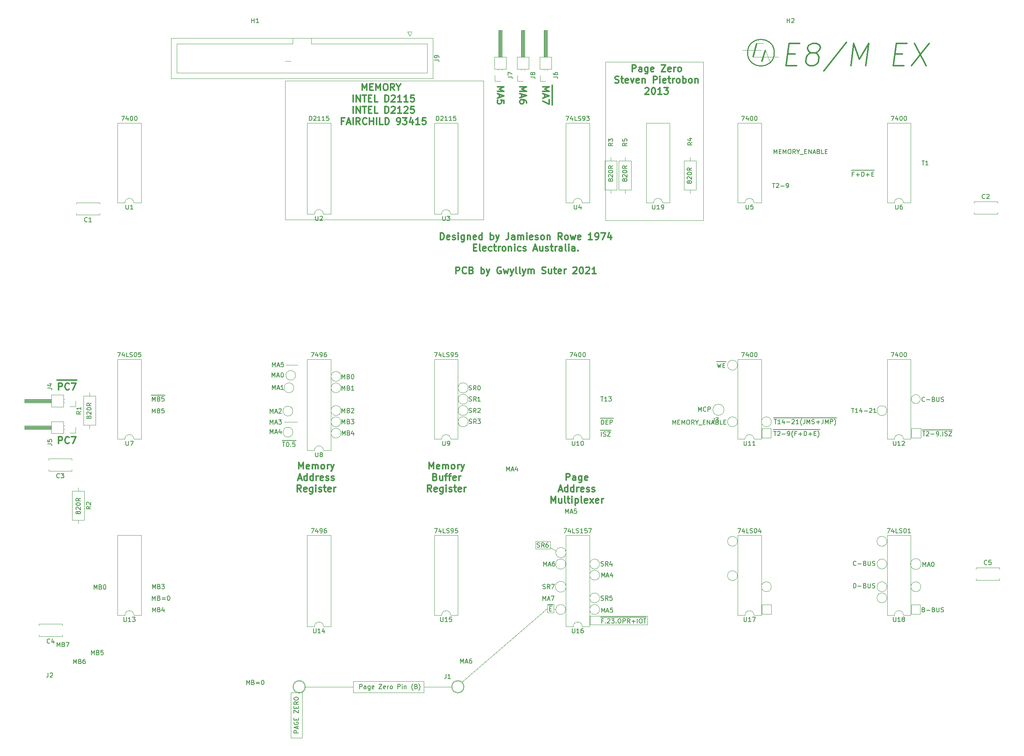
<source format=gbr>
%TF.GenerationSoftware,KiCad,Pcbnew,(5.1.10-1-10_14)*%
%TF.CreationDate,2021-07-04T08:15:42+10:00*%
%TF.ProjectId,256 word memory_2.0,32353620-776f-4726-9420-6d656d6f7279,rev?*%
%TF.SameCoordinates,Original*%
%TF.FileFunction,Legend,Top*%
%TF.FilePolarity,Positive*%
%FSLAX46Y46*%
G04 Gerber Fmt 4.6, Leading zero omitted, Abs format (unit mm)*
G04 Created by KiCad (PCBNEW (5.1.10-1-10_14)) date 2021-07-04 08:15:42*
%MOMM*%
%LPD*%
G01*
G04 APERTURE LIST*
%ADD10C,0.150000*%
%ADD11C,0.120000*%
%ADD12C,0.300000*%
%ADD13C,0.200000*%
%ADD14C,0.240000*%
G04 APERTURE END LIST*
D10*
X133961904Y-148252380D02*
X133961904Y-147252380D01*
X134295238Y-147966666D01*
X134628571Y-147252380D01*
X134628571Y-148252380D01*
X135057142Y-147966666D02*
X135533333Y-147966666D01*
X134961904Y-148252380D02*
X135295238Y-147252380D01*
X135628571Y-148252380D01*
X135866666Y-147252380D02*
X136533333Y-147252380D01*
X136104761Y-148252380D01*
X134161904Y-140552380D02*
X134161904Y-139552380D01*
X134495238Y-140266666D01*
X134828571Y-139552380D01*
X134828571Y-140552380D01*
X135257142Y-140266666D02*
X135733333Y-140266666D01*
X135161904Y-140552380D02*
X135495238Y-139552380D01*
X135828571Y-140552380D01*
X136590476Y-139552380D02*
X136400000Y-139552380D01*
X136304761Y-139600000D01*
X136257142Y-139647619D01*
X136161904Y-139790476D01*
X136114285Y-139980952D01*
X136114285Y-140361904D01*
X136161904Y-140457142D01*
X136209523Y-140504761D01*
X136304761Y-140552380D01*
X136495238Y-140552380D01*
X136590476Y-140504761D01*
X136638095Y-140457142D01*
X136685714Y-140361904D01*
X136685714Y-140123809D01*
X136638095Y-140028571D01*
X136590476Y-139980952D01*
X136495238Y-139933333D01*
X136304761Y-139933333D01*
X136209523Y-139980952D01*
X136161904Y-140028571D01*
X136114285Y-140123809D01*
X147161904Y-143052380D02*
X147161904Y-142052380D01*
X147495238Y-142766666D01*
X147828571Y-142052380D01*
X147828571Y-143052380D01*
X148257142Y-142766666D02*
X148733333Y-142766666D01*
X148161904Y-143052380D02*
X148495238Y-142052380D01*
X148828571Y-143052380D01*
X149590476Y-142385714D02*
X149590476Y-143052380D01*
X149352380Y-142004761D02*
X149114285Y-142719047D01*
X149733333Y-142719047D01*
X147161904Y-150952380D02*
X147161904Y-149952380D01*
X147495238Y-150666666D01*
X147828571Y-149952380D01*
X147828571Y-150952380D01*
X148257142Y-150666666D02*
X148733333Y-150666666D01*
X148161904Y-150952380D02*
X148495238Y-149952380D01*
X148828571Y-150952380D01*
X149638095Y-149952380D02*
X149161904Y-149952380D01*
X149114285Y-150428571D01*
X149161904Y-150380952D01*
X149257142Y-150333333D01*
X149495238Y-150333333D01*
X149590476Y-150380952D01*
X149638095Y-150428571D01*
X149685714Y-150523809D01*
X149685714Y-150761904D01*
X149638095Y-150857142D01*
X149590476Y-150904761D01*
X149495238Y-150952380D01*
X149257142Y-150952380D01*
X149161904Y-150904761D01*
X149114285Y-150857142D01*
D11*
X139140175Y-140100000D02*
G75*
G03*
X139140175Y-140100000I-1140175J0D01*
G01*
X146704536Y-142600000D02*
G75*
G03*
X146704536Y-142600000I-1104536J0D01*
G01*
X146704536Y-150300000D02*
G75*
G03*
X146704536Y-150300000I-1104536J0D01*
G01*
X183100000Y-151300000D02*
X183100000Y-149200000D01*
X185200000Y-151300000D02*
X183100000Y-151300000D01*
X185200000Y-149200000D02*
X185200000Y-151300000D01*
X183100000Y-149200000D02*
X185200000Y-149200000D01*
X177604536Y-135000000D02*
G75*
G03*
X177604536Y-135000000I-1104536J0D01*
G01*
X177604536Y-142700000D02*
G75*
G03*
X177604536Y-142700000I-1104536J0D01*
G01*
X185200000Y-145200000D02*
G75*
G03*
X185200000Y-145200000I-1100000J0D01*
G01*
X216600000Y-151300000D02*
X216600000Y-149200000D01*
X218600000Y-151300000D02*
X216600000Y-151300000D01*
X218600000Y-149200000D02*
X218600000Y-151300000D01*
X216600000Y-149200000D02*
X218600000Y-149200000D01*
D10*
X219352380Y-150328571D02*
X219495238Y-150376190D01*
X219542857Y-150423809D01*
X219590476Y-150519047D01*
X219590476Y-150661904D01*
X219542857Y-150757142D01*
X219495238Y-150804761D01*
X219400000Y-150852380D01*
X219019047Y-150852380D01*
X219019047Y-149852380D01*
X219352380Y-149852380D01*
X219447619Y-149900000D01*
X219495238Y-149947619D01*
X219542857Y-150042857D01*
X219542857Y-150138095D01*
X219495238Y-150233333D01*
X219447619Y-150280952D01*
X219352380Y-150328571D01*
X219019047Y-150328571D01*
X220019047Y-150471428D02*
X220780952Y-150471428D01*
X221590476Y-150328571D02*
X221733333Y-150376190D01*
X221780952Y-150423809D01*
X221828571Y-150519047D01*
X221828571Y-150661904D01*
X221780952Y-150757142D01*
X221733333Y-150804761D01*
X221638095Y-150852380D01*
X221257142Y-150852380D01*
X221257142Y-149852380D01*
X221590476Y-149852380D01*
X221685714Y-149900000D01*
X221733333Y-149947619D01*
X221780952Y-150042857D01*
X221780952Y-150138095D01*
X221733333Y-150233333D01*
X221685714Y-150280952D01*
X221590476Y-150328571D01*
X221257142Y-150328571D01*
X222257142Y-149852380D02*
X222257142Y-150661904D01*
X222304761Y-150757142D01*
X222352380Y-150804761D01*
X222447619Y-150852380D01*
X222638095Y-150852380D01*
X222733333Y-150804761D01*
X222780952Y-150757142D01*
X222828571Y-150661904D01*
X222828571Y-149852380D01*
X223257142Y-150804761D02*
X223400000Y-150852380D01*
X223638095Y-150852380D01*
X223733333Y-150804761D01*
X223780952Y-150757142D01*
X223828571Y-150661904D01*
X223828571Y-150566666D01*
X223780952Y-150471428D01*
X223733333Y-150423809D01*
X223638095Y-150376190D01*
X223447619Y-150328571D01*
X223352380Y-150280952D01*
X223304761Y-150233333D01*
X223257142Y-150138095D01*
X223257142Y-150042857D01*
X223304761Y-149947619D01*
X223352380Y-149900000D01*
X223447619Y-149852380D01*
X223685714Y-149852380D01*
X223828571Y-149900000D01*
X219161904Y-140652380D02*
X219161904Y-139652380D01*
X219495238Y-140366666D01*
X219828571Y-139652380D01*
X219828571Y-140652380D01*
X220257142Y-140366666D02*
X220733333Y-140366666D01*
X220161904Y-140652380D02*
X220495238Y-139652380D01*
X220828571Y-140652380D01*
X221352380Y-139652380D02*
X221447619Y-139652380D01*
X221542857Y-139700000D01*
X221590476Y-139747619D01*
X221638095Y-139842857D01*
X221685714Y-140033333D01*
X221685714Y-140271428D01*
X221638095Y-140461904D01*
X221590476Y-140557142D01*
X221542857Y-140604761D01*
X221447619Y-140652380D01*
X221352380Y-140652380D01*
X221257142Y-140604761D01*
X221209523Y-140557142D01*
X221161904Y-140461904D01*
X221114285Y-140271428D01*
X221114285Y-140033333D01*
X221161904Y-139842857D01*
X221209523Y-139747619D01*
X221257142Y-139700000D01*
X221352380Y-139652380D01*
D11*
X211118034Y-135000000D02*
G75*
G03*
X211118034Y-135000000I-1118034J0D01*
G01*
X211104536Y-140100000D02*
G75*
G03*
X211104536Y-140100000I-1104536J0D01*
G01*
X211104536Y-147700000D02*
G75*
G03*
X211104536Y-147700000I-1104536J0D01*
G01*
X211104536Y-145200000D02*
G75*
G03*
X211104536Y-145200000I-1104536J0D01*
G01*
X218704536Y-145200000D02*
G75*
G03*
X218704536Y-145200000I-1104536J0D01*
G01*
X218804159Y-140100000D02*
G75*
G03*
X218804159Y-140100000I-1204159J0D01*
G01*
D10*
X219019047Y-109985000D02*
X219780952Y-109985000D01*
X219114285Y-110352380D02*
X219685714Y-110352380D01*
X219400000Y-111352380D02*
X219400000Y-110352380D01*
X219780952Y-109985000D02*
X220733333Y-109985000D01*
X219971428Y-110447619D02*
X220019047Y-110400000D01*
X220114285Y-110352380D01*
X220352380Y-110352380D01*
X220447619Y-110400000D01*
X220495238Y-110447619D01*
X220542857Y-110542857D01*
X220542857Y-110638095D01*
X220495238Y-110780952D01*
X219923809Y-111352380D01*
X220542857Y-111352380D01*
X220733333Y-109985000D02*
X221971428Y-109985000D01*
X220971428Y-110971428D02*
X221733333Y-110971428D01*
X221971428Y-109985000D02*
X222923809Y-109985000D01*
X222257142Y-111352380D02*
X222447619Y-111352380D01*
X222542857Y-111304761D01*
X222590476Y-111257142D01*
X222685714Y-111114285D01*
X222733333Y-110923809D01*
X222733333Y-110542857D01*
X222685714Y-110447619D01*
X222638095Y-110400000D01*
X222542857Y-110352380D01*
X222352380Y-110352380D01*
X222257142Y-110400000D01*
X222209523Y-110447619D01*
X222161904Y-110542857D01*
X222161904Y-110780952D01*
X222209523Y-110876190D01*
X222257142Y-110923809D01*
X222352380Y-110971428D01*
X222542857Y-110971428D01*
X222638095Y-110923809D01*
X222685714Y-110876190D01*
X222733333Y-110780952D01*
X222923809Y-109985000D02*
X223400000Y-109985000D01*
X223161904Y-111257142D02*
X223209523Y-111304761D01*
X223161904Y-111352380D01*
X223114285Y-111304761D01*
X223161904Y-111257142D01*
X223161904Y-111352380D01*
X223400000Y-109985000D02*
X223876190Y-109985000D01*
X223638095Y-111352380D02*
X223638095Y-110352380D01*
X223876190Y-109985000D02*
X224828571Y-109985000D01*
X224066666Y-111304761D02*
X224209523Y-111352380D01*
X224447619Y-111352380D01*
X224542857Y-111304761D01*
X224590476Y-111257142D01*
X224638095Y-111161904D01*
X224638095Y-111066666D01*
X224590476Y-110971428D01*
X224542857Y-110923809D01*
X224447619Y-110876190D01*
X224257142Y-110828571D01*
X224161904Y-110780952D01*
X224114285Y-110733333D01*
X224066666Y-110638095D01*
X224066666Y-110542857D01*
X224114285Y-110447619D01*
X224161904Y-110400000D01*
X224257142Y-110352380D01*
X224495238Y-110352380D01*
X224638095Y-110400000D01*
X224828571Y-109985000D02*
X225780952Y-109985000D01*
X224971428Y-110352380D02*
X225638095Y-110352380D01*
X224971428Y-111352380D01*
X225638095Y-111352380D01*
X219590476Y-103557142D02*
X219542857Y-103604761D01*
X219400000Y-103652380D01*
X219304761Y-103652380D01*
X219161904Y-103604761D01*
X219066666Y-103509523D01*
X219019047Y-103414285D01*
X218971428Y-103223809D01*
X218971428Y-103080952D01*
X219019047Y-102890476D01*
X219066666Y-102795238D01*
X219161904Y-102700000D01*
X219304761Y-102652380D01*
X219400000Y-102652380D01*
X219542857Y-102700000D01*
X219590476Y-102747619D01*
X220019047Y-103271428D02*
X220780952Y-103271428D01*
X221590476Y-103128571D02*
X221733333Y-103176190D01*
X221780952Y-103223809D01*
X221828571Y-103319047D01*
X221828571Y-103461904D01*
X221780952Y-103557142D01*
X221733333Y-103604761D01*
X221638095Y-103652380D01*
X221257142Y-103652380D01*
X221257142Y-102652380D01*
X221590476Y-102652380D01*
X221685714Y-102700000D01*
X221733333Y-102747619D01*
X221780952Y-102842857D01*
X221780952Y-102938095D01*
X221733333Y-103033333D01*
X221685714Y-103080952D01*
X221590476Y-103128571D01*
X221257142Y-103128571D01*
X222257142Y-102652380D02*
X222257142Y-103461904D01*
X222304761Y-103557142D01*
X222352380Y-103604761D01*
X222447619Y-103652380D01*
X222638095Y-103652380D01*
X222733333Y-103604761D01*
X222780952Y-103557142D01*
X222828571Y-103461904D01*
X222828571Y-102652380D01*
X223257142Y-103604761D02*
X223400000Y-103652380D01*
X223638095Y-103652380D01*
X223733333Y-103604761D01*
X223780952Y-103557142D01*
X223828571Y-103461904D01*
X223828571Y-103366666D01*
X223780952Y-103271428D01*
X223733333Y-103223809D01*
X223638095Y-103176190D01*
X223447619Y-103128571D01*
X223352380Y-103080952D01*
X223304761Y-103033333D01*
X223257142Y-102938095D01*
X223257142Y-102842857D01*
X223304761Y-102747619D01*
X223352380Y-102700000D01*
X223447619Y-102652380D01*
X223685714Y-102652380D01*
X223828571Y-102700000D01*
X203190476Y-105152380D02*
X203761904Y-105152380D01*
X203476190Y-106152380D02*
X203476190Y-105152380D01*
X204619047Y-106152380D02*
X204047619Y-106152380D01*
X204333333Y-106152380D02*
X204333333Y-105152380D01*
X204238095Y-105295238D01*
X204142857Y-105390476D01*
X204047619Y-105438095D01*
X205476190Y-105485714D02*
X205476190Y-106152380D01*
X205238095Y-105104761D02*
X205000000Y-105819047D01*
X205619047Y-105819047D01*
X206000000Y-105771428D02*
X206761904Y-105771428D01*
X207190476Y-105247619D02*
X207238095Y-105200000D01*
X207333333Y-105152380D01*
X207571428Y-105152380D01*
X207666666Y-105200000D01*
X207714285Y-105247619D01*
X207761904Y-105342857D01*
X207761904Y-105438095D01*
X207714285Y-105580952D01*
X207142857Y-106152380D01*
X207761904Y-106152380D01*
X208714285Y-106152380D02*
X208142857Y-106152380D01*
X208428571Y-106152380D02*
X208428571Y-105152380D01*
X208333333Y-105295238D01*
X208238095Y-105390476D01*
X208142857Y-105438095D01*
D11*
X183100000Y-111800000D02*
X183100000Y-109700000D01*
X185100000Y-111800000D02*
X183100000Y-111800000D01*
X185100000Y-109700000D02*
X185100000Y-111800000D01*
X183100000Y-109700000D02*
X185100000Y-109700000D01*
X216600000Y-111800000D02*
X216600000Y-109700000D01*
X218700000Y-111800000D02*
X216600000Y-111800000D01*
X218700000Y-109700000D02*
X218700000Y-111800000D01*
X216600000Y-109700000D02*
X218700000Y-109700000D01*
X218604988Y-103100000D02*
G75*
G03*
X218604988Y-103100000I-1004988J0D01*
G01*
X211104536Y-105700000D02*
G75*
G03*
X211104536Y-105700000I-1104536J0D01*
G01*
X177604536Y-95500000D02*
G75*
G03*
X177604536Y-95500000I-1104536J0D01*
G01*
X185204536Y-108200000D02*
G75*
G03*
X185204536Y-108200000I-1104536J0D01*
G01*
X177604536Y-108200000D02*
G75*
G03*
X177604536Y-108200000I-1104536J0D01*
G01*
D10*
X163084619Y-108783380D02*
X163084619Y-107783380D01*
X163417952Y-108497666D01*
X163751285Y-107783380D01*
X163751285Y-108783380D01*
X164227476Y-108259571D02*
X164560809Y-108259571D01*
X164703666Y-108783380D02*
X164227476Y-108783380D01*
X164227476Y-107783380D01*
X164703666Y-107783380D01*
X165132238Y-108783380D02*
X165132238Y-107783380D01*
X165465571Y-108497666D01*
X165798904Y-107783380D01*
X165798904Y-108783380D01*
X166465571Y-107783380D02*
X166656047Y-107783380D01*
X166751285Y-107831000D01*
X166846523Y-107926238D01*
X166894142Y-108116714D01*
X166894142Y-108450047D01*
X166846523Y-108640523D01*
X166751285Y-108735761D01*
X166656047Y-108783380D01*
X166465571Y-108783380D01*
X166370333Y-108735761D01*
X166275095Y-108640523D01*
X166227476Y-108450047D01*
X166227476Y-108116714D01*
X166275095Y-107926238D01*
X166370333Y-107831000D01*
X166465571Y-107783380D01*
X167894142Y-108783380D02*
X167560809Y-108307190D01*
X167322714Y-108783380D02*
X167322714Y-107783380D01*
X167703666Y-107783380D01*
X167798904Y-107831000D01*
X167846523Y-107878619D01*
X167894142Y-107973857D01*
X167894142Y-108116714D01*
X167846523Y-108211952D01*
X167798904Y-108259571D01*
X167703666Y-108307190D01*
X167322714Y-108307190D01*
X168513190Y-108307190D02*
X168513190Y-108783380D01*
X168179857Y-107783380D02*
X168513190Y-108307190D01*
X168846523Y-107783380D01*
X168941761Y-108878619D02*
X169703666Y-108878619D01*
X169941761Y-108259571D02*
X170275095Y-108259571D01*
X170417952Y-108783380D02*
X169941761Y-108783380D01*
X169941761Y-107783380D01*
X170417952Y-107783380D01*
X170846523Y-108783380D02*
X170846523Y-107783380D01*
X171417952Y-108783380D01*
X171417952Y-107783380D01*
X171846523Y-108497666D02*
X172322714Y-108497666D01*
X171751285Y-108783380D02*
X172084619Y-107783380D01*
X172417952Y-108783380D01*
X173084619Y-108259571D02*
X173227476Y-108307190D01*
X173275095Y-108354809D01*
X173322714Y-108450047D01*
X173322714Y-108592904D01*
X173275095Y-108688142D01*
X173227476Y-108735761D01*
X173132238Y-108783380D01*
X172751285Y-108783380D01*
X172751285Y-107783380D01*
X173084619Y-107783380D01*
X173179857Y-107831000D01*
X173227476Y-107878619D01*
X173275095Y-107973857D01*
X173275095Y-108069095D01*
X173227476Y-108164333D01*
X173179857Y-108211952D01*
X173084619Y-108259571D01*
X172751285Y-108259571D01*
X174227476Y-108783380D02*
X173751285Y-108783380D01*
X173751285Y-107783380D01*
X174560809Y-108259571D02*
X174894142Y-108259571D01*
X175037000Y-108783380D02*
X174560809Y-108783380D01*
X174560809Y-107783380D01*
X175037000Y-107783380D01*
X185642904Y-109956000D02*
X186404809Y-109956000D01*
X185738142Y-110323380D02*
X186309571Y-110323380D01*
X186023857Y-111323380D02*
X186023857Y-110323380D01*
X186404809Y-109956000D02*
X187357190Y-109956000D01*
X186595285Y-110418619D02*
X186642904Y-110371000D01*
X186738142Y-110323380D01*
X186976238Y-110323380D01*
X187071476Y-110371000D01*
X187119095Y-110418619D01*
X187166714Y-110513857D01*
X187166714Y-110609095D01*
X187119095Y-110751952D01*
X186547666Y-111323380D01*
X187166714Y-111323380D01*
X187357190Y-109956000D02*
X188595285Y-109956000D01*
X187595285Y-110942428D02*
X188357190Y-110942428D01*
X188595285Y-109956000D02*
X189547666Y-109956000D01*
X188881000Y-111323380D02*
X189071476Y-111323380D01*
X189166714Y-111275761D01*
X189214333Y-111228142D01*
X189309571Y-111085285D01*
X189357190Y-110894809D01*
X189357190Y-110513857D01*
X189309571Y-110418619D01*
X189261952Y-110371000D01*
X189166714Y-110323380D01*
X188976238Y-110323380D01*
X188881000Y-110371000D01*
X188833380Y-110418619D01*
X188785761Y-110513857D01*
X188785761Y-110751952D01*
X188833380Y-110847190D01*
X188881000Y-110894809D01*
X188976238Y-110942428D01*
X189166714Y-110942428D01*
X189261952Y-110894809D01*
X189309571Y-110847190D01*
X189357190Y-110751952D01*
X189547666Y-109956000D02*
X190214333Y-109956000D01*
X190071476Y-111704333D02*
X190023857Y-111656714D01*
X189928619Y-111513857D01*
X189881000Y-111418619D01*
X189833380Y-111275761D01*
X189785761Y-111037666D01*
X189785761Y-110847190D01*
X189833380Y-110609095D01*
X189881000Y-110466238D01*
X189928619Y-110371000D01*
X190023857Y-110228142D01*
X190071476Y-110180523D01*
X190214333Y-109956000D02*
X191071476Y-109956000D01*
X190785761Y-110799571D02*
X190452428Y-110799571D01*
X190452428Y-111323380D02*
X190452428Y-110323380D01*
X190928619Y-110323380D01*
X191071476Y-109956000D02*
X192309571Y-109956000D01*
X191309571Y-110942428D02*
X192071476Y-110942428D01*
X191690523Y-111323380D02*
X191690523Y-110561476D01*
X192309571Y-109956000D02*
X193309571Y-109956000D01*
X192547666Y-111323380D02*
X192547666Y-110323380D01*
X192785761Y-110323380D01*
X192928619Y-110371000D01*
X193023857Y-110466238D01*
X193071476Y-110561476D01*
X193119095Y-110751952D01*
X193119095Y-110894809D01*
X193071476Y-111085285D01*
X193023857Y-111180523D01*
X192928619Y-111275761D01*
X192785761Y-111323380D01*
X192547666Y-111323380D01*
X193309571Y-109956000D02*
X194547666Y-109956000D01*
X193547666Y-110942428D02*
X194309571Y-110942428D01*
X193928619Y-111323380D02*
X193928619Y-110561476D01*
X194547666Y-109956000D02*
X195452428Y-109956000D01*
X194785761Y-110799571D02*
X195119095Y-110799571D01*
X195261952Y-111323380D02*
X194785761Y-111323380D01*
X194785761Y-110323380D01*
X195261952Y-110323380D01*
X195452428Y-109956000D02*
X196119095Y-109956000D01*
X195595285Y-111704333D02*
X195642904Y-111656714D01*
X195738142Y-111513857D01*
X195785761Y-111418619D01*
X195833380Y-111275761D01*
X195881000Y-111037666D01*
X195881000Y-110847190D01*
X195833380Y-110609095D01*
X195785761Y-110466238D01*
X195738142Y-110371000D01*
X195642904Y-110228142D01*
X195595285Y-110180523D01*
X185714571Y-107289000D02*
X186476476Y-107289000D01*
X185809809Y-107656380D02*
X186381238Y-107656380D01*
X186095523Y-108656380D02*
X186095523Y-107656380D01*
X186476476Y-107289000D02*
X187428857Y-107289000D01*
X187238380Y-108656380D02*
X186666952Y-108656380D01*
X186952666Y-108656380D02*
X186952666Y-107656380D01*
X186857428Y-107799238D01*
X186762190Y-107894476D01*
X186666952Y-107942095D01*
X187428857Y-107289000D02*
X188381238Y-107289000D01*
X188095523Y-107989714D02*
X188095523Y-108656380D01*
X187857428Y-107608761D02*
X187619333Y-108323047D01*
X188238380Y-108323047D01*
X188381238Y-107289000D02*
X189619333Y-107289000D01*
X188619333Y-108275428D02*
X189381238Y-108275428D01*
X189619333Y-107289000D02*
X190571714Y-107289000D01*
X189809809Y-107751619D02*
X189857428Y-107704000D01*
X189952666Y-107656380D01*
X190190761Y-107656380D01*
X190286000Y-107704000D01*
X190333619Y-107751619D01*
X190381238Y-107846857D01*
X190381238Y-107942095D01*
X190333619Y-108084952D01*
X189762190Y-108656380D01*
X190381238Y-108656380D01*
X190571714Y-107289000D02*
X191524095Y-107289000D01*
X191333619Y-108656380D02*
X190762190Y-108656380D01*
X191047904Y-108656380D02*
X191047904Y-107656380D01*
X190952666Y-107799238D01*
X190857428Y-107894476D01*
X190762190Y-107942095D01*
X191524095Y-107289000D02*
X192190761Y-107289000D01*
X192047904Y-109037333D02*
X192000285Y-108989714D01*
X191905047Y-108846857D01*
X191857428Y-108751619D01*
X191809809Y-108608761D01*
X191762190Y-108370666D01*
X191762190Y-108180190D01*
X191809809Y-107942095D01*
X191857428Y-107799238D01*
X191905047Y-107704000D01*
X192000285Y-107561142D01*
X192047904Y-107513523D01*
X192190761Y-107289000D02*
X192952666Y-107289000D01*
X192714571Y-107656380D02*
X192714571Y-108370666D01*
X192666952Y-108513523D01*
X192571714Y-108608761D01*
X192428857Y-108656380D01*
X192333619Y-108656380D01*
X192952666Y-107289000D02*
X194095523Y-107289000D01*
X193190761Y-108656380D02*
X193190761Y-107656380D01*
X193524095Y-108370666D01*
X193857428Y-107656380D01*
X193857428Y-108656380D01*
X194095523Y-107289000D02*
X195047904Y-107289000D01*
X194286000Y-108608761D02*
X194428857Y-108656380D01*
X194666952Y-108656380D01*
X194762190Y-108608761D01*
X194809809Y-108561142D01*
X194857428Y-108465904D01*
X194857428Y-108370666D01*
X194809809Y-108275428D01*
X194762190Y-108227809D01*
X194666952Y-108180190D01*
X194476476Y-108132571D01*
X194381238Y-108084952D01*
X194333619Y-108037333D01*
X194286000Y-107942095D01*
X194286000Y-107846857D01*
X194333619Y-107751619D01*
X194381238Y-107704000D01*
X194476476Y-107656380D01*
X194714571Y-107656380D01*
X194857428Y-107704000D01*
X195047904Y-107289000D02*
X196286000Y-107289000D01*
X195286000Y-108275428D02*
X196047904Y-108275428D01*
X195666952Y-108656380D02*
X195666952Y-107894476D01*
X196286000Y-107289000D02*
X197047904Y-107289000D01*
X196809809Y-107656380D02*
X196809809Y-108370666D01*
X196762190Y-108513523D01*
X196666952Y-108608761D01*
X196524095Y-108656380D01*
X196428857Y-108656380D01*
X197047904Y-107289000D02*
X198190761Y-107289000D01*
X197286000Y-108656380D02*
X197286000Y-107656380D01*
X197619333Y-108370666D01*
X197952666Y-107656380D01*
X197952666Y-108656380D01*
X198190761Y-107289000D02*
X199190761Y-107289000D01*
X198428857Y-108656380D02*
X198428857Y-107656380D01*
X198809809Y-107656380D01*
X198905047Y-107704000D01*
X198952666Y-107751619D01*
X199000285Y-107846857D01*
X199000285Y-107989714D01*
X198952666Y-108084952D01*
X198905047Y-108132571D01*
X198809809Y-108180190D01*
X198428857Y-108180190D01*
X199190761Y-107289000D02*
X199857428Y-107289000D01*
X199333619Y-109037333D02*
X199381238Y-108989714D01*
X199476476Y-108846857D01*
X199524095Y-108751619D01*
X199571714Y-108608761D01*
X199619333Y-108370666D01*
X199619333Y-108180190D01*
X199571714Y-107942095D01*
X199524095Y-107799238D01*
X199476476Y-107704000D01*
X199381238Y-107561142D01*
X199333619Y-107513523D01*
X172966190Y-94716000D02*
X174109047Y-94716000D01*
X173109047Y-95083380D02*
X173347142Y-96083380D01*
X173537619Y-95369095D01*
X173728095Y-96083380D01*
X173966190Y-95083380D01*
X174109047Y-94716000D02*
X175013809Y-94716000D01*
X174347142Y-95559571D02*
X174680476Y-95559571D01*
X174823333Y-96083380D02*
X174347142Y-96083380D01*
X174347142Y-95083380D01*
X174823333Y-95083380D01*
X146891523Y-110083000D02*
X147367714Y-110083000D01*
X147129619Y-111450380D02*
X147129619Y-110450380D01*
X147367714Y-110083000D02*
X148320095Y-110083000D01*
X147558190Y-111402761D02*
X147701047Y-111450380D01*
X147939142Y-111450380D01*
X148034380Y-111402761D01*
X148082000Y-111355142D01*
X148129619Y-111259904D01*
X148129619Y-111164666D01*
X148082000Y-111069428D01*
X148034380Y-111021809D01*
X147939142Y-110974190D01*
X147748666Y-110926571D01*
X147653428Y-110878952D01*
X147605809Y-110831333D01*
X147558190Y-110736095D01*
X147558190Y-110640857D01*
X147605809Y-110545619D01*
X147653428Y-110498000D01*
X147748666Y-110450380D01*
X147986761Y-110450380D01*
X148129619Y-110498000D01*
X148320095Y-110083000D02*
X149272476Y-110083000D01*
X148462952Y-110450380D02*
X149129619Y-110450380D01*
X148462952Y-111450380D01*
X149129619Y-111450380D01*
X146883619Y-107416000D02*
X147883619Y-107416000D01*
X147121714Y-108783380D02*
X147121714Y-107783380D01*
X147359809Y-107783380D01*
X147502666Y-107831000D01*
X147597904Y-107926238D01*
X147645523Y-108021476D01*
X147693142Y-108211952D01*
X147693142Y-108354809D01*
X147645523Y-108545285D01*
X147597904Y-108640523D01*
X147502666Y-108735761D01*
X147359809Y-108783380D01*
X147121714Y-108783380D01*
X147883619Y-107416000D02*
X148788380Y-107416000D01*
X148121714Y-108259571D02*
X148455047Y-108259571D01*
X148597904Y-108783380D02*
X148121714Y-108783380D01*
X148121714Y-107783380D01*
X148597904Y-107783380D01*
X148788380Y-107416000D02*
X149788380Y-107416000D01*
X149026476Y-108783380D02*
X149026476Y-107783380D01*
X149407428Y-107783380D01*
X149502666Y-107831000D01*
X149550285Y-107878619D01*
X149597904Y-107973857D01*
X149597904Y-108116714D01*
X149550285Y-108211952D01*
X149502666Y-108259571D01*
X149407428Y-108307190D01*
X149026476Y-108307190D01*
X146970904Y-102576380D02*
X147542333Y-102576380D01*
X147256619Y-103576380D02*
X147256619Y-102576380D01*
X148399476Y-103576380D02*
X147828047Y-103576380D01*
X148113761Y-103576380D02*
X148113761Y-102576380D01*
X148018523Y-102719238D01*
X147923285Y-102814476D01*
X147828047Y-102862095D01*
X148732809Y-102576380D02*
X149351857Y-102576380D01*
X149018523Y-102957333D01*
X149161380Y-102957333D01*
X149256619Y-103004952D01*
X149304238Y-103052571D01*
X149351857Y-103147809D01*
X149351857Y-103385904D01*
X149304238Y-103481142D01*
X149256619Y-103528761D01*
X149161380Y-103576380D01*
X148875666Y-103576380D01*
X148780428Y-103528761D01*
X148732809Y-103481142D01*
D12*
X128821428Y-33042857D02*
X130321428Y-33042857D01*
X129250000Y-33542857D01*
X130321428Y-34042857D01*
X128821428Y-34042857D01*
X129250000Y-34685714D02*
X129250000Y-35400000D01*
X128821428Y-34542857D02*
X130321428Y-35042857D01*
X128821428Y-35542857D01*
X130321428Y-36685714D02*
X130321428Y-36400000D01*
X130250000Y-36257142D01*
X130178571Y-36185714D01*
X129964285Y-36042857D01*
X129678571Y-35971428D01*
X129107142Y-35971428D01*
X128964285Y-36042857D01*
X128892857Y-36114285D01*
X128821428Y-36257142D01*
X128821428Y-36542857D01*
X128892857Y-36685714D01*
X128964285Y-36757142D01*
X129107142Y-36828571D01*
X129464285Y-36828571D01*
X129607142Y-36757142D01*
X129678571Y-36685714D01*
X129750000Y-36542857D01*
X129750000Y-36257142D01*
X129678571Y-36114285D01*
X129607142Y-36042857D01*
X129464285Y-35971428D01*
X123781428Y-33067857D02*
X125281428Y-33067857D01*
X124210000Y-33567857D01*
X125281428Y-34067857D01*
X123781428Y-34067857D01*
X124210000Y-34710714D02*
X124210000Y-35425000D01*
X123781428Y-34567857D02*
X125281428Y-35067857D01*
X123781428Y-35567857D01*
X125281428Y-36782142D02*
X125281428Y-36067857D01*
X124567142Y-35996428D01*
X124638571Y-36067857D01*
X124710000Y-36210714D01*
X124710000Y-36567857D01*
X124638571Y-36710714D01*
X124567142Y-36782142D01*
X124424285Y-36853571D01*
X124067142Y-36853571D01*
X123924285Y-36782142D01*
X123852857Y-36710714D01*
X123781428Y-36567857D01*
X123781428Y-36210714D01*
X123852857Y-36067857D01*
X123924285Y-35996428D01*
X25090714Y-98860000D02*
X26590714Y-98860000D01*
X25447857Y-101008571D02*
X25447857Y-99508571D01*
X26019285Y-99508571D01*
X26162142Y-99580000D01*
X26233571Y-99651428D01*
X26304999Y-99794285D01*
X26304999Y-100008571D01*
X26233571Y-100151428D01*
X26162142Y-100222857D01*
X26019285Y-100294285D01*
X25447857Y-100294285D01*
X26590714Y-98860000D02*
X28090714Y-98860000D01*
X27804999Y-100865714D02*
X27733571Y-100937142D01*
X27519285Y-101008571D01*
X27376428Y-101008571D01*
X27162142Y-100937142D01*
X27019285Y-100794285D01*
X26947857Y-100651428D01*
X26876428Y-100365714D01*
X26876428Y-100151428D01*
X26947857Y-99865714D01*
X27019285Y-99722857D01*
X27162142Y-99580000D01*
X27376428Y-99508571D01*
X27519285Y-99508571D01*
X27733571Y-99580000D01*
X27804999Y-99651428D01*
X28090714Y-98860000D02*
X29519285Y-98860000D01*
X28304999Y-99508571D02*
X29305000Y-99508571D01*
X28662142Y-101008571D01*
X25447857Y-113073571D02*
X25447857Y-111573571D01*
X26019285Y-111573571D01*
X26162142Y-111645000D01*
X26233571Y-111716428D01*
X26304999Y-111859285D01*
X26304999Y-112073571D01*
X26233571Y-112216428D01*
X26162142Y-112287857D01*
X26019285Y-112359285D01*
X25447857Y-112359285D01*
X27804999Y-112930714D02*
X27733571Y-113002142D01*
X27519285Y-113073571D01*
X27376428Y-113073571D01*
X27162142Y-113002142D01*
X27019285Y-112859285D01*
X26947857Y-112716428D01*
X26876428Y-112430714D01*
X26876428Y-112216428D01*
X26947857Y-111930714D01*
X27019285Y-111787857D01*
X27162142Y-111645000D01*
X27376428Y-111573571D01*
X27519285Y-111573571D01*
X27733571Y-111645000D01*
X27804999Y-111716428D01*
X28304999Y-111573571D02*
X29305000Y-111573571D01*
X28662142Y-113073571D01*
X136090000Y-32710714D02*
X136090000Y-34425000D01*
X133941428Y-33067857D02*
X135441428Y-33067857D01*
X134370000Y-33567857D01*
X135441428Y-34067857D01*
X133941428Y-34067857D01*
X136090000Y-34425000D02*
X136090000Y-35710714D01*
X134370000Y-34710714D02*
X134370000Y-35425000D01*
X133941428Y-34567857D02*
X135441428Y-35067857D01*
X133941428Y-35567857D01*
X136090000Y-35710714D02*
X136090000Y-37139285D01*
X135441428Y-35925000D02*
X135441428Y-36925000D01*
X133941428Y-36282142D01*
D10*
X185817619Y-48077380D02*
X185817619Y-47077380D01*
X186150952Y-47791666D01*
X186484285Y-47077380D01*
X186484285Y-48077380D01*
X186960476Y-47553571D02*
X187293809Y-47553571D01*
X187436666Y-48077380D02*
X186960476Y-48077380D01*
X186960476Y-47077380D01*
X187436666Y-47077380D01*
X187865238Y-48077380D02*
X187865238Y-47077380D01*
X188198571Y-47791666D01*
X188531904Y-47077380D01*
X188531904Y-48077380D01*
X189198571Y-47077380D02*
X189389047Y-47077380D01*
X189484285Y-47125000D01*
X189579523Y-47220238D01*
X189627142Y-47410714D01*
X189627142Y-47744047D01*
X189579523Y-47934523D01*
X189484285Y-48029761D01*
X189389047Y-48077380D01*
X189198571Y-48077380D01*
X189103333Y-48029761D01*
X189008095Y-47934523D01*
X188960476Y-47744047D01*
X188960476Y-47410714D01*
X189008095Y-47220238D01*
X189103333Y-47125000D01*
X189198571Y-47077380D01*
X190627142Y-48077380D02*
X190293809Y-47601190D01*
X190055714Y-48077380D02*
X190055714Y-47077380D01*
X190436666Y-47077380D01*
X190531904Y-47125000D01*
X190579523Y-47172619D01*
X190627142Y-47267857D01*
X190627142Y-47410714D01*
X190579523Y-47505952D01*
X190531904Y-47553571D01*
X190436666Y-47601190D01*
X190055714Y-47601190D01*
X191246190Y-47601190D02*
X191246190Y-48077380D01*
X190912857Y-47077380D02*
X191246190Y-47601190D01*
X191579523Y-47077380D01*
X191674761Y-48172619D02*
X192436666Y-48172619D01*
X192674761Y-47553571D02*
X193008095Y-47553571D01*
X193150952Y-48077380D02*
X192674761Y-48077380D01*
X192674761Y-47077380D01*
X193150952Y-47077380D01*
X193579523Y-48077380D02*
X193579523Y-47077380D01*
X194150952Y-48077380D01*
X194150952Y-47077380D01*
X194579523Y-47791666D02*
X195055714Y-47791666D01*
X194484285Y-48077380D02*
X194817619Y-47077380D01*
X195150952Y-48077380D01*
X195817619Y-47553571D02*
X195960476Y-47601190D01*
X196008095Y-47648809D01*
X196055714Y-47744047D01*
X196055714Y-47886904D01*
X196008095Y-47982142D01*
X195960476Y-48029761D01*
X195865238Y-48077380D01*
X195484285Y-48077380D01*
X195484285Y-47077380D01*
X195817619Y-47077380D01*
X195912857Y-47125000D01*
X195960476Y-47172619D01*
X196008095Y-47267857D01*
X196008095Y-47363095D01*
X195960476Y-47458333D01*
X195912857Y-47505952D01*
X195817619Y-47553571D01*
X195484285Y-47553571D01*
X196960476Y-48077380D02*
X196484285Y-48077380D01*
X196484285Y-47077380D01*
X197293809Y-47553571D02*
X197627142Y-47553571D01*
X197770000Y-48077380D02*
X197293809Y-48077380D01*
X197293809Y-47077380D01*
X197770000Y-47077380D01*
X185467857Y-54697380D02*
X186039285Y-54697380D01*
X185753571Y-55697380D02*
X185753571Y-54697380D01*
X186325000Y-54792619D02*
X186372619Y-54745000D01*
X186467857Y-54697380D01*
X186705952Y-54697380D01*
X186801190Y-54745000D01*
X186848809Y-54792619D01*
X186896428Y-54887857D01*
X186896428Y-54983095D01*
X186848809Y-55125952D01*
X186277380Y-55697380D01*
X186896428Y-55697380D01*
X187325000Y-55316428D02*
X188086904Y-55316428D01*
X188610714Y-55697380D02*
X188801190Y-55697380D01*
X188896428Y-55649761D01*
X188944047Y-55602142D01*
X189039285Y-55459285D01*
X189086904Y-55268809D01*
X189086904Y-54887857D01*
X189039285Y-54792619D01*
X188991666Y-54745000D01*
X188896428Y-54697380D01*
X188705952Y-54697380D01*
X188610714Y-54745000D01*
X188563095Y-54792619D01*
X188515476Y-54887857D01*
X188515476Y-55125952D01*
X188563095Y-55221190D01*
X188610714Y-55268809D01*
X188705952Y-55316428D01*
X188896428Y-55316428D01*
X188991666Y-55268809D01*
X189039285Y-55221190D01*
X189086904Y-55125952D01*
X203120952Y-51790000D02*
X203978095Y-51790000D01*
X203692380Y-52633571D02*
X203359047Y-52633571D01*
X203359047Y-53157380D02*
X203359047Y-52157380D01*
X203835238Y-52157380D01*
X203978095Y-51790000D02*
X205216190Y-51790000D01*
X204216190Y-52776428D02*
X204978095Y-52776428D01*
X204597142Y-53157380D02*
X204597142Y-52395476D01*
X205216190Y-51790000D02*
X206216190Y-51790000D01*
X205454285Y-53157380D02*
X205454285Y-52157380D01*
X205692380Y-52157380D01*
X205835238Y-52205000D01*
X205930476Y-52300238D01*
X205978095Y-52395476D01*
X206025714Y-52585952D01*
X206025714Y-52728809D01*
X205978095Y-52919285D01*
X205930476Y-53014523D01*
X205835238Y-53109761D01*
X205692380Y-53157380D01*
X205454285Y-53157380D01*
X206216190Y-51790000D02*
X207454285Y-51790000D01*
X206454285Y-52776428D02*
X207216190Y-52776428D01*
X206835238Y-53157380D02*
X206835238Y-52395476D01*
X207454285Y-51790000D02*
X208359047Y-51790000D01*
X207692380Y-52633571D02*
X208025714Y-52633571D01*
X208168571Y-53157380D02*
X207692380Y-53157380D01*
X207692380Y-52157380D01*
X208168571Y-52157380D01*
X218948095Y-49617380D02*
X219519523Y-49617380D01*
X219233809Y-50617380D02*
X219233809Y-49617380D01*
X220376666Y-50617380D02*
X219805238Y-50617380D01*
X220090952Y-50617380D02*
X220090952Y-49617380D01*
X219995714Y-49760238D01*
X219900476Y-49855476D01*
X219805238Y-49903095D01*
X79192380Y-177966190D02*
X78192380Y-177966190D01*
X78192380Y-177585238D01*
X78240000Y-177490000D01*
X78287619Y-177442380D01*
X78382857Y-177394761D01*
X78525714Y-177394761D01*
X78620952Y-177442380D01*
X78668571Y-177490000D01*
X78716190Y-177585238D01*
X78716190Y-177966190D01*
X78906666Y-177013809D02*
X78906666Y-176537619D01*
X79192380Y-177109047D02*
X78192380Y-176775714D01*
X79192380Y-176442380D01*
X78240000Y-175585238D02*
X78192380Y-175680476D01*
X78192380Y-175823333D01*
X78240000Y-175966190D01*
X78335238Y-176061428D01*
X78430476Y-176109047D01*
X78620952Y-176156666D01*
X78763809Y-176156666D01*
X78954285Y-176109047D01*
X79049523Y-176061428D01*
X79144761Y-175966190D01*
X79192380Y-175823333D01*
X79192380Y-175728095D01*
X79144761Y-175585238D01*
X79097142Y-175537619D01*
X78763809Y-175537619D01*
X78763809Y-175728095D01*
X78668571Y-175109047D02*
X78668571Y-174775714D01*
X79192380Y-174632857D02*
X79192380Y-175109047D01*
X78192380Y-175109047D01*
X78192380Y-174632857D01*
X78192380Y-173537619D02*
X78192380Y-172870952D01*
X79192380Y-173537619D01*
X79192380Y-172870952D01*
X78668571Y-172490000D02*
X78668571Y-172156666D01*
X79192380Y-172013809D02*
X79192380Y-172490000D01*
X78192380Y-172490000D01*
X78192380Y-172013809D01*
X79192380Y-171013809D02*
X78716190Y-171347142D01*
X79192380Y-171585238D02*
X78192380Y-171585238D01*
X78192380Y-171204285D01*
X78240000Y-171109047D01*
X78287619Y-171061428D01*
X78382857Y-171013809D01*
X78525714Y-171013809D01*
X78620952Y-171061428D01*
X78668571Y-171109047D01*
X78716190Y-171204285D01*
X78716190Y-171585238D01*
X78192380Y-170394761D02*
X78192380Y-170204285D01*
X78240000Y-170109047D01*
X78335238Y-170013809D01*
X78525714Y-169966190D01*
X78859047Y-169966190D01*
X79049523Y-170013809D01*
X79144761Y-170109047D01*
X79192380Y-170204285D01*
X79192380Y-170394761D01*
X79144761Y-170490000D01*
X79049523Y-170585238D01*
X78859047Y-170632857D01*
X78525714Y-170632857D01*
X78335238Y-170585238D01*
X78240000Y-170490000D01*
X78192380Y-170394761D01*
D11*
X80010000Y-168910000D02*
X77470000Y-168910000D01*
X80010000Y-179070000D02*
X80010000Y-168910000D01*
X77470000Y-179070000D02*
X80010000Y-179070000D01*
X77470000Y-168910000D02*
X77470000Y-179070000D01*
D10*
X168846666Y-105862380D02*
X168846666Y-104862380D01*
X169180000Y-105576666D01*
X169513333Y-104862380D01*
X169513333Y-105862380D01*
X170560952Y-105767142D02*
X170513333Y-105814761D01*
X170370476Y-105862380D01*
X170275238Y-105862380D01*
X170132380Y-105814761D01*
X170037142Y-105719523D01*
X169989523Y-105624285D01*
X169941904Y-105433809D01*
X169941904Y-105290952D01*
X169989523Y-105100476D01*
X170037142Y-105005238D01*
X170132380Y-104910000D01*
X170275238Y-104862380D01*
X170370476Y-104862380D01*
X170513333Y-104910000D01*
X170560952Y-104957619D01*
X170989523Y-105862380D02*
X170989523Y-104862380D01*
X171370476Y-104862380D01*
X171465714Y-104910000D01*
X171513333Y-104957619D01*
X171560952Y-105052857D01*
X171560952Y-105195714D01*
X171513333Y-105290952D01*
X171465714Y-105338571D01*
X171370476Y-105386190D01*
X170989523Y-105386190D01*
X88960476Y-98562380D02*
X88960476Y-97562380D01*
X89293809Y-98276666D01*
X89627142Y-97562380D01*
X89627142Y-98562380D01*
X90436666Y-98038571D02*
X90579523Y-98086190D01*
X90627142Y-98133809D01*
X90674761Y-98229047D01*
X90674761Y-98371904D01*
X90627142Y-98467142D01*
X90579523Y-98514761D01*
X90484285Y-98562380D01*
X90103333Y-98562380D01*
X90103333Y-97562380D01*
X90436666Y-97562380D01*
X90531904Y-97610000D01*
X90579523Y-97657619D01*
X90627142Y-97752857D01*
X90627142Y-97848095D01*
X90579523Y-97943333D01*
X90531904Y-97990952D01*
X90436666Y-98038571D01*
X90103333Y-98038571D01*
X91293809Y-97562380D02*
X91389047Y-97562380D01*
X91484285Y-97610000D01*
X91531904Y-97657619D01*
X91579523Y-97752857D01*
X91627142Y-97943333D01*
X91627142Y-98181428D01*
X91579523Y-98371904D01*
X91531904Y-98467142D01*
X91484285Y-98514761D01*
X91389047Y-98562380D01*
X91293809Y-98562380D01*
X91198571Y-98514761D01*
X91150952Y-98467142D01*
X91103333Y-98371904D01*
X91055714Y-98181428D01*
X91055714Y-97943333D01*
X91103333Y-97752857D01*
X91150952Y-97657619D01*
X91198571Y-97610000D01*
X91293809Y-97562380D01*
D11*
X88722225Y-98030000D02*
G75*
G03*
X88722225Y-98030000I-1102225J0D01*
G01*
X88714578Y-100580000D02*
G75*
G03*
X88714578Y-100580000I-1094578J0D01*
G01*
X88720409Y-110750000D02*
G75*
G03*
X88720409Y-110750000I-1100409J0D01*
G01*
X88710182Y-108210000D02*
G75*
G03*
X88710182Y-108210000I-1100182J0D01*
G01*
X88720405Y-105670000D02*
G75*
G03*
X88720405Y-105670000I-1110405J0D01*
G01*
D10*
X204190476Y-140357142D02*
X204142857Y-140404761D01*
X204000000Y-140452380D01*
X203904761Y-140452380D01*
X203761904Y-140404761D01*
X203666666Y-140309523D01*
X203619047Y-140214285D01*
X203571428Y-140023809D01*
X203571428Y-139880952D01*
X203619047Y-139690476D01*
X203666666Y-139595238D01*
X203761904Y-139500000D01*
X203904761Y-139452380D01*
X204000000Y-139452380D01*
X204142857Y-139500000D01*
X204190476Y-139547619D01*
X204619047Y-140071428D02*
X205380952Y-140071428D01*
X206190476Y-139928571D02*
X206333333Y-139976190D01*
X206380952Y-140023809D01*
X206428571Y-140119047D01*
X206428571Y-140261904D01*
X206380952Y-140357142D01*
X206333333Y-140404761D01*
X206238095Y-140452380D01*
X205857142Y-140452380D01*
X205857142Y-139452380D01*
X206190476Y-139452380D01*
X206285714Y-139500000D01*
X206333333Y-139547619D01*
X206380952Y-139642857D01*
X206380952Y-139738095D01*
X206333333Y-139833333D01*
X206285714Y-139880952D01*
X206190476Y-139928571D01*
X205857142Y-139928571D01*
X206857142Y-139452380D02*
X206857142Y-140261904D01*
X206904761Y-140357142D01*
X206952380Y-140404761D01*
X207047619Y-140452380D01*
X207238095Y-140452380D01*
X207333333Y-140404761D01*
X207380952Y-140357142D01*
X207428571Y-140261904D01*
X207428571Y-139452380D01*
X207857142Y-140404761D02*
X208000000Y-140452380D01*
X208238095Y-140452380D01*
X208333333Y-140404761D01*
X208380952Y-140357142D01*
X208428571Y-140261904D01*
X208428571Y-140166666D01*
X208380952Y-140071428D01*
X208333333Y-140023809D01*
X208238095Y-139976190D01*
X208047619Y-139928571D01*
X207952380Y-139880952D01*
X207904761Y-139833333D01*
X207857142Y-139738095D01*
X207857142Y-139642857D01*
X207904761Y-139547619D01*
X207952380Y-139500000D01*
X208047619Y-139452380D01*
X208285714Y-139452380D01*
X208428571Y-139500000D01*
X203619047Y-145452380D02*
X203619047Y-144452380D01*
X203857142Y-144452380D01*
X204000000Y-144500000D01*
X204095238Y-144595238D01*
X204142857Y-144690476D01*
X204190476Y-144880952D01*
X204190476Y-145023809D01*
X204142857Y-145214285D01*
X204095238Y-145309523D01*
X204000000Y-145404761D01*
X203857142Y-145452380D01*
X203619047Y-145452380D01*
X204619047Y-145071428D02*
X205380952Y-145071428D01*
X206190476Y-144928571D02*
X206333333Y-144976190D01*
X206380952Y-145023809D01*
X206428571Y-145119047D01*
X206428571Y-145261904D01*
X206380952Y-145357142D01*
X206333333Y-145404761D01*
X206238095Y-145452380D01*
X205857142Y-145452380D01*
X205857142Y-144452380D01*
X206190476Y-144452380D01*
X206285714Y-144500000D01*
X206333333Y-144547619D01*
X206380952Y-144642857D01*
X206380952Y-144738095D01*
X206333333Y-144833333D01*
X206285714Y-144880952D01*
X206190476Y-144928571D01*
X205857142Y-144928571D01*
X206857142Y-144452380D02*
X206857142Y-145261904D01*
X206904761Y-145357142D01*
X206952380Y-145404761D01*
X207047619Y-145452380D01*
X207238095Y-145452380D01*
X207333333Y-145404761D01*
X207380952Y-145357142D01*
X207428571Y-145261904D01*
X207428571Y-144452380D01*
X207857142Y-145404761D02*
X208000000Y-145452380D01*
X208238095Y-145452380D01*
X208333333Y-145404761D01*
X208380952Y-145357142D01*
X208428571Y-145261904D01*
X208428571Y-145166666D01*
X208380952Y-145071428D01*
X208333333Y-145023809D01*
X208238095Y-144976190D01*
X208047619Y-144928571D01*
X207952380Y-144880952D01*
X207904761Y-144833333D01*
X207857142Y-144738095D01*
X207857142Y-144642857D01*
X207904761Y-144547619D01*
X207952380Y-144500000D01*
X208047619Y-144452380D01*
X208285714Y-144452380D01*
X208428571Y-144500000D01*
D11*
X144600000Y-153725000D02*
X144600000Y-151725000D01*
X157450000Y-153725000D02*
X144600000Y-153725000D01*
X157450000Y-151725000D02*
X157450000Y-153725000D01*
X146825000Y-151725000D02*
X157450000Y-151725000D01*
X144600000Y-151725000D02*
X146825000Y-151725000D01*
D10*
X146932142Y-151985000D02*
X147789285Y-151985000D01*
X147503571Y-152828571D02*
X147170238Y-152828571D01*
X147170238Y-153352380D02*
X147170238Y-152352380D01*
X147646428Y-152352380D01*
X147789285Y-151985000D02*
X148265476Y-151985000D01*
X148027380Y-153257142D02*
X148075000Y-153304761D01*
X148027380Y-153352380D01*
X147979761Y-153304761D01*
X148027380Y-153257142D01*
X148027380Y-153352380D01*
X148265476Y-151985000D02*
X149217857Y-151985000D01*
X148455952Y-152447619D02*
X148503571Y-152400000D01*
X148598809Y-152352380D01*
X148836904Y-152352380D01*
X148932142Y-152400000D01*
X148979761Y-152447619D01*
X149027380Y-152542857D01*
X149027380Y-152638095D01*
X148979761Y-152780952D01*
X148408333Y-153352380D01*
X149027380Y-153352380D01*
X149217857Y-151985000D02*
X150170238Y-151985000D01*
X149360714Y-152352380D02*
X149979761Y-152352380D01*
X149646428Y-152733333D01*
X149789285Y-152733333D01*
X149884523Y-152780952D01*
X149932142Y-152828571D01*
X149979761Y-152923809D01*
X149979761Y-153161904D01*
X149932142Y-153257142D01*
X149884523Y-153304761D01*
X149789285Y-153352380D01*
X149503571Y-153352380D01*
X149408333Y-153304761D01*
X149360714Y-153257142D01*
X150170238Y-151985000D02*
X150646428Y-151985000D01*
X150408333Y-153257142D02*
X150455952Y-153304761D01*
X150408333Y-153352380D01*
X150360714Y-153304761D01*
X150408333Y-153257142D01*
X150408333Y-153352380D01*
X150646428Y-151985000D02*
X151694047Y-151985000D01*
X151075000Y-152352380D02*
X151265476Y-152352380D01*
X151360714Y-152400000D01*
X151455952Y-152495238D01*
X151503571Y-152685714D01*
X151503571Y-153019047D01*
X151455952Y-153209523D01*
X151360714Y-153304761D01*
X151265476Y-153352380D01*
X151075000Y-153352380D01*
X150979761Y-153304761D01*
X150884523Y-153209523D01*
X150836904Y-153019047D01*
X150836904Y-152685714D01*
X150884523Y-152495238D01*
X150979761Y-152400000D01*
X151075000Y-152352380D01*
X151694047Y-151985000D02*
X152694047Y-151985000D01*
X151932142Y-153352380D02*
X151932142Y-152352380D01*
X152313095Y-152352380D01*
X152408333Y-152400000D01*
X152455952Y-152447619D01*
X152503571Y-152542857D01*
X152503571Y-152685714D01*
X152455952Y-152780952D01*
X152408333Y-152828571D01*
X152313095Y-152876190D01*
X151932142Y-152876190D01*
X152694047Y-151985000D02*
X153694047Y-151985000D01*
X153503571Y-153352380D02*
X153170238Y-152876190D01*
X152932142Y-153352380D02*
X152932142Y-152352380D01*
X153313095Y-152352380D01*
X153408333Y-152400000D01*
X153455952Y-152447619D01*
X153503571Y-152542857D01*
X153503571Y-152685714D01*
X153455952Y-152780952D01*
X153408333Y-152828571D01*
X153313095Y-152876190D01*
X152932142Y-152876190D01*
X153694047Y-151985000D02*
X154932142Y-151985000D01*
X153932142Y-152971428D02*
X154694047Y-152971428D01*
X154313095Y-153352380D02*
X154313095Y-152590476D01*
X154932142Y-151985000D02*
X155408333Y-151985000D01*
X155170238Y-153352380D02*
X155170238Y-152352380D01*
X155408333Y-151985000D02*
X156455952Y-151985000D01*
X155836904Y-152352380D02*
X156027380Y-152352380D01*
X156122619Y-152400000D01*
X156217857Y-152495238D01*
X156265476Y-152685714D01*
X156265476Y-153019047D01*
X156217857Y-153209523D01*
X156122619Y-153304761D01*
X156027380Y-153352380D01*
X155836904Y-153352380D01*
X155741666Y-153304761D01*
X155646428Y-153209523D01*
X155598809Y-153019047D01*
X155598809Y-152685714D01*
X155646428Y-152495238D01*
X155741666Y-152400000D01*
X155836904Y-152352380D01*
X156455952Y-151985000D02*
X157217857Y-151985000D01*
X156551190Y-152352380D02*
X157122619Y-152352380D01*
X156836904Y-153352380D02*
X156836904Y-152352380D01*
D11*
X78554641Y-97775000D02*
G75*
G03*
X78554641Y-97775000I-1079641J0D01*
G01*
X78170730Y-100575000D02*
G75*
G03*
X78170730Y-100575000I-1095730J0D01*
G01*
X77959617Y-110525000D02*
G75*
G03*
X77959617Y-110525000I-1109617J0D01*
G01*
X77951136Y-105800000D02*
G75*
G03*
X77951136Y-105800000I-1101136J0D01*
G01*
X78950000Y-108200000D02*
X76025000Y-108200000D01*
X79000000Y-95475000D02*
X76375000Y-95475000D01*
D10*
X73361904Y-95852380D02*
X73361904Y-94852380D01*
X73695238Y-95566666D01*
X74028571Y-94852380D01*
X74028571Y-95852380D01*
X74457142Y-95566666D02*
X74933333Y-95566666D01*
X74361904Y-95852380D02*
X74695238Y-94852380D01*
X75028571Y-95852380D01*
X75838095Y-94852380D02*
X75361904Y-94852380D01*
X75314285Y-95328571D01*
X75361904Y-95280952D01*
X75457142Y-95233333D01*
X75695238Y-95233333D01*
X75790476Y-95280952D01*
X75838095Y-95328571D01*
X75885714Y-95423809D01*
X75885714Y-95661904D01*
X75838095Y-95757142D01*
X75790476Y-95804761D01*
X75695238Y-95852380D01*
X75457142Y-95852380D01*
X75361904Y-95804761D01*
X75314285Y-95757142D01*
X75528571Y-112385000D02*
X76290476Y-112385000D01*
X75623809Y-112752380D02*
X76195238Y-112752380D01*
X75909523Y-113752380D02*
X75909523Y-112752380D01*
X76290476Y-112385000D02*
X77242857Y-112385000D01*
X76719047Y-112752380D02*
X76814285Y-112752380D01*
X76909523Y-112800000D01*
X76957142Y-112847619D01*
X77004761Y-112942857D01*
X77052380Y-113133333D01*
X77052380Y-113371428D01*
X77004761Y-113561904D01*
X76957142Y-113657142D01*
X76909523Y-113704761D01*
X76814285Y-113752380D01*
X76719047Y-113752380D01*
X76623809Y-113704761D01*
X76576190Y-113657142D01*
X76528571Y-113561904D01*
X76480952Y-113371428D01*
X76480952Y-113133333D01*
X76528571Y-112942857D01*
X76576190Y-112847619D01*
X76623809Y-112800000D01*
X76719047Y-112752380D01*
X77242857Y-112385000D02*
X77719047Y-112385000D01*
X77480952Y-113657142D02*
X77528571Y-113704761D01*
X77480952Y-113752380D01*
X77433333Y-113704761D01*
X77480952Y-113657142D01*
X77480952Y-113752380D01*
X77719047Y-112385000D02*
X78671428Y-112385000D01*
X78433333Y-112752380D02*
X77957142Y-112752380D01*
X77909523Y-113228571D01*
X77957142Y-113180952D01*
X78052380Y-113133333D01*
X78290476Y-113133333D01*
X78385714Y-113180952D01*
X78433333Y-113228571D01*
X78480952Y-113323809D01*
X78480952Y-113561904D01*
X78433333Y-113657142D01*
X78385714Y-113704761D01*
X78290476Y-113752380D01*
X78052380Y-113752380D01*
X77957142Y-113704761D01*
X77909523Y-113657142D01*
X72861904Y-110877380D02*
X72861904Y-109877380D01*
X73195238Y-110591666D01*
X73528571Y-109877380D01*
X73528571Y-110877380D01*
X73957142Y-110591666D02*
X74433333Y-110591666D01*
X73861904Y-110877380D02*
X74195238Y-109877380D01*
X74528571Y-110877380D01*
X75290476Y-110210714D02*
X75290476Y-110877380D01*
X75052380Y-109829761D02*
X74814285Y-110544047D01*
X75433333Y-110544047D01*
X72861904Y-108727380D02*
X72861904Y-107727380D01*
X73195238Y-108441666D01*
X73528571Y-107727380D01*
X73528571Y-108727380D01*
X73957142Y-108441666D02*
X74433333Y-108441666D01*
X73861904Y-108727380D02*
X74195238Y-107727380D01*
X74528571Y-108727380D01*
X74766666Y-107727380D02*
X75385714Y-107727380D01*
X75052380Y-108108333D01*
X75195238Y-108108333D01*
X75290476Y-108155952D01*
X75338095Y-108203571D01*
X75385714Y-108298809D01*
X75385714Y-108536904D01*
X75338095Y-108632142D01*
X75290476Y-108679761D01*
X75195238Y-108727380D01*
X74909523Y-108727380D01*
X74814285Y-108679761D01*
X74766666Y-108632142D01*
X72861904Y-106252380D02*
X72861904Y-105252380D01*
X73195238Y-105966666D01*
X73528571Y-105252380D01*
X73528571Y-106252380D01*
X73957142Y-105966666D02*
X74433333Y-105966666D01*
X73861904Y-106252380D02*
X74195238Y-105252380D01*
X74528571Y-106252380D01*
X74814285Y-105347619D02*
X74861904Y-105300000D01*
X74957142Y-105252380D01*
X75195238Y-105252380D01*
X75290476Y-105300000D01*
X75338095Y-105347619D01*
X75385714Y-105442857D01*
X75385714Y-105538095D01*
X75338095Y-105680952D01*
X74766666Y-106252380D01*
X75385714Y-106252380D01*
X73361904Y-100952380D02*
X73361904Y-99952380D01*
X73695238Y-100666666D01*
X74028571Y-99952380D01*
X74028571Y-100952380D01*
X74457142Y-100666666D02*
X74933333Y-100666666D01*
X74361904Y-100952380D02*
X74695238Y-99952380D01*
X75028571Y-100952380D01*
X75885714Y-100952380D02*
X75314285Y-100952380D01*
X75600000Y-100952380D02*
X75600000Y-99952380D01*
X75504761Y-100095238D01*
X75409523Y-100190476D01*
X75314285Y-100238095D01*
X73311904Y-98177380D02*
X73311904Y-97177380D01*
X73645238Y-97891666D01*
X73978571Y-97177380D01*
X73978571Y-98177380D01*
X74407142Y-97891666D02*
X74883333Y-97891666D01*
X74311904Y-98177380D02*
X74645238Y-97177380D01*
X74978571Y-98177380D01*
X75502380Y-97177380D02*
X75597619Y-97177380D01*
X75692857Y-97225000D01*
X75740476Y-97272619D01*
X75788095Y-97367857D01*
X75835714Y-97558333D01*
X75835714Y-97796428D01*
X75788095Y-97986904D01*
X75740476Y-98082142D01*
X75692857Y-98129761D01*
X75597619Y-98177380D01*
X75502380Y-98177380D01*
X75407142Y-98129761D01*
X75359523Y-98082142D01*
X75311904Y-97986904D01*
X75264285Y-97796428D01*
X75264285Y-97558333D01*
X75311904Y-97367857D01*
X75359523Y-97272619D01*
X75407142Y-97225000D01*
X75502380Y-97177380D01*
X88970476Y-101112380D02*
X88970476Y-100112380D01*
X89303809Y-100826666D01*
X89637142Y-100112380D01*
X89637142Y-101112380D01*
X90446666Y-100588571D02*
X90589523Y-100636190D01*
X90637142Y-100683809D01*
X90684761Y-100779047D01*
X90684761Y-100921904D01*
X90637142Y-101017142D01*
X90589523Y-101064761D01*
X90494285Y-101112380D01*
X90113333Y-101112380D01*
X90113333Y-100112380D01*
X90446666Y-100112380D01*
X90541904Y-100160000D01*
X90589523Y-100207619D01*
X90637142Y-100302857D01*
X90637142Y-100398095D01*
X90589523Y-100493333D01*
X90541904Y-100540952D01*
X90446666Y-100588571D01*
X90113333Y-100588571D01*
X91637142Y-101112380D02*
X91065714Y-101112380D01*
X91351428Y-101112380D02*
X91351428Y-100112380D01*
X91256190Y-100255238D01*
X91160952Y-100350476D01*
X91065714Y-100398095D01*
X33390476Y-145752380D02*
X33390476Y-144752380D01*
X33723809Y-145466666D01*
X34057142Y-144752380D01*
X34057142Y-145752380D01*
X34866666Y-145228571D02*
X35009523Y-145276190D01*
X35057142Y-145323809D01*
X35104761Y-145419047D01*
X35104761Y-145561904D01*
X35057142Y-145657142D01*
X35009523Y-145704761D01*
X34914285Y-145752380D01*
X34533333Y-145752380D01*
X34533333Y-144752380D01*
X34866666Y-144752380D01*
X34961904Y-144800000D01*
X35009523Y-144847619D01*
X35057142Y-144942857D01*
X35057142Y-145038095D01*
X35009523Y-145133333D01*
X34961904Y-145180952D01*
X34866666Y-145228571D01*
X34533333Y-145228571D01*
X35723809Y-144752380D02*
X35819047Y-144752380D01*
X35914285Y-144800000D01*
X35961904Y-144847619D01*
X36009523Y-144942857D01*
X36057142Y-145133333D01*
X36057142Y-145371428D01*
X36009523Y-145561904D01*
X35961904Y-145657142D01*
X35914285Y-145704761D01*
X35819047Y-145752380D01*
X35723809Y-145752380D01*
X35628571Y-145704761D01*
X35580952Y-145657142D01*
X35533333Y-145561904D01*
X35485714Y-145371428D01*
X35485714Y-145133333D01*
X35533333Y-144942857D01*
X35580952Y-144847619D01*
X35628571Y-144800000D01*
X35723809Y-144752380D01*
X46490476Y-150852380D02*
X46490476Y-149852380D01*
X46823809Y-150566666D01*
X47157142Y-149852380D01*
X47157142Y-150852380D01*
X47966666Y-150328571D02*
X48109523Y-150376190D01*
X48157142Y-150423809D01*
X48204761Y-150519047D01*
X48204761Y-150661904D01*
X48157142Y-150757142D01*
X48109523Y-150804761D01*
X48014285Y-150852380D01*
X47633333Y-150852380D01*
X47633333Y-149852380D01*
X47966666Y-149852380D01*
X48061904Y-149900000D01*
X48109523Y-149947619D01*
X48157142Y-150042857D01*
X48157142Y-150138095D01*
X48109523Y-150233333D01*
X48061904Y-150280952D01*
X47966666Y-150328571D01*
X47633333Y-150328571D01*
X49061904Y-150185714D02*
X49061904Y-150852380D01*
X48823809Y-149804761D02*
X48585714Y-150519047D01*
X49204761Y-150519047D01*
X46471428Y-148252380D02*
X46471428Y-147252380D01*
X46804761Y-147966666D01*
X47138095Y-147252380D01*
X47138095Y-148252380D01*
X47947619Y-147728571D02*
X48090476Y-147776190D01*
X48138095Y-147823809D01*
X48185714Y-147919047D01*
X48185714Y-148061904D01*
X48138095Y-148157142D01*
X48090476Y-148204761D01*
X47995238Y-148252380D01*
X47614285Y-148252380D01*
X47614285Y-147252380D01*
X47947619Y-147252380D01*
X48042857Y-147300000D01*
X48090476Y-147347619D01*
X48138095Y-147442857D01*
X48138095Y-147538095D01*
X48090476Y-147633333D01*
X48042857Y-147680952D01*
X47947619Y-147728571D01*
X47614285Y-147728571D01*
X48614285Y-147728571D02*
X49376190Y-147728571D01*
X49376190Y-148014285D02*
X48614285Y-148014285D01*
X50042857Y-147252380D02*
X50138095Y-147252380D01*
X50233333Y-147300000D01*
X50280952Y-147347619D01*
X50328571Y-147442857D01*
X50376190Y-147633333D01*
X50376190Y-147871428D01*
X50328571Y-148061904D01*
X50280952Y-148157142D01*
X50233333Y-148204761D01*
X50138095Y-148252380D01*
X50042857Y-148252380D01*
X49947619Y-148204761D01*
X49900000Y-148157142D01*
X49852380Y-148061904D01*
X49804761Y-147871428D01*
X49804761Y-147633333D01*
X49852380Y-147442857D01*
X49900000Y-147347619D01*
X49947619Y-147300000D01*
X50042857Y-147252380D01*
X46490476Y-145652380D02*
X46490476Y-144652380D01*
X46823809Y-145366666D01*
X47157142Y-144652380D01*
X47157142Y-145652380D01*
X47966666Y-145128571D02*
X48109523Y-145176190D01*
X48157142Y-145223809D01*
X48204761Y-145319047D01*
X48204761Y-145461904D01*
X48157142Y-145557142D01*
X48109523Y-145604761D01*
X48014285Y-145652380D01*
X47633333Y-145652380D01*
X47633333Y-144652380D01*
X47966666Y-144652380D01*
X48061904Y-144700000D01*
X48109523Y-144747619D01*
X48157142Y-144842857D01*
X48157142Y-144938095D01*
X48109523Y-145033333D01*
X48061904Y-145080952D01*
X47966666Y-145128571D01*
X47633333Y-145128571D01*
X48538095Y-144652380D02*
X49157142Y-144652380D01*
X48823809Y-145033333D01*
X48966666Y-145033333D01*
X49061904Y-145080952D01*
X49109523Y-145128571D01*
X49157142Y-145223809D01*
X49157142Y-145461904D01*
X49109523Y-145557142D01*
X49061904Y-145604761D01*
X48966666Y-145652380D01*
X48680952Y-145652380D01*
X48585714Y-145604761D01*
X48538095Y-145557142D01*
X28790476Y-162452380D02*
X28790476Y-161452380D01*
X29123809Y-162166666D01*
X29457142Y-161452380D01*
X29457142Y-162452380D01*
X30266666Y-161928571D02*
X30409523Y-161976190D01*
X30457142Y-162023809D01*
X30504761Y-162119047D01*
X30504761Y-162261904D01*
X30457142Y-162357142D01*
X30409523Y-162404761D01*
X30314285Y-162452380D01*
X29933333Y-162452380D01*
X29933333Y-161452380D01*
X30266666Y-161452380D01*
X30361904Y-161500000D01*
X30409523Y-161547619D01*
X30457142Y-161642857D01*
X30457142Y-161738095D01*
X30409523Y-161833333D01*
X30361904Y-161880952D01*
X30266666Y-161928571D01*
X29933333Y-161928571D01*
X31361904Y-161452380D02*
X31171428Y-161452380D01*
X31076190Y-161500000D01*
X31028571Y-161547619D01*
X30933333Y-161690476D01*
X30885714Y-161880952D01*
X30885714Y-162261904D01*
X30933333Y-162357142D01*
X30980952Y-162404761D01*
X31076190Y-162452380D01*
X31266666Y-162452380D01*
X31361904Y-162404761D01*
X31409523Y-162357142D01*
X31457142Y-162261904D01*
X31457142Y-162023809D01*
X31409523Y-161928571D01*
X31361904Y-161880952D01*
X31266666Y-161833333D01*
X31076190Y-161833333D01*
X30980952Y-161880952D01*
X30933333Y-161928571D01*
X30885714Y-162023809D01*
X32790476Y-160452380D02*
X32790476Y-159452380D01*
X33123809Y-160166666D01*
X33457142Y-159452380D01*
X33457142Y-160452380D01*
X34266666Y-159928571D02*
X34409523Y-159976190D01*
X34457142Y-160023809D01*
X34504761Y-160119047D01*
X34504761Y-160261904D01*
X34457142Y-160357142D01*
X34409523Y-160404761D01*
X34314285Y-160452380D01*
X33933333Y-160452380D01*
X33933333Y-159452380D01*
X34266666Y-159452380D01*
X34361904Y-159500000D01*
X34409523Y-159547619D01*
X34457142Y-159642857D01*
X34457142Y-159738095D01*
X34409523Y-159833333D01*
X34361904Y-159880952D01*
X34266666Y-159928571D01*
X33933333Y-159928571D01*
X35409523Y-159452380D02*
X34933333Y-159452380D01*
X34885714Y-159928571D01*
X34933333Y-159880952D01*
X35028571Y-159833333D01*
X35266666Y-159833333D01*
X35361904Y-159880952D01*
X35409523Y-159928571D01*
X35457142Y-160023809D01*
X35457142Y-160261904D01*
X35409523Y-160357142D01*
X35361904Y-160404761D01*
X35266666Y-160452380D01*
X35028571Y-160452380D01*
X34933333Y-160404761D01*
X34885714Y-160357142D01*
X25090476Y-158652380D02*
X25090476Y-157652380D01*
X25423809Y-158366666D01*
X25757142Y-157652380D01*
X25757142Y-158652380D01*
X26566666Y-158128571D02*
X26709523Y-158176190D01*
X26757142Y-158223809D01*
X26804761Y-158319047D01*
X26804761Y-158461904D01*
X26757142Y-158557142D01*
X26709523Y-158604761D01*
X26614285Y-158652380D01*
X26233333Y-158652380D01*
X26233333Y-157652380D01*
X26566666Y-157652380D01*
X26661904Y-157700000D01*
X26709523Y-157747619D01*
X26757142Y-157842857D01*
X26757142Y-157938095D01*
X26709523Y-158033333D01*
X26661904Y-158080952D01*
X26566666Y-158128571D01*
X26233333Y-158128571D01*
X27138095Y-157652380D02*
X27804761Y-157652380D01*
X27376190Y-158652380D01*
X115561904Y-162352380D02*
X115561904Y-161352380D01*
X115895238Y-162066666D01*
X116228571Y-161352380D01*
X116228571Y-162352380D01*
X116657142Y-162066666D02*
X117133333Y-162066666D01*
X116561904Y-162352380D02*
X116895238Y-161352380D01*
X117228571Y-162352380D01*
X117990476Y-161352380D02*
X117800000Y-161352380D01*
X117704761Y-161400000D01*
X117657142Y-161447619D01*
X117561904Y-161590476D01*
X117514285Y-161780952D01*
X117514285Y-162161904D01*
X117561904Y-162257142D01*
X117609523Y-162304761D01*
X117704761Y-162352380D01*
X117895238Y-162352380D01*
X117990476Y-162304761D01*
X118038095Y-162257142D01*
X118085714Y-162161904D01*
X118085714Y-161923809D01*
X118038095Y-161828571D01*
X117990476Y-161780952D01*
X117895238Y-161733333D01*
X117704761Y-161733333D01*
X117609523Y-161780952D01*
X117561904Y-161828571D01*
X117514285Y-161923809D01*
X139061904Y-128752380D02*
X139061904Y-127752380D01*
X139395238Y-128466666D01*
X139728571Y-127752380D01*
X139728571Y-128752380D01*
X140157142Y-128466666D02*
X140633333Y-128466666D01*
X140061904Y-128752380D02*
X140395238Y-127752380D01*
X140728571Y-128752380D01*
X141538095Y-127752380D02*
X141061904Y-127752380D01*
X141014285Y-128228571D01*
X141061904Y-128180952D01*
X141157142Y-128133333D01*
X141395238Y-128133333D01*
X141490476Y-128180952D01*
X141538095Y-128228571D01*
X141585714Y-128323809D01*
X141585714Y-128561904D01*
X141538095Y-128657142D01*
X141490476Y-128704761D01*
X141395238Y-128752380D01*
X141157142Y-128752380D01*
X141061904Y-128704761D01*
X141014285Y-128657142D01*
X88970476Y-108672380D02*
X88970476Y-107672380D01*
X89303809Y-108386666D01*
X89637142Y-107672380D01*
X89637142Y-108672380D01*
X90446666Y-108148571D02*
X90589523Y-108196190D01*
X90637142Y-108243809D01*
X90684761Y-108339047D01*
X90684761Y-108481904D01*
X90637142Y-108577142D01*
X90589523Y-108624761D01*
X90494285Y-108672380D01*
X90113333Y-108672380D01*
X90113333Y-107672380D01*
X90446666Y-107672380D01*
X90541904Y-107720000D01*
X90589523Y-107767619D01*
X90637142Y-107862857D01*
X90637142Y-107958095D01*
X90589523Y-108053333D01*
X90541904Y-108100952D01*
X90446666Y-108148571D01*
X90113333Y-108148571D01*
X91018095Y-107672380D02*
X91637142Y-107672380D01*
X91303809Y-108053333D01*
X91446666Y-108053333D01*
X91541904Y-108100952D01*
X91589523Y-108148571D01*
X91637142Y-108243809D01*
X91637142Y-108481904D01*
X91589523Y-108577142D01*
X91541904Y-108624761D01*
X91446666Y-108672380D01*
X91160952Y-108672380D01*
X91065714Y-108624761D01*
X91018095Y-108577142D01*
X88970476Y-106182380D02*
X88970476Y-105182380D01*
X89303809Y-105896666D01*
X89637142Y-105182380D01*
X89637142Y-106182380D01*
X90446666Y-105658571D02*
X90589523Y-105706190D01*
X90637142Y-105753809D01*
X90684761Y-105849047D01*
X90684761Y-105991904D01*
X90637142Y-106087142D01*
X90589523Y-106134761D01*
X90494285Y-106182380D01*
X90113333Y-106182380D01*
X90113333Y-105182380D01*
X90446666Y-105182380D01*
X90541904Y-105230000D01*
X90589523Y-105277619D01*
X90637142Y-105372857D01*
X90637142Y-105468095D01*
X90589523Y-105563333D01*
X90541904Y-105610952D01*
X90446666Y-105658571D01*
X90113333Y-105658571D01*
X91065714Y-105277619D02*
X91113333Y-105230000D01*
X91208571Y-105182380D01*
X91446666Y-105182380D01*
X91541904Y-105230000D01*
X91589523Y-105277619D01*
X91637142Y-105372857D01*
X91637142Y-105468095D01*
X91589523Y-105610952D01*
X91018095Y-106182380D01*
X91637142Y-106182380D01*
D11*
X136400000Y-151000000D02*
X136400000Y-150200000D01*
X135000000Y-151000000D02*
X136400000Y-151000000D01*
X135000000Y-149100000D02*
X135000000Y-151000000D01*
X136400000Y-149100000D02*
X135000000Y-149100000D01*
X136400000Y-150200000D02*
X136400000Y-149100000D01*
X136900000Y-150200000D02*
X136400000Y-150200000D01*
X135000000Y-150100000D02*
X115900000Y-166600000D01*
X139104536Y-150300000D02*
G75*
G03*
X139104536Y-150300000I-1104536J0D01*
G01*
X117240044Y-100590000D02*
G75*
G03*
X117240044Y-100590000I-1130044J0D01*
G01*
X117230180Y-103120000D02*
G75*
G03*
X117230180Y-103120000I-1110180J0D01*
G01*
X117238034Y-105660000D02*
G75*
G03*
X117238034Y-105660000I-1118034J0D01*
G01*
X117250708Y-108200000D02*
G75*
G03*
X117250708Y-108200000I-1130708J0D01*
G01*
X146700000Y-140100000D02*
G75*
G03*
X146700000Y-140100000I-1100000J0D01*
G01*
X146704536Y-147700000D02*
G75*
G03*
X146704536Y-147700000I-1104536J0D01*
G01*
X139208305Y-145200000D02*
G75*
G03*
X139208305Y-145200000I-1208305J0D01*
G01*
X107315000Y-167640000D02*
X113515097Y-167640000D01*
X135636000Y-136652000D02*
X132334000Y-136652000D01*
X135636000Y-135001000D02*
X135636000Y-136652000D01*
X132334000Y-136652000D02*
X135636000Y-136652000D01*
X132334000Y-135001000D02*
X132334000Y-136652000D01*
X135636000Y-135001000D02*
X132334000Y-135001000D01*
X135636000Y-136652000D02*
X135636000Y-136398000D01*
X137033000Y-137160000D02*
X135636000Y-136398000D01*
X139199034Y-137541000D02*
G75*
G03*
X139199034Y-137541000I-1150034J0D01*
G01*
D10*
X132723095Y-136294761D02*
X132865952Y-136342380D01*
X133104047Y-136342380D01*
X133199285Y-136294761D01*
X133246904Y-136247142D01*
X133294523Y-136151904D01*
X133294523Y-136056666D01*
X133246904Y-135961428D01*
X133199285Y-135913809D01*
X133104047Y-135866190D01*
X132913571Y-135818571D01*
X132818333Y-135770952D01*
X132770714Y-135723333D01*
X132723095Y-135628095D01*
X132723095Y-135532857D01*
X132770714Y-135437619D01*
X132818333Y-135390000D01*
X132913571Y-135342380D01*
X133151666Y-135342380D01*
X133294523Y-135390000D01*
X134294523Y-136342380D02*
X133961190Y-135866190D01*
X133723095Y-136342380D02*
X133723095Y-135342380D01*
X134104047Y-135342380D01*
X134199285Y-135390000D01*
X134246904Y-135437619D01*
X134294523Y-135532857D01*
X134294523Y-135675714D01*
X134246904Y-135770952D01*
X134199285Y-135818571D01*
X134104047Y-135866190D01*
X133723095Y-135866190D01*
X135151666Y-135342380D02*
X134961190Y-135342380D01*
X134865952Y-135390000D01*
X134818333Y-135437619D01*
X134723095Y-135580476D01*
X134675476Y-135770952D01*
X134675476Y-136151904D01*
X134723095Y-136247142D01*
X134770714Y-136294761D01*
X134865952Y-136342380D01*
X135056428Y-136342380D01*
X135151666Y-136294761D01*
X135199285Y-136247142D01*
X135246904Y-136151904D01*
X135246904Y-135913809D01*
X135199285Y-135818571D01*
X135151666Y-135770952D01*
X135056428Y-135723333D01*
X134865952Y-135723333D01*
X134770714Y-135770952D01*
X134723095Y-135818571D01*
X134675476Y-135913809D01*
X133993095Y-145604761D02*
X134135952Y-145652380D01*
X134374047Y-145652380D01*
X134469285Y-145604761D01*
X134516904Y-145557142D01*
X134564523Y-145461904D01*
X134564523Y-145366666D01*
X134516904Y-145271428D01*
X134469285Y-145223809D01*
X134374047Y-145176190D01*
X134183571Y-145128571D01*
X134088333Y-145080952D01*
X134040714Y-145033333D01*
X133993095Y-144938095D01*
X133993095Y-144842857D01*
X134040714Y-144747619D01*
X134088333Y-144700000D01*
X134183571Y-144652380D01*
X134421666Y-144652380D01*
X134564523Y-144700000D01*
X135564523Y-145652380D02*
X135231190Y-145176190D01*
X134993095Y-145652380D02*
X134993095Y-144652380D01*
X135374047Y-144652380D01*
X135469285Y-144700000D01*
X135516904Y-144747619D01*
X135564523Y-144842857D01*
X135564523Y-144985714D01*
X135516904Y-145080952D01*
X135469285Y-145128571D01*
X135374047Y-145176190D01*
X134993095Y-145176190D01*
X135897857Y-144652380D02*
X136564523Y-144652380D01*
X136135952Y-145652380D01*
X147038095Y-140504761D02*
X147180952Y-140552380D01*
X147419047Y-140552380D01*
X147514285Y-140504761D01*
X147561904Y-140457142D01*
X147609523Y-140361904D01*
X147609523Y-140266666D01*
X147561904Y-140171428D01*
X147514285Y-140123809D01*
X147419047Y-140076190D01*
X147228571Y-140028571D01*
X147133333Y-139980952D01*
X147085714Y-139933333D01*
X147038095Y-139838095D01*
X147038095Y-139742857D01*
X147085714Y-139647619D01*
X147133333Y-139600000D01*
X147228571Y-139552380D01*
X147466666Y-139552380D01*
X147609523Y-139600000D01*
X148609523Y-140552380D02*
X148276190Y-140076190D01*
X148038095Y-140552380D02*
X148038095Y-139552380D01*
X148419047Y-139552380D01*
X148514285Y-139600000D01*
X148561904Y-139647619D01*
X148609523Y-139742857D01*
X148609523Y-139885714D01*
X148561904Y-139980952D01*
X148514285Y-140028571D01*
X148419047Y-140076190D01*
X148038095Y-140076190D01*
X149466666Y-139885714D02*
X149466666Y-140552380D01*
X149228571Y-139504761D02*
X148990476Y-140219047D01*
X149609523Y-140219047D01*
X147038095Y-148204761D02*
X147180952Y-148252380D01*
X147419047Y-148252380D01*
X147514285Y-148204761D01*
X147561904Y-148157142D01*
X147609523Y-148061904D01*
X147609523Y-147966666D01*
X147561904Y-147871428D01*
X147514285Y-147823809D01*
X147419047Y-147776190D01*
X147228571Y-147728571D01*
X147133333Y-147680952D01*
X147085714Y-147633333D01*
X147038095Y-147538095D01*
X147038095Y-147442857D01*
X147085714Y-147347619D01*
X147133333Y-147300000D01*
X147228571Y-147252380D01*
X147466666Y-147252380D01*
X147609523Y-147300000D01*
X148609523Y-148252380D02*
X148276190Y-147776190D01*
X148038095Y-148252380D02*
X148038095Y-147252380D01*
X148419047Y-147252380D01*
X148514285Y-147300000D01*
X148561904Y-147347619D01*
X148609523Y-147442857D01*
X148609523Y-147585714D01*
X148561904Y-147680952D01*
X148514285Y-147728571D01*
X148419047Y-147776190D01*
X148038095Y-147776190D01*
X149514285Y-147252380D02*
X149038095Y-147252380D01*
X148990476Y-147728571D01*
X149038095Y-147680952D01*
X149133333Y-147633333D01*
X149371428Y-147633333D01*
X149466666Y-147680952D01*
X149514285Y-147728571D01*
X149561904Y-147823809D01*
X149561904Y-148061904D01*
X149514285Y-148157142D01*
X149466666Y-148204761D01*
X149371428Y-148252380D01*
X149133333Y-148252380D01*
X149038095Y-148204761D01*
X148990476Y-148157142D01*
X117478095Y-108554761D02*
X117620952Y-108602380D01*
X117859047Y-108602380D01*
X117954285Y-108554761D01*
X118001904Y-108507142D01*
X118049523Y-108411904D01*
X118049523Y-108316666D01*
X118001904Y-108221428D01*
X117954285Y-108173809D01*
X117859047Y-108126190D01*
X117668571Y-108078571D01*
X117573333Y-108030952D01*
X117525714Y-107983333D01*
X117478095Y-107888095D01*
X117478095Y-107792857D01*
X117525714Y-107697619D01*
X117573333Y-107650000D01*
X117668571Y-107602380D01*
X117906666Y-107602380D01*
X118049523Y-107650000D01*
X119049523Y-108602380D02*
X118716190Y-108126190D01*
X118478095Y-108602380D02*
X118478095Y-107602380D01*
X118859047Y-107602380D01*
X118954285Y-107650000D01*
X119001904Y-107697619D01*
X119049523Y-107792857D01*
X119049523Y-107935714D01*
X119001904Y-108030952D01*
X118954285Y-108078571D01*
X118859047Y-108126190D01*
X118478095Y-108126190D01*
X119382857Y-107602380D02*
X120001904Y-107602380D01*
X119668571Y-107983333D01*
X119811428Y-107983333D01*
X119906666Y-108030952D01*
X119954285Y-108078571D01*
X120001904Y-108173809D01*
X120001904Y-108411904D01*
X119954285Y-108507142D01*
X119906666Y-108554761D01*
X119811428Y-108602380D01*
X119525714Y-108602380D01*
X119430476Y-108554761D01*
X119382857Y-108507142D01*
X117458095Y-106114761D02*
X117600952Y-106162380D01*
X117839047Y-106162380D01*
X117934285Y-106114761D01*
X117981904Y-106067142D01*
X118029523Y-105971904D01*
X118029523Y-105876666D01*
X117981904Y-105781428D01*
X117934285Y-105733809D01*
X117839047Y-105686190D01*
X117648571Y-105638571D01*
X117553333Y-105590952D01*
X117505714Y-105543333D01*
X117458095Y-105448095D01*
X117458095Y-105352857D01*
X117505714Y-105257619D01*
X117553333Y-105210000D01*
X117648571Y-105162380D01*
X117886666Y-105162380D01*
X118029523Y-105210000D01*
X119029523Y-106162380D02*
X118696190Y-105686190D01*
X118458095Y-106162380D02*
X118458095Y-105162380D01*
X118839047Y-105162380D01*
X118934285Y-105210000D01*
X118981904Y-105257619D01*
X119029523Y-105352857D01*
X119029523Y-105495714D01*
X118981904Y-105590952D01*
X118934285Y-105638571D01*
X118839047Y-105686190D01*
X118458095Y-105686190D01*
X119410476Y-105257619D02*
X119458095Y-105210000D01*
X119553333Y-105162380D01*
X119791428Y-105162380D01*
X119886666Y-105210000D01*
X119934285Y-105257619D01*
X119981904Y-105352857D01*
X119981904Y-105448095D01*
X119934285Y-105590952D01*
X119362857Y-106162380D01*
X119981904Y-106162380D01*
X117468095Y-103534761D02*
X117610952Y-103582380D01*
X117849047Y-103582380D01*
X117944285Y-103534761D01*
X117991904Y-103487142D01*
X118039523Y-103391904D01*
X118039523Y-103296666D01*
X117991904Y-103201428D01*
X117944285Y-103153809D01*
X117849047Y-103106190D01*
X117658571Y-103058571D01*
X117563333Y-103010952D01*
X117515714Y-102963333D01*
X117468095Y-102868095D01*
X117468095Y-102772857D01*
X117515714Y-102677619D01*
X117563333Y-102630000D01*
X117658571Y-102582380D01*
X117896666Y-102582380D01*
X118039523Y-102630000D01*
X119039523Y-103582380D02*
X118706190Y-103106190D01*
X118468095Y-103582380D02*
X118468095Y-102582380D01*
X118849047Y-102582380D01*
X118944285Y-102630000D01*
X118991904Y-102677619D01*
X119039523Y-102772857D01*
X119039523Y-102915714D01*
X118991904Y-103010952D01*
X118944285Y-103058571D01*
X118849047Y-103106190D01*
X118468095Y-103106190D01*
X119991904Y-103582380D02*
X119420476Y-103582380D01*
X119706190Y-103582380D02*
X119706190Y-102582380D01*
X119610952Y-102725238D01*
X119515714Y-102820476D01*
X119420476Y-102868095D01*
X117448095Y-101034761D02*
X117590952Y-101082380D01*
X117829047Y-101082380D01*
X117924285Y-101034761D01*
X117971904Y-100987142D01*
X118019523Y-100891904D01*
X118019523Y-100796666D01*
X117971904Y-100701428D01*
X117924285Y-100653809D01*
X117829047Y-100606190D01*
X117638571Y-100558571D01*
X117543333Y-100510952D01*
X117495714Y-100463333D01*
X117448095Y-100368095D01*
X117448095Y-100272857D01*
X117495714Y-100177619D01*
X117543333Y-100130000D01*
X117638571Y-100082380D01*
X117876666Y-100082380D01*
X118019523Y-100130000D01*
X119019523Y-101082380D02*
X118686190Y-100606190D01*
X118448095Y-101082380D02*
X118448095Y-100082380D01*
X118829047Y-100082380D01*
X118924285Y-100130000D01*
X118971904Y-100177619D01*
X119019523Y-100272857D01*
X119019523Y-100415714D01*
X118971904Y-100510952D01*
X118924285Y-100558571D01*
X118829047Y-100606190D01*
X118448095Y-100606190D01*
X119638571Y-100082380D02*
X119733809Y-100082380D01*
X119829047Y-100130000D01*
X119876666Y-100177619D01*
X119924285Y-100272857D01*
X119971904Y-100463333D01*
X119971904Y-100701428D01*
X119924285Y-100891904D01*
X119876666Y-100987142D01*
X119829047Y-101034761D01*
X119733809Y-101082380D01*
X119638571Y-101082380D01*
X119543333Y-101034761D01*
X119495714Y-100987142D01*
X119448095Y-100891904D01*
X119400476Y-100701428D01*
X119400476Y-100463333D01*
X119448095Y-100272857D01*
X119495714Y-100177619D01*
X119543333Y-100130000D01*
X119638571Y-100082380D01*
D12*
X139212142Y-121318571D02*
X139212142Y-119818571D01*
X139783571Y-119818571D01*
X139926428Y-119890000D01*
X139997857Y-119961428D01*
X140069285Y-120104285D01*
X140069285Y-120318571D01*
X139997857Y-120461428D01*
X139926428Y-120532857D01*
X139783571Y-120604285D01*
X139212142Y-120604285D01*
X141355000Y-121318571D02*
X141355000Y-120532857D01*
X141283571Y-120390000D01*
X141140714Y-120318571D01*
X140855000Y-120318571D01*
X140712142Y-120390000D01*
X141355000Y-121247142D02*
X141212142Y-121318571D01*
X140855000Y-121318571D01*
X140712142Y-121247142D01*
X140640714Y-121104285D01*
X140640714Y-120961428D01*
X140712142Y-120818571D01*
X140855000Y-120747142D01*
X141212142Y-120747142D01*
X141355000Y-120675714D01*
X142712142Y-120318571D02*
X142712142Y-121532857D01*
X142640714Y-121675714D01*
X142569285Y-121747142D01*
X142426428Y-121818571D01*
X142212142Y-121818571D01*
X142069285Y-121747142D01*
X142712142Y-121247142D02*
X142569285Y-121318571D01*
X142283571Y-121318571D01*
X142140714Y-121247142D01*
X142069285Y-121175714D01*
X141997857Y-121032857D01*
X141997857Y-120604285D01*
X142069285Y-120461428D01*
X142140714Y-120390000D01*
X142283571Y-120318571D01*
X142569285Y-120318571D01*
X142712142Y-120390000D01*
X143997857Y-121247142D02*
X143855000Y-121318571D01*
X143569285Y-121318571D01*
X143426428Y-121247142D01*
X143355000Y-121104285D01*
X143355000Y-120532857D01*
X143426428Y-120390000D01*
X143569285Y-120318571D01*
X143855000Y-120318571D01*
X143997857Y-120390000D01*
X144069285Y-120532857D01*
X144069285Y-120675714D01*
X143355000Y-120818571D01*
X137569285Y-123440000D02*
X138283571Y-123440000D01*
X137426428Y-123868571D02*
X137926428Y-122368571D01*
X138426428Y-123868571D01*
X139569285Y-123868571D02*
X139569285Y-122368571D01*
X139569285Y-123797142D02*
X139426428Y-123868571D01*
X139140714Y-123868571D01*
X138997857Y-123797142D01*
X138926428Y-123725714D01*
X138855000Y-123582857D01*
X138855000Y-123154285D01*
X138926428Y-123011428D01*
X138997857Y-122940000D01*
X139140714Y-122868571D01*
X139426428Y-122868571D01*
X139569285Y-122940000D01*
X140926428Y-123868571D02*
X140926428Y-122368571D01*
X140926428Y-123797142D02*
X140783571Y-123868571D01*
X140497857Y-123868571D01*
X140355000Y-123797142D01*
X140283571Y-123725714D01*
X140212142Y-123582857D01*
X140212142Y-123154285D01*
X140283571Y-123011428D01*
X140355000Y-122940000D01*
X140497857Y-122868571D01*
X140783571Y-122868571D01*
X140926428Y-122940000D01*
X141640714Y-123868571D02*
X141640714Y-122868571D01*
X141640714Y-123154285D02*
X141712142Y-123011428D01*
X141783571Y-122940000D01*
X141926428Y-122868571D01*
X142069285Y-122868571D01*
X143140714Y-123797142D02*
X142997857Y-123868571D01*
X142712142Y-123868571D01*
X142569285Y-123797142D01*
X142497857Y-123654285D01*
X142497857Y-123082857D01*
X142569285Y-122940000D01*
X142712142Y-122868571D01*
X142997857Y-122868571D01*
X143140714Y-122940000D01*
X143212142Y-123082857D01*
X143212142Y-123225714D01*
X142497857Y-123368571D01*
X143783571Y-123797142D02*
X143926428Y-123868571D01*
X144212142Y-123868571D01*
X144355000Y-123797142D01*
X144426428Y-123654285D01*
X144426428Y-123582857D01*
X144355000Y-123440000D01*
X144212142Y-123368571D01*
X143997857Y-123368571D01*
X143855000Y-123297142D01*
X143783571Y-123154285D01*
X143783571Y-123082857D01*
X143855000Y-122940000D01*
X143997857Y-122868571D01*
X144212142Y-122868571D01*
X144355000Y-122940000D01*
X144997857Y-123797142D02*
X145140714Y-123868571D01*
X145426428Y-123868571D01*
X145569285Y-123797142D01*
X145640714Y-123654285D01*
X145640714Y-123582857D01*
X145569285Y-123440000D01*
X145426428Y-123368571D01*
X145212142Y-123368571D01*
X145069285Y-123297142D01*
X144997857Y-123154285D01*
X144997857Y-123082857D01*
X145069285Y-122940000D01*
X145212142Y-122868571D01*
X145426428Y-122868571D01*
X145569285Y-122940000D01*
X135819285Y-126418571D02*
X135819285Y-124918571D01*
X136319285Y-125990000D01*
X136819285Y-124918571D01*
X136819285Y-126418571D01*
X138176428Y-125418571D02*
X138176428Y-126418571D01*
X137533571Y-125418571D02*
X137533571Y-126204285D01*
X137605000Y-126347142D01*
X137747857Y-126418571D01*
X137962142Y-126418571D01*
X138105000Y-126347142D01*
X138176428Y-126275714D01*
X139105000Y-126418571D02*
X138962142Y-126347142D01*
X138890714Y-126204285D01*
X138890714Y-124918571D01*
X139462142Y-125418571D02*
X140033571Y-125418571D01*
X139676428Y-124918571D02*
X139676428Y-126204285D01*
X139747857Y-126347142D01*
X139890714Y-126418571D01*
X140033571Y-126418571D01*
X140533571Y-126418571D02*
X140533571Y-125418571D01*
X140533571Y-124918571D02*
X140462142Y-124990000D01*
X140533571Y-125061428D01*
X140605000Y-124990000D01*
X140533571Y-124918571D01*
X140533571Y-125061428D01*
X141247857Y-125418571D02*
X141247857Y-126918571D01*
X141247857Y-125490000D02*
X141390714Y-125418571D01*
X141676428Y-125418571D01*
X141819285Y-125490000D01*
X141890714Y-125561428D01*
X141962142Y-125704285D01*
X141962142Y-126132857D01*
X141890714Y-126275714D01*
X141819285Y-126347142D01*
X141676428Y-126418571D01*
X141390714Y-126418571D01*
X141247857Y-126347142D01*
X142819285Y-126418571D02*
X142676428Y-126347142D01*
X142605000Y-126204285D01*
X142605000Y-124918571D01*
X143962142Y-126347142D02*
X143819285Y-126418571D01*
X143533571Y-126418571D01*
X143390714Y-126347142D01*
X143319285Y-126204285D01*
X143319285Y-125632857D01*
X143390714Y-125490000D01*
X143533571Y-125418571D01*
X143819285Y-125418571D01*
X143962142Y-125490000D01*
X144033571Y-125632857D01*
X144033571Y-125775714D01*
X143319285Y-125918571D01*
X144533571Y-126418571D02*
X145319285Y-125418571D01*
X144533571Y-125418571D02*
X145319285Y-126418571D01*
X146462142Y-126347142D02*
X146319285Y-126418571D01*
X146033571Y-126418571D01*
X145890714Y-126347142D01*
X145819285Y-126204285D01*
X145819285Y-125632857D01*
X145890714Y-125490000D01*
X146033571Y-125418571D01*
X146319285Y-125418571D01*
X146462142Y-125490000D01*
X146533571Y-125632857D01*
X146533571Y-125775714D01*
X145819285Y-125918571D01*
X147176428Y-126418571D02*
X147176428Y-125418571D01*
X147176428Y-125704285D02*
X147247857Y-125561428D01*
X147319285Y-125490000D01*
X147462142Y-125418571D01*
X147605000Y-125418571D01*
D10*
X135247619Y-149285000D02*
X136152380Y-149285000D01*
X135485714Y-150128571D02*
X135819047Y-150128571D01*
X135961904Y-150652380D02*
X135485714Y-150652380D01*
X135485714Y-149652380D01*
X135961904Y-149652380D01*
D11*
X107315000Y-166370000D02*
X91440000Y-166370000D01*
X107315000Y-168910000D02*
X107315000Y-166370000D01*
X91440000Y-168910000D02*
X107315000Y-168910000D01*
X91440000Y-166370000D02*
X91440000Y-168910000D01*
X91440000Y-167640000D02*
X80645000Y-167640000D01*
X80645000Y-167640000D02*
G75*
G03*
X80645000Y-167640000I-1270000J0D01*
G01*
X116354903Y-167640000D02*
G75*
G03*
X116354903Y-167640000I-1419903J0D01*
G01*
X116205000Y-167640000D02*
G75*
G03*
X116205000Y-167640000I-1270000J0D01*
G01*
X80794903Y-167640000D02*
G75*
G03*
X80794903Y-167640000I-1419903J0D01*
G01*
D10*
X92933095Y-168092380D02*
X92933095Y-167092380D01*
X93314047Y-167092380D01*
X93409285Y-167140000D01*
X93456904Y-167187619D01*
X93504523Y-167282857D01*
X93504523Y-167425714D01*
X93456904Y-167520952D01*
X93409285Y-167568571D01*
X93314047Y-167616190D01*
X92933095Y-167616190D01*
X94361666Y-168092380D02*
X94361666Y-167568571D01*
X94314047Y-167473333D01*
X94218809Y-167425714D01*
X94028333Y-167425714D01*
X93933095Y-167473333D01*
X94361666Y-168044761D02*
X94266428Y-168092380D01*
X94028333Y-168092380D01*
X93933095Y-168044761D01*
X93885476Y-167949523D01*
X93885476Y-167854285D01*
X93933095Y-167759047D01*
X94028333Y-167711428D01*
X94266428Y-167711428D01*
X94361666Y-167663809D01*
X95266428Y-167425714D02*
X95266428Y-168235238D01*
X95218809Y-168330476D01*
X95171190Y-168378095D01*
X95075952Y-168425714D01*
X94933095Y-168425714D01*
X94837857Y-168378095D01*
X95266428Y-168044761D02*
X95171190Y-168092380D01*
X94980714Y-168092380D01*
X94885476Y-168044761D01*
X94837857Y-167997142D01*
X94790238Y-167901904D01*
X94790238Y-167616190D01*
X94837857Y-167520952D01*
X94885476Y-167473333D01*
X94980714Y-167425714D01*
X95171190Y-167425714D01*
X95266428Y-167473333D01*
X96123571Y-168044761D02*
X96028333Y-168092380D01*
X95837857Y-168092380D01*
X95742619Y-168044761D01*
X95695000Y-167949523D01*
X95695000Y-167568571D01*
X95742619Y-167473333D01*
X95837857Y-167425714D01*
X96028333Y-167425714D01*
X96123571Y-167473333D01*
X96171190Y-167568571D01*
X96171190Y-167663809D01*
X95695000Y-167759047D01*
X97266428Y-167092380D02*
X97933095Y-167092380D01*
X97266428Y-168092380D01*
X97933095Y-168092380D01*
X98695000Y-168044761D02*
X98599761Y-168092380D01*
X98409285Y-168092380D01*
X98314047Y-168044761D01*
X98266428Y-167949523D01*
X98266428Y-167568571D01*
X98314047Y-167473333D01*
X98409285Y-167425714D01*
X98599761Y-167425714D01*
X98695000Y-167473333D01*
X98742619Y-167568571D01*
X98742619Y-167663809D01*
X98266428Y-167759047D01*
X99171190Y-168092380D02*
X99171190Y-167425714D01*
X99171190Y-167616190D02*
X99218809Y-167520952D01*
X99266428Y-167473333D01*
X99361666Y-167425714D01*
X99456904Y-167425714D01*
X99933095Y-168092380D02*
X99837857Y-168044761D01*
X99790238Y-167997142D01*
X99742619Y-167901904D01*
X99742619Y-167616190D01*
X99790238Y-167520952D01*
X99837857Y-167473333D01*
X99933095Y-167425714D01*
X100075952Y-167425714D01*
X100171190Y-167473333D01*
X100218809Y-167520952D01*
X100266428Y-167616190D01*
X100266428Y-167901904D01*
X100218809Y-167997142D01*
X100171190Y-168044761D01*
X100075952Y-168092380D01*
X99933095Y-168092380D01*
X101456904Y-168092380D02*
X101456904Y-167092380D01*
X101837857Y-167092380D01*
X101933095Y-167140000D01*
X101980714Y-167187619D01*
X102028333Y-167282857D01*
X102028333Y-167425714D01*
X101980714Y-167520952D01*
X101933095Y-167568571D01*
X101837857Y-167616190D01*
X101456904Y-167616190D01*
X102456904Y-168092380D02*
X102456904Y-167425714D01*
X102456904Y-167092380D02*
X102409285Y-167140000D01*
X102456904Y-167187619D01*
X102504523Y-167140000D01*
X102456904Y-167092380D01*
X102456904Y-167187619D01*
X102933095Y-167425714D02*
X102933095Y-168092380D01*
X102933095Y-167520952D02*
X102980714Y-167473333D01*
X103075952Y-167425714D01*
X103218809Y-167425714D01*
X103314047Y-167473333D01*
X103361666Y-167568571D01*
X103361666Y-168092380D01*
X104885476Y-168473333D02*
X104837857Y-168425714D01*
X104742619Y-168282857D01*
X104695000Y-168187619D01*
X104647380Y-168044761D01*
X104599761Y-167806666D01*
X104599761Y-167616190D01*
X104647380Y-167378095D01*
X104695000Y-167235238D01*
X104742619Y-167140000D01*
X104837857Y-166997142D01*
X104885476Y-166949523D01*
X105599761Y-167568571D02*
X105742619Y-167616190D01*
X105790238Y-167663809D01*
X105837857Y-167759047D01*
X105837857Y-167901904D01*
X105790238Y-167997142D01*
X105742619Y-168044761D01*
X105647380Y-168092380D01*
X105266428Y-168092380D01*
X105266428Y-167092380D01*
X105599761Y-167092380D01*
X105695000Y-167140000D01*
X105742619Y-167187619D01*
X105790238Y-167282857D01*
X105790238Y-167378095D01*
X105742619Y-167473333D01*
X105695000Y-167520952D01*
X105599761Y-167568571D01*
X105266428Y-167568571D01*
X106171190Y-168473333D02*
X106218809Y-168425714D01*
X106314047Y-168282857D01*
X106361666Y-168187619D01*
X106409285Y-168044761D01*
X106456904Y-167806666D01*
X106456904Y-167616190D01*
X106409285Y-167378095D01*
X106361666Y-167235238D01*
X106314047Y-167140000D01*
X106218809Y-166997142D01*
X106171190Y-166949523D01*
X46204380Y-102209000D02*
X47347238Y-102209000D01*
X46442476Y-103576380D02*
X46442476Y-102576380D01*
X46775809Y-103290666D01*
X47109142Y-102576380D01*
X47109142Y-103576380D01*
X47347238Y-102209000D02*
X48347238Y-102209000D01*
X47918666Y-103052571D02*
X48061523Y-103100190D01*
X48109142Y-103147809D01*
X48156761Y-103243047D01*
X48156761Y-103385904D01*
X48109142Y-103481142D01*
X48061523Y-103528761D01*
X47966285Y-103576380D01*
X47585333Y-103576380D01*
X47585333Y-102576380D01*
X47918666Y-102576380D01*
X48013904Y-102624000D01*
X48061523Y-102671619D01*
X48109142Y-102766857D01*
X48109142Y-102862095D01*
X48061523Y-102957333D01*
X48013904Y-103004952D01*
X47918666Y-103052571D01*
X47585333Y-103052571D01*
X48347238Y-102209000D02*
X49299619Y-102209000D01*
X49061523Y-102576380D02*
X48585333Y-102576380D01*
X48537714Y-103052571D01*
X48585333Y-103004952D01*
X48680571Y-102957333D01*
X48918666Y-102957333D01*
X49013904Y-103004952D01*
X49061523Y-103052571D01*
X49109142Y-103147809D01*
X49109142Y-103385904D01*
X49061523Y-103481142D01*
X49013904Y-103528761D01*
X48918666Y-103576380D01*
X48680571Y-103576380D01*
X48585333Y-103528761D01*
X48537714Y-103481142D01*
X46442476Y-106243380D02*
X46442476Y-105243380D01*
X46775809Y-105957666D01*
X47109142Y-105243380D01*
X47109142Y-106243380D01*
X47918666Y-105719571D02*
X48061523Y-105767190D01*
X48109142Y-105814809D01*
X48156761Y-105910047D01*
X48156761Y-106052904D01*
X48109142Y-106148142D01*
X48061523Y-106195761D01*
X47966285Y-106243380D01*
X47585333Y-106243380D01*
X47585333Y-105243380D01*
X47918666Y-105243380D01*
X48013904Y-105291000D01*
X48061523Y-105338619D01*
X48109142Y-105433857D01*
X48109142Y-105529095D01*
X48061523Y-105624333D01*
X48013904Y-105671952D01*
X47918666Y-105719571D01*
X47585333Y-105719571D01*
X49061523Y-105243380D02*
X48585333Y-105243380D01*
X48537714Y-105719571D01*
X48585333Y-105671952D01*
X48680571Y-105624333D01*
X48918666Y-105624333D01*
X49013904Y-105671952D01*
X49061523Y-105719571D01*
X49109142Y-105814809D01*
X49109142Y-106052904D01*
X49061523Y-106148142D01*
X49013904Y-106195761D01*
X48918666Y-106243380D01*
X48680571Y-106243380D01*
X48585333Y-106195761D01*
X48537714Y-106148142D01*
D13*
X125861904Y-119252380D02*
X125861904Y-118252380D01*
X126195238Y-118966666D01*
X126528571Y-118252380D01*
X126528571Y-119252380D01*
X126957142Y-118966666D02*
X127433333Y-118966666D01*
X126861904Y-119252380D02*
X127195238Y-118252380D01*
X127528571Y-119252380D01*
X128290476Y-118585714D02*
X128290476Y-119252380D01*
X128052380Y-118204761D02*
X127814285Y-118919047D01*
X128433333Y-118919047D01*
X89000476Y-111222380D02*
X89000476Y-110222380D01*
X89333809Y-110936666D01*
X89667142Y-110222380D01*
X89667142Y-111222380D01*
X90476666Y-110698571D02*
X90619523Y-110746190D01*
X90667142Y-110793809D01*
X90714761Y-110889047D01*
X90714761Y-111031904D01*
X90667142Y-111127142D01*
X90619523Y-111174761D01*
X90524285Y-111222380D01*
X90143333Y-111222380D01*
X90143333Y-110222380D01*
X90476666Y-110222380D01*
X90571904Y-110270000D01*
X90619523Y-110317619D01*
X90667142Y-110412857D01*
X90667142Y-110508095D01*
X90619523Y-110603333D01*
X90571904Y-110650952D01*
X90476666Y-110698571D01*
X90143333Y-110698571D01*
X91571904Y-110555714D02*
X91571904Y-111222380D01*
X91333809Y-110174761D02*
X91095714Y-110889047D01*
X91714761Y-110889047D01*
D12*
X108537857Y-118778571D02*
X108537857Y-117278571D01*
X109037857Y-118350000D01*
X109537857Y-117278571D01*
X109537857Y-118778571D01*
X110823571Y-118707142D02*
X110680714Y-118778571D01*
X110395000Y-118778571D01*
X110252142Y-118707142D01*
X110180714Y-118564285D01*
X110180714Y-117992857D01*
X110252142Y-117850000D01*
X110395000Y-117778571D01*
X110680714Y-117778571D01*
X110823571Y-117850000D01*
X110895000Y-117992857D01*
X110895000Y-118135714D01*
X110180714Y-118278571D01*
X111537857Y-118778571D02*
X111537857Y-117778571D01*
X111537857Y-117921428D02*
X111609285Y-117850000D01*
X111752142Y-117778571D01*
X111966428Y-117778571D01*
X112109285Y-117850000D01*
X112180714Y-117992857D01*
X112180714Y-118778571D01*
X112180714Y-117992857D02*
X112252142Y-117850000D01*
X112395000Y-117778571D01*
X112609285Y-117778571D01*
X112752142Y-117850000D01*
X112823571Y-117992857D01*
X112823571Y-118778571D01*
X113752142Y-118778571D02*
X113609285Y-118707142D01*
X113537857Y-118635714D01*
X113466428Y-118492857D01*
X113466428Y-118064285D01*
X113537857Y-117921428D01*
X113609285Y-117850000D01*
X113752142Y-117778571D01*
X113966428Y-117778571D01*
X114109285Y-117850000D01*
X114180714Y-117921428D01*
X114252142Y-118064285D01*
X114252142Y-118492857D01*
X114180714Y-118635714D01*
X114109285Y-118707142D01*
X113966428Y-118778571D01*
X113752142Y-118778571D01*
X114895000Y-118778571D02*
X114895000Y-117778571D01*
X114895000Y-118064285D02*
X114966428Y-117921428D01*
X115037857Y-117850000D01*
X115180714Y-117778571D01*
X115323571Y-117778571D01*
X115680714Y-117778571D02*
X116037857Y-118778571D01*
X116395000Y-117778571D02*
X116037857Y-118778571D01*
X115895000Y-119135714D01*
X115823571Y-119207142D01*
X115680714Y-119278571D01*
X109859285Y-120542857D02*
X110073571Y-120614285D01*
X110145000Y-120685714D01*
X110216428Y-120828571D01*
X110216428Y-121042857D01*
X110145000Y-121185714D01*
X110073571Y-121257142D01*
X109930714Y-121328571D01*
X109359285Y-121328571D01*
X109359285Y-119828571D01*
X109859285Y-119828571D01*
X110002142Y-119900000D01*
X110073571Y-119971428D01*
X110145000Y-120114285D01*
X110145000Y-120257142D01*
X110073571Y-120400000D01*
X110002142Y-120471428D01*
X109859285Y-120542857D01*
X109359285Y-120542857D01*
X111502142Y-120328571D02*
X111502142Y-121328571D01*
X110859285Y-120328571D02*
X110859285Y-121114285D01*
X110930714Y-121257142D01*
X111073571Y-121328571D01*
X111287857Y-121328571D01*
X111430714Y-121257142D01*
X111502142Y-121185714D01*
X112002142Y-120328571D02*
X112573571Y-120328571D01*
X112216428Y-121328571D02*
X112216428Y-120042857D01*
X112287857Y-119900000D01*
X112430714Y-119828571D01*
X112573571Y-119828571D01*
X112859285Y-120328571D02*
X113430714Y-120328571D01*
X113073571Y-121328571D02*
X113073571Y-120042857D01*
X113145000Y-119900000D01*
X113287857Y-119828571D01*
X113430714Y-119828571D01*
X114502142Y-121257142D02*
X114359285Y-121328571D01*
X114073571Y-121328571D01*
X113930714Y-121257142D01*
X113859285Y-121114285D01*
X113859285Y-120542857D01*
X113930714Y-120400000D01*
X114073571Y-120328571D01*
X114359285Y-120328571D01*
X114502142Y-120400000D01*
X114573571Y-120542857D01*
X114573571Y-120685714D01*
X113859285Y-120828571D01*
X115216428Y-121328571D02*
X115216428Y-120328571D01*
X115216428Y-120614285D02*
X115287857Y-120471428D01*
X115359285Y-120400000D01*
X115502142Y-120328571D01*
X115645000Y-120328571D01*
X109037857Y-123878571D02*
X108537857Y-123164285D01*
X108180714Y-123878571D02*
X108180714Y-122378571D01*
X108752142Y-122378571D01*
X108895000Y-122450000D01*
X108966428Y-122521428D01*
X109037857Y-122664285D01*
X109037857Y-122878571D01*
X108966428Y-123021428D01*
X108895000Y-123092857D01*
X108752142Y-123164285D01*
X108180714Y-123164285D01*
X110252142Y-123807142D02*
X110109285Y-123878571D01*
X109823571Y-123878571D01*
X109680714Y-123807142D01*
X109609285Y-123664285D01*
X109609285Y-123092857D01*
X109680714Y-122950000D01*
X109823571Y-122878571D01*
X110109285Y-122878571D01*
X110252142Y-122950000D01*
X110323571Y-123092857D01*
X110323571Y-123235714D01*
X109609285Y-123378571D01*
X111609285Y-122878571D02*
X111609285Y-124092857D01*
X111537857Y-124235714D01*
X111466428Y-124307142D01*
X111323571Y-124378571D01*
X111109285Y-124378571D01*
X110966428Y-124307142D01*
X111609285Y-123807142D02*
X111466428Y-123878571D01*
X111180714Y-123878571D01*
X111037857Y-123807142D01*
X110966428Y-123735714D01*
X110895000Y-123592857D01*
X110895000Y-123164285D01*
X110966428Y-123021428D01*
X111037857Y-122950000D01*
X111180714Y-122878571D01*
X111466428Y-122878571D01*
X111609285Y-122950000D01*
X112323571Y-123878571D02*
X112323571Y-122878571D01*
X112323571Y-122378571D02*
X112252142Y-122450000D01*
X112323571Y-122521428D01*
X112395000Y-122450000D01*
X112323571Y-122378571D01*
X112323571Y-122521428D01*
X112966428Y-123807142D02*
X113109285Y-123878571D01*
X113395000Y-123878571D01*
X113537857Y-123807142D01*
X113609285Y-123664285D01*
X113609285Y-123592857D01*
X113537857Y-123450000D01*
X113395000Y-123378571D01*
X113180714Y-123378571D01*
X113037857Y-123307142D01*
X112966428Y-123164285D01*
X112966428Y-123092857D01*
X113037857Y-122950000D01*
X113180714Y-122878571D01*
X113395000Y-122878571D01*
X113537857Y-122950000D01*
X114037857Y-122878571D02*
X114609285Y-122878571D01*
X114252142Y-122378571D02*
X114252142Y-123664285D01*
X114323571Y-123807142D01*
X114466428Y-123878571D01*
X114609285Y-123878571D01*
X115680714Y-123807142D02*
X115537857Y-123878571D01*
X115252142Y-123878571D01*
X115109285Y-123807142D01*
X115037857Y-123664285D01*
X115037857Y-123092857D01*
X115109285Y-122950000D01*
X115252142Y-122878571D01*
X115537857Y-122878571D01*
X115680714Y-122950000D01*
X115752142Y-123092857D01*
X115752142Y-123235714D01*
X115037857Y-123378571D01*
X116395000Y-123878571D02*
X116395000Y-122878571D01*
X116395000Y-123164285D02*
X116466428Y-123021428D01*
X116537857Y-122950000D01*
X116680714Y-122878571D01*
X116823571Y-122878571D01*
X79327857Y-118778571D02*
X79327857Y-117278571D01*
X79827857Y-118350000D01*
X80327857Y-117278571D01*
X80327857Y-118778571D01*
X81613571Y-118707142D02*
X81470714Y-118778571D01*
X81185000Y-118778571D01*
X81042142Y-118707142D01*
X80970714Y-118564285D01*
X80970714Y-117992857D01*
X81042142Y-117850000D01*
X81185000Y-117778571D01*
X81470714Y-117778571D01*
X81613571Y-117850000D01*
X81685000Y-117992857D01*
X81685000Y-118135714D01*
X80970714Y-118278571D01*
X82327857Y-118778571D02*
X82327857Y-117778571D01*
X82327857Y-117921428D02*
X82399285Y-117850000D01*
X82542142Y-117778571D01*
X82756428Y-117778571D01*
X82899285Y-117850000D01*
X82970714Y-117992857D01*
X82970714Y-118778571D01*
X82970714Y-117992857D02*
X83042142Y-117850000D01*
X83185000Y-117778571D01*
X83399285Y-117778571D01*
X83542142Y-117850000D01*
X83613571Y-117992857D01*
X83613571Y-118778571D01*
X84542142Y-118778571D02*
X84399285Y-118707142D01*
X84327857Y-118635714D01*
X84256428Y-118492857D01*
X84256428Y-118064285D01*
X84327857Y-117921428D01*
X84399285Y-117850000D01*
X84542142Y-117778571D01*
X84756428Y-117778571D01*
X84899285Y-117850000D01*
X84970714Y-117921428D01*
X85042142Y-118064285D01*
X85042142Y-118492857D01*
X84970714Y-118635714D01*
X84899285Y-118707142D01*
X84756428Y-118778571D01*
X84542142Y-118778571D01*
X85685000Y-118778571D02*
X85685000Y-117778571D01*
X85685000Y-118064285D02*
X85756428Y-117921428D01*
X85827857Y-117850000D01*
X85970714Y-117778571D01*
X86113571Y-117778571D01*
X86470714Y-117778571D02*
X86827857Y-118778571D01*
X87185000Y-117778571D02*
X86827857Y-118778571D01*
X86685000Y-119135714D01*
X86613571Y-119207142D01*
X86470714Y-119278571D01*
X79149285Y-120900000D02*
X79863571Y-120900000D01*
X79006428Y-121328571D02*
X79506428Y-119828571D01*
X80006428Y-121328571D01*
X81149285Y-121328571D02*
X81149285Y-119828571D01*
X81149285Y-121257142D02*
X81006428Y-121328571D01*
X80720714Y-121328571D01*
X80577857Y-121257142D01*
X80506428Y-121185714D01*
X80435000Y-121042857D01*
X80435000Y-120614285D01*
X80506428Y-120471428D01*
X80577857Y-120400000D01*
X80720714Y-120328571D01*
X81006428Y-120328571D01*
X81149285Y-120400000D01*
X82506428Y-121328571D02*
X82506428Y-119828571D01*
X82506428Y-121257142D02*
X82363571Y-121328571D01*
X82077857Y-121328571D01*
X81935000Y-121257142D01*
X81863571Y-121185714D01*
X81792142Y-121042857D01*
X81792142Y-120614285D01*
X81863571Y-120471428D01*
X81935000Y-120400000D01*
X82077857Y-120328571D01*
X82363571Y-120328571D01*
X82506428Y-120400000D01*
X83220714Y-121328571D02*
X83220714Y-120328571D01*
X83220714Y-120614285D02*
X83292142Y-120471428D01*
X83363571Y-120400000D01*
X83506428Y-120328571D01*
X83649285Y-120328571D01*
X84720714Y-121257142D02*
X84577857Y-121328571D01*
X84292142Y-121328571D01*
X84149285Y-121257142D01*
X84077857Y-121114285D01*
X84077857Y-120542857D01*
X84149285Y-120400000D01*
X84292142Y-120328571D01*
X84577857Y-120328571D01*
X84720714Y-120400000D01*
X84792142Y-120542857D01*
X84792142Y-120685714D01*
X84077857Y-120828571D01*
X85363571Y-121257142D02*
X85506428Y-121328571D01*
X85792142Y-121328571D01*
X85935000Y-121257142D01*
X86006428Y-121114285D01*
X86006428Y-121042857D01*
X85935000Y-120900000D01*
X85792142Y-120828571D01*
X85577857Y-120828571D01*
X85435000Y-120757142D01*
X85363571Y-120614285D01*
X85363571Y-120542857D01*
X85435000Y-120400000D01*
X85577857Y-120328571D01*
X85792142Y-120328571D01*
X85935000Y-120400000D01*
X86577857Y-121257142D02*
X86720714Y-121328571D01*
X87006428Y-121328571D01*
X87149285Y-121257142D01*
X87220714Y-121114285D01*
X87220714Y-121042857D01*
X87149285Y-120900000D01*
X87006428Y-120828571D01*
X86792142Y-120828571D01*
X86649285Y-120757142D01*
X86577857Y-120614285D01*
X86577857Y-120542857D01*
X86649285Y-120400000D01*
X86792142Y-120328571D01*
X87006428Y-120328571D01*
X87149285Y-120400000D01*
X79827857Y-123878571D02*
X79327857Y-123164285D01*
X78970714Y-123878571D02*
X78970714Y-122378571D01*
X79542142Y-122378571D01*
X79685000Y-122450000D01*
X79756428Y-122521428D01*
X79827857Y-122664285D01*
X79827857Y-122878571D01*
X79756428Y-123021428D01*
X79685000Y-123092857D01*
X79542142Y-123164285D01*
X78970714Y-123164285D01*
X81042142Y-123807142D02*
X80899285Y-123878571D01*
X80613571Y-123878571D01*
X80470714Y-123807142D01*
X80399285Y-123664285D01*
X80399285Y-123092857D01*
X80470714Y-122950000D01*
X80613571Y-122878571D01*
X80899285Y-122878571D01*
X81042142Y-122950000D01*
X81113571Y-123092857D01*
X81113571Y-123235714D01*
X80399285Y-123378571D01*
X82399285Y-122878571D02*
X82399285Y-124092857D01*
X82327857Y-124235714D01*
X82256428Y-124307142D01*
X82113571Y-124378571D01*
X81899285Y-124378571D01*
X81756428Y-124307142D01*
X82399285Y-123807142D02*
X82256428Y-123878571D01*
X81970714Y-123878571D01*
X81827857Y-123807142D01*
X81756428Y-123735714D01*
X81685000Y-123592857D01*
X81685000Y-123164285D01*
X81756428Y-123021428D01*
X81827857Y-122950000D01*
X81970714Y-122878571D01*
X82256428Y-122878571D01*
X82399285Y-122950000D01*
X83113571Y-123878571D02*
X83113571Y-122878571D01*
X83113571Y-122378571D02*
X83042142Y-122450000D01*
X83113571Y-122521428D01*
X83185000Y-122450000D01*
X83113571Y-122378571D01*
X83113571Y-122521428D01*
X83756428Y-123807142D02*
X83899285Y-123878571D01*
X84185000Y-123878571D01*
X84327857Y-123807142D01*
X84399285Y-123664285D01*
X84399285Y-123592857D01*
X84327857Y-123450000D01*
X84185000Y-123378571D01*
X83970714Y-123378571D01*
X83827857Y-123307142D01*
X83756428Y-123164285D01*
X83756428Y-123092857D01*
X83827857Y-122950000D01*
X83970714Y-122878571D01*
X84185000Y-122878571D01*
X84327857Y-122950000D01*
X84827857Y-122878571D02*
X85399285Y-122878571D01*
X85042142Y-122378571D02*
X85042142Y-123664285D01*
X85113571Y-123807142D01*
X85256428Y-123878571D01*
X85399285Y-123878571D01*
X86470714Y-123807142D02*
X86327857Y-123878571D01*
X86042142Y-123878571D01*
X85899285Y-123807142D01*
X85827857Y-123664285D01*
X85827857Y-123092857D01*
X85899285Y-122950000D01*
X86042142Y-122878571D01*
X86327857Y-122878571D01*
X86470714Y-122950000D01*
X86542142Y-123092857D01*
X86542142Y-123235714D01*
X85827857Y-123378571D01*
X87185000Y-123878571D02*
X87185000Y-122878571D01*
X87185000Y-123164285D02*
X87256428Y-123021428D01*
X87327857Y-122950000D01*
X87470714Y-122878571D01*
X87613571Y-122878571D01*
X154035714Y-29628571D02*
X154035714Y-28128571D01*
X154607142Y-28128571D01*
X154750000Y-28200000D01*
X154821428Y-28271428D01*
X154892857Y-28414285D01*
X154892857Y-28628571D01*
X154821428Y-28771428D01*
X154750000Y-28842857D01*
X154607142Y-28914285D01*
X154035714Y-28914285D01*
X156178571Y-29628571D02*
X156178571Y-28842857D01*
X156107142Y-28700000D01*
X155964285Y-28628571D01*
X155678571Y-28628571D01*
X155535714Y-28700000D01*
X156178571Y-29557142D02*
X156035714Y-29628571D01*
X155678571Y-29628571D01*
X155535714Y-29557142D01*
X155464285Y-29414285D01*
X155464285Y-29271428D01*
X155535714Y-29128571D01*
X155678571Y-29057142D01*
X156035714Y-29057142D01*
X156178571Y-28985714D01*
X157535714Y-28628571D02*
X157535714Y-29842857D01*
X157464285Y-29985714D01*
X157392857Y-30057142D01*
X157250000Y-30128571D01*
X157035714Y-30128571D01*
X156892857Y-30057142D01*
X157535714Y-29557142D02*
X157392857Y-29628571D01*
X157107142Y-29628571D01*
X156964285Y-29557142D01*
X156892857Y-29485714D01*
X156821428Y-29342857D01*
X156821428Y-28914285D01*
X156892857Y-28771428D01*
X156964285Y-28700000D01*
X157107142Y-28628571D01*
X157392857Y-28628571D01*
X157535714Y-28700000D01*
X158821428Y-29557142D02*
X158678571Y-29628571D01*
X158392857Y-29628571D01*
X158250000Y-29557142D01*
X158178571Y-29414285D01*
X158178571Y-28842857D01*
X158250000Y-28700000D01*
X158392857Y-28628571D01*
X158678571Y-28628571D01*
X158821428Y-28700000D01*
X158892857Y-28842857D01*
X158892857Y-28985714D01*
X158178571Y-29128571D01*
X160535714Y-28128571D02*
X161535714Y-28128571D01*
X160535714Y-29628571D01*
X161535714Y-29628571D01*
X162678571Y-29557142D02*
X162535714Y-29628571D01*
X162250000Y-29628571D01*
X162107142Y-29557142D01*
X162035714Y-29414285D01*
X162035714Y-28842857D01*
X162107142Y-28700000D01*
X162250000Y-28628571D01*
X162535714Y-28628571D01*
X162678571Y-28700000D01*
X162750000Y-28842857D01*
X162750000Y-28985714D01*
X162035714Y-29128571D01*
X163392857Y-29628571D02*
X163392857Y-28628571D01*
X163392857Y-28914285D02*
X163464285Y-28771428D01*
X163535714Y-28700000D01*
X163678571Y-28628571D01*
X163821428Y-28628571D01*
X164535714Y-29628571D02*
X164392857Y-29557142D01*
X164321428Y-29485714D01*
X164250000Y-29342857D01*
X164250000Y-28914285D01*
X164321428Y-28771428D01*
X164392857Y-28700000D01*
X164535714Y-28628571D01*
X164750000Y-28628571D01*
X164892857Y-28700000D01*
X164964285Y-28771428D01*
X165035714Y-28914285D01*
X165035714Y-29342857D01*
X164964285Y-29485714D01*
X164892857Y-29557142D01*
X164750000Y-29628571D01*
X164535714Y-29628571D01*
X150178571Y-32107142D02*
X150392857Y-32178571D01*
X150750000Y-32178571D01*
X150892857Y-32107142D01*
X150964285Y-32035714D01*
X151035714Y-31892857D01*
X151035714Y-31750000D01*
X150964285Y-31607142D01*
X150892857Y-31535714D01*
X150750000Y-31464285D01*
X150464285Y-31392857D01*
X150321428Y-31321428D01*
X150250000Y-31250000D01*
X150178571Y-31107142D01*
X150178571Y-30964285D01*
X150250000Y-30821428D01*
X150321428Y-30750000D01*
X150464285Y-30678571D01*
X150821428Y-30678571D01*
X151035714Y-30750000D01*
X151464285Y-31178571D02*
X152035714Y-31178571D01*
X151678571Y-30678571D02*
X151678571Y-31964285D01*
X151750000Y-32107142D01*
X151892857Y-32178571D01*
X152035714Y-32178571D01*
X153107142Y-32107142D02*
X152964285Y-32178571D01*
X152678571Y-32178571D01*
X152535714Y-32107142D01*
X152464285Y-31964285D01*
X152464285Y-31392857D01*
X152535714Y-31250000D01*
X152678571Y-31178571D01*
X152964285Y-31178571D01*
X153107142Y-31250000D01*
X153178571Y-31392857D01*
X153178571Y-31535714D01*
X152464285Y-31678571D01*
X153678571Y-31178571D02*
X154035714Y-32178571D01*
X154392857Y-31178571D01*
X155535714Y-32107142D02*
X155392857Y-32178571D01*
X155107142Y-32178571D01*
X154964285Y-32107142D01*
X154892857Y-31964285D01*
X154892857Y-31392857D01*
X154964285Y-31250000D01*
X155107142Y-31178571D01*
X155392857Y-31178571D01*
X155535714Y-31250000D01*
X155607142Y-31392857D01*
X155607142Y-31535714D01*
X154892857Y-31678571D01*
X156250000Y-31178571D02*
X156250000Y-32178571D01*
X156250000Y-31321428D02*
X156321428Y-31250000D01*
X156464285Y-31178571D01*
X156678571Y-31178571D01*
X156821428Y-31250000D01*
X156892857Y-31392857D01*
X156892857Y-32178571D01*
X158750000Y-32178571D02*
X158750000Y-30678571D01*
X159321428Y-30678571D01*
X159464285Y-30750000D01*
X159535714Y-30821428D01*
X159607142Y-30964285D01*
X159607142Y-31178571D01*
X159535714Y-31321428D01*
X159464285Y-31392857D01*
X159321428Y-31464285D01*
X158750000Y-31464285D01*
X160250000Y-32178571D02*
X160250000Y-31178571D01*
X160250000Y-30678571D02*
X160178571Y-30750000D01*
X160250000Y-30821428D01*
X160321428Y-30750000D01*
X160250000Y-30678571D01*
X160250000Y-30821428D01*
X161535714Y-32107142D02*
X161392857Y-32178571D01*
X161107142Y-32178571D01*
X160964285Y-32107142D01*
X160892857Y-31964285D01*
X160892857Y-31392857D01*
X160964285Y-31250000D01*
X161107142Y-31178571D01*
X161392857Y-31178571D01*
X161535714Y-31250000D01*
X161607142Y-31392857D01*
X161607142Y-31535714D01*
X160892857Y-31678571D01*
X162035714Y-31178571D02*
X162607142Y-31178571D01*
X162250000Y-30678571D02*
X162250000Y-31964285D01*
X162321428Y-32107142D01*
X162464285Y-32178571D01*
X162607142Y-32178571D01*
X163107142Y-32178571D02*
X163107142Y-31178571D01*
X163107142Y-31464285D02*
X163178571Y-31321428D01*
X163250000Y-31250000D01*
X163392857Y-31178571D01*
X163535714Y-31178571D01*
X164250000Y-32178571D02*
X164107142Y-32107142D01*
X164035714Y-32035714D01*
X163964285Y-31892857D01*
X163964285Y-31464285D01*
X164035714Y-31321428D01*
X164107142Y-31250000D01*
X164250000Y-31178571D01*
X164464285Y-31178571D01*
X164607142Y-31250000D01*
X164678571Y-31321428D01*
X164750000Y-31464285D01*
X164750000Y-31892857D01*
X164678571Y-32035714D01*
X164607142Y-32107142D01*
X164464285Y-32178571D01*
X164250000Y-32178571D01*
X165392857Y-32178571D02*
X165392857Y-30678571D01*
X165392857Y-31250000D02*
X165535714Y-31178571D01*
X165821428Y-31178571D01*
X165964285Y-31250000D01*
X166035714Y-31321428D01*
X166107142Y-31464285D01*
X166107142Y-31892857D01*
X166035714Y-32035714D01*
X165964285Y-32107142D01*
X165821428Y-32178571D01*
X165535714Y-32178571D01*
X165392857Y-32107142D01*
X166964285Y-32178571D02*
X166821428Y-32107142D01*
X166750000Y-32035714D01*
X166678571Y-31892857D01*
X166678571Y-31464285D01*
X166750000Y-31321428D01*
X166821428Y-31250000D01*
X166964285Y-31178571D01*
X167178571Y-31178571D01*
X167321428Y-31250000D01*
X167392857Y-31321428D01*
X167464285Y-31464285D01*
X167464285Y-31892857D01*
X167392857Y-32035714D01*
X167321428Y-32107142D01*
X167178571Y-32178571D01*
X166964285Y-32178571D01*
X168107142Y-31178571D02*
X168107142Y-32178571D01*
X168107142Y-31321428D02*
X168178571Y-31250000D01*
X168321428Y-31178571D01*
X168535714Y-31178571D01*
X168678571Y-31250000D01*
X168750000Y-31392857D01*
X168750000Y-32178571D01*
X156928571Y-33371428D02*
X157000000Y-33300000D01*
X157142857Y-33228571D01*
X157500000Y-33228571D01*
X157642857Y-33300000D01*
X157714285Y-33371428D01*
X157785714Y-33514285D01*
X157785714Y-33657142D01*
X157714285Y-33871428D01*
X156857142Y-34728571D01*
X157785714Y-34728571D01*
X158714285Y-33228571D02*
X158857142Y-33228571D01*
X159000000Y-33300000D01*
X159071428Y-33371428D01*
X159142857Y-33514285D01*
X159214285Y-33800000D01*
X159214285Y-34157142D01*
X159142857Y-34442857D01*
X159071428Y-34585714D01*
X159000000Y-34657142D01*
X158857142Y-34728571D01*
X158714285Y-34728571D01*
X158571428Y-34657142D01*
X158500000Y-34585714D01*
X158428571Y-34442857D01*
X158357142Y-34157142D01*
X158357142Y-33800000D01*
X158428571Y-33514285D01*
X158500000Y-33371428D01*
X158571428Y-33300000D01*
X158714285Y-33228571D01*
X160642857Y-34728571D02*
X159785714Y-34728571D01*
X160214285Y-34728571D02*
X160214285Y-33228571D01*
X160071428Y-33442857D01*
X159928571Y-33585714D01*
X159785714Y-33657142D01*
X161142857Y-33228571D02*
X162071428Y-33228571D01*
X161571428Y-33800000D01*
X161785714Y-33800000D01*
X161928571Y-33871428D01*
X162000000Y-33942857D01*
X162071428Y-34085714D01*
X162071428Y-34442857D01*
X162000000Y-34585714D01*
X161928571Y-34657142D01*
X161785714Y-34728571D01*
X161357142Y-34728571D01*
X161214285Y-34657142D01*
X161142857Y-34585714D01*
D11*
X148000000Y-63000000D02*
X148500000Y-63000000D01*
X148000000Y-27500000D02*
X148000000Y-63000000D01*
X170000000Y-27500000D02*
X148000000Y-27500000D01*
X170000000Y-63000000D02*
X170000000Y-27500000D01*
X148500000Y-63000000D02*
X170000000Y-63000000D01*
X76200000Y-27305000D02*
X77470000Y-27305000D01*
X76200000Y-62865000D02*
X76200000Y-31700000D01*
X120650000Y-62865000D02*
X76200000Y-62865000D01*
X120700000Y-31700000D02*
X120650000Y-62865000D01*
X76200000Y-31700000D02*
X120650000Y-31700000D01*
D12*
X93514285Y-33853571D02*
X93514285Y-32353571D01*
X94014285Y-33425000D01*
X94514285Y-32353571D01*
X94514285Y-33853571D01*
X95228571Y-33067857D02*
X95728571Y-33067857D01*
X95942857Y-33853571D02*
X95228571Y-33853571D01*
X95228571Y-32353571D01*
X95942857Y-32353571D01*
X96585714Y-33853571D02*
X96585714Y-32353571D01*
X97085714Y-33425000D01*
X97585714Y-32353571D01*
X97585714Y-33853571D01*
X98585714Y-32353571D02*
X98871428Y-32353571D01*
X99014285Y-32425000D01*
X99157142Y-32567857D01*
X99228571Y-32853571D01*
X99228571Y-33353571D01*
X99157142Y-33639285D01*
X99014285Y-33782142D01*
X98871428Y-33853571D01*
X98585714Y-33853571D01*
X98442857Y-33782142D01*
X98300000Y-33639285D01*
X98228571Y-33353571D01*
X98228571Y-32853571D01*
X98300000Y-32567857D01*
X98442857Y-32425000D01*
X98585714Y-32353571D01*
X100728571Y-33853571D02*
X100228571Y-33139285D01*
X99871428Y-33853571D02*
X99871428Y-32353571D01*
X100442857Y-32353571D01*
X100585714Y-32425000D01*
X100657142Y-32496428D01*
X100728571Y-32639285D01*
X100728571Y-32853571D01*
X100657142Y-32996428D01*
X100585714Y-33067857D01*
X100442857Y-33139285D01*
X99871428Y-33139285D01*
X101657142Y-33139285D02*
X101657142Y-33853571D01*
X101157142Y-32353571D02*
X101657142Y-33139285D01*
X102157142Y-32353571D01*
X91478571Y-36403571D02*
X91478571Y-34903571D01*
X92192857Y-36403571D02*
X92192857Y-34903571D01*
X93050000Y-36403571D01*
X93050000Y-34903571D01*
X93550000Y-34903571D02*
X94407142Y-34903571D01*
X93978571Y-36403571D02*
X93978571Y-34903571D01*
X94907142Y-35617857D02*
X95407142Y-35617857D01*
X95621428Y-36403571D02*
X94907142Y-36403571D01*
X94907142Y-34903571D01*
X95621428Y-34903571D01*
X96978571Y-36403571D02*
X96264285Y-36403571D01*
X96264285Y-34903571D01*
X98621428Y-36403571D02*
X98621428Y-34903571D01*
X98978571Y-34903571D01*
X99192857Y-34975000D01*
X99335714Y-35117857D01*
X99407142Y-35260714D01*
X99478571Y-35546428D01*
X99478571Y-35760714D01*
X99407142Y-36046428D01*
X99335714Y-36189285D01*
X99192857Y-36332142D01*
X98978571Y-36403571D01*
X98621428Y-36403571D01*
X100050000Y-35046428D02*
X100121428Y-34975000D01*
X100264285Y-34903571D01*
X100621428Y-34903571D01*
X100764285Y-34975000D01*
X100835714Y-35046428D01*
X100907142Y-35189285D01*
X100907142Y-35332142D01*
X100835714Y-35546428D01*
X99978571Y-36403571D01*
X100907142Y-36403571D01*
X102335714Y-36403571D02*
X101478571Y-36403571D01*
X101907142Y-36403571D02*
X101907142Y-34903571D01*
X101764285Y-35117857D01*
X101621428Y-35260714D01*
X101478571Y-35332142D01*
X103764285Y-36403571D02*
X102907142Y-36403571D01*
X103335714Y-36403571D02*
X103335714Y-34903571D01*
X103192857Y-35117857D01*
X103050000Y-35260714D01*
X102907142Y-35332142D01*
X105121428Y-34903571D02*
X104407142Y-34903571D01*
X104335714Y-35617857D01*
X104407142Y-35546428D01*
X104550000Y-35475000D01*
X104907142Y-35475000D01*
X105050000Y-35546428D01*
X105121428Y-35617857D01*
X105192857Y-35760714D01*
X105192857Y-36117857D01*
X105121428Y-36260714D01*
X105050000Y-36332142D01*
X104907142Y-36403571D01*
X104550000Y-36403571D01*
X104407142Y-36332142D01*
X104335714Y-36260714D01*
X91478571Y-38953571D02*
X91478571Y-37453571D01*
X92192857Y-38953571D02*
X92192857Y-37453571D01*
X93050000Y-38953571D01*
X93050000Y-37453571D01*
X93550000Y-37453571D02*
X94407142Y-37453571D01*
X93978571Y-38953571D02*
X93978571Y-37453571D01*
X94907142Y-38167857D02*
X95407142Y-38167857D01*
X95621428Y-38953571D02*
X94907142Y-38953571D01*
X94907142Y-37453571D01*
X95621428Y-37453571D01*
X96978571Y-38953571D02*
X96264285Y-38953571D01*
X96264285Y-37453571D01*
X98621428Y-38953571D02*
X98621428Y-37453571D01*
X98978571Y-37453571D01*
X99192857Y-37525000D01*
X99335714Y-37667857D01*
X99407142Y-37810714D01*
X99478571Y-38096428D01*
X99478571Y-38310714D01*
X99407142Y-38596428D01*
X99335714Y-38739285D01*
X99192857Y-38882142D01*
X98978571Y-38953571D01*
X98621428Y-38953571D01*
X100050000Y-37596428D02*
X100121428Y-37525000D01*
X100264285Y-37453571D01*
X100621428Y-37453571D01*
X100764285Y-37525000D01*
X100835714Y-37596428D01*
X100907142Y-37739285D01*
X100907142Y-37882142D01*
X100835714Y-38096428D01*
X99978571Y-38953571D01*
X100907142Y-38953571D01*
X102335714Y-38953571D02*
X101478571Y-38953571D01*
X101907142Y-38953571D02*
X101907142Y-37453571D01*
X101764285Y-37667857D01*
X101621428Y-37810714D01*
X101478571Y-37882142D01*
X102907142Y-37596428D02*
X102978571Y-37525000D01*
X103121428Y-37453571D01*
X103478571Y-37453571D01*
X103621428Y-37525000D01*
X103692857Y-37596428D01*
X103764285Y-37739285D01*
X103764285Y-37882142D01*
X103692857Y-38096428D01*
X102835714Y-38953571D01*
X103764285Y-38953571D01*
X105121428Y-37453571D02*
X104407142Y-37453571D01*
X104335714Y-38167857D01*
X104407142Y-38096428D01*
X104550000Y-38025000D01*
X104907142Y-38025000D01*
X105050000Y-38096428D01*
X105121428Y-38167857D01*
X105192857Y-38310714D01*
X105192857Y-38667857D01*
X105121428Y-38810714D01*
X105050000Y-38882142D01*
X104907142Y-38953571D01*
X104550000Y-38953571D01*
X104407142Y-38882142D01*
X104335714Y-38810714D01*
X89371428Y-40717857D02*
X88871428Y-40717857D01*
X88871428Y-41503571D02*
X88871428Y-40003571D01*
X89585714Y-40003571D01*
X90085714Y-41075000D02*
X90800000Y-41075000D01*
X89942857Y-41503571D02*
X90442857Y-40003571D01*
X90942857Y-41503571D01*
X91442857Y-41503571D02*
X91442857Y-40003571D01*
X93014285Y-41503571D02*
X92514285Y-40789285D01*
X92157142Y-41503571D02*
X92157142Y-40003571D01*
X92728571Y-40003571D01*
X92871428Y-40075000D01*
X92942857Y-40146428D01*
X93014285Y-40289285D01*
X93014285Y-40503571D01*
X92942857Y-40646428D01*
X92871428Y-40717857D01*
X92728571Y-40789285D01*
X92157142Y-40789285D01*
X94514285Y-41360714D02*
X94442857Y-41432142D01*
X94228571Y-41503571D01*
X94085714Y-41503571D01*
X93871428Y-41432142D01*
X93728571Y-41289285D01*
X93657142Y-41146428D01*
X93585714Y-40860714D01*
X93585714Y-40646428D01*
X93657142Y-40360714D01*
X93728571Y-40217857D01*
X93871428Y-40075000D01*
X94085714Y-40003571D01*
X94228571Y-40003571D01*
X94442857Y-40075000D01*
X94514285Y-40146428D01*
X95157142Y-41503571D02*
X95157142Y-40003571D01*
X95157142Y-40717857D02*
X96014285Y-40717857D01*
X96014285Y-41503571D02*
X96014285Y-40003571D01*
X96728571Y-41503571D02*
X96728571Y-40003571D01*
X98157142Y-41503571D02*
X97442857Y-41503571D01*
X97442857Y-40003571D01*
X98657142Y-41503571D02*
X98657142Y-40003571D01*
X99014285Y-40003571D01*
X99228571Y-40075000D01*
X99371428Y-40217857D01*
X99442857Y-40360714D01*
X99514285Y-40646428D01*
X99514285Y-40860714D01*
X99442857Y-41146428D01*
X99371428Y-41289285D01*
X99228571Y-41432142D01*
X99014285Y-41503571D01*
X98657142Y-41503571D01*
X101371428Y-41503571D02*
X101657142Y-41503571D01*
X101800000Y-41432142D01*
X101871428Y-41360714D01*
X102014285Y-41146428D01*
X102085714Y-40860714D01*
X102085714Y-40289285D01*
X102014285Y-40146428D01*
X101942857Y-40075000D01*
X101800000Y-40003571D01*
X101514285Y-40003571D01*
X101371428Y-40075000D01*
X101300000Y-40146428D01*
X101228571Y-40289285D01*
X101228571Y-40646428D01*
X101300000Y-40789285D01*
X101371428Y-40860714D01*
X101514285Y-40932142D01*
X101800000Y-40932142D01*
X101942857Y-40860714D01*
X102014285Y-40789285D01*
X102085714Y-40646428D01*
X102585714Y-40003571D02*
X103514285Y-40003571D01*
X103014285Y-40575000D01*
X103228571Y-40575000D01*
X103371428Y-40646428D01*
X103442857Y-40717857D01*
X103514285Y-40860714D01*
X103514285Y-41217857D01*
X103442857Y-41360714D01*
X103371428Y-41432142D01*
X103228571Y-41503571D01*
X102800000Y-41503571D01*
X102657142Y-41432142D01*
X102585714Y-41360714D01*
X104800000Y-40503571D02*
X104800000Y-41503571D01*
X104442857Y-39932142D02*
X104085714Y-41003571D01*
X105014285Y-41003571D01*
X106371428Y-41503571D02*
X105514285Y-41503571D01*
X105942857Y-41503571D02*
X105942857Y-40003571D01*
X105800000Y-40217857D01*
X105657142Y-40360714D01*
X105514285Y-40432142D01*
X107728571Y-40003571D02*
X107014285Y-40003571D01*
X106942857Y-40717857D01*
X107014285Y-40646428D01*
X107157142Y-40575000D01*
X107514285Y-40575000D01*
X107657142Y-40646428D01*
X107728571Y-40717857D01*
X107800000Y-40860714D01*
X107800000Y-41217857D01*
X107728571Y-41360714D01*
X107657142Y-41432142D01*
X107514285Y-41503571D01*
X107157142Y-41503571D01*
X107014285Y-41432142D01*
X106942857Y-41360714D01*
D13*
X67571428Y-167152380D02*
X67571428Y-166152380D01*
X67904761Y-166866666D01*
X68238095Y-166152380D01*
X68238095Y-167152380D01*
X69047619Y-166628571D02*
X69190476Y-166676190D01*
X69238095Y-166723809D01*
X69285714Y-166819047D01*
X69285714Y-166961904D01*
X69238095Y-167057142D01*
X69190476Y-167104761D01*
X69095238Y-167152380D01*
X68714285Y-167152380D01*
X68714285Y-166152380D01*
X69047619Y-166152380D01*
X69142857Y-166200000D01*
X69190476Y-166247619D01*
X69238095Y-166342857D01*
X69238095Y-166438095D01*
X69190476Y-166533333D01*
X69142857Y-166580952D01*
X69047619Y-166628571D01*
X68714285Y-166628571D01*
X69714285Y-166628571D02*
X70476190Y-166628571D01*
X70476190Y-166914285D02*
X69714285Y-166914285D01*
X71142857Y-166152380D02*
X71238095Y-166152380D01*
X71333333Y-166200000D01*
X71380952Y-166247619D01*
X71428571Y-166342857D01*
X71476190Y-166533333D01*
X71476190Y-166771428D01*
X71428571Y-166961904D01*
X71380952Y-167057142D01*
X71333333Y-167104761D01*
X71238095Y-167152380D01*
X71142857Y-167152380D01*
X71047619Y-167104761D01*
X71000000Y-167057142D01*
X70952380Y-166961904D01*
X70904761Y-166771428D01*
X70904761Y-166533333D01*
X70952380Y-166342857D01*
X71000000Y-166247619D01*
X71047619Y-166200000D01*
X71142857Y-166152380D01*
D12*
X111032142Y-67338571D02*
X111032142Y-65838571D01*
X111389285Y-65838571D01*
X111603571Y-65910000D01*
X111746428Y-66052857D01*
X111817857Y-66195714D01*
X111889285Y-66481428D01*
X111889285Y-66695714D01*
X111817857Y-66981428D01*
X111746428Y-67124285D01*
X111603571Y-67267142D01*
X111389285Y-67338571D01*
X111032142Y-67338571D01*
X113103571Y-67267142D02*
X112960714Y-67338571D01*
X112675000Y-67338571D01*
X112532142Y-67267142D01*
X112460714Y-67124285D01*
X112460714Y-66552857D01*
X112532142Y-66410000D01*
X112675000Y-66338571D01*
X112960714Y-66338571D01*
X113103571Y-66410000D01*
X113175000Y-66552857D01*
X113175000Y-66695714D01*
X112460714Y-66838571D01*
X113746428Y-67267142D02*
X113889285Y-67338571D01*
X114175000Y-67338571D01*
X114317857Y-67267142D01*
X114389285Y-67124285D01*
X114389285Y-67052857D01*
X114317857Y-66910000D01*
X114175000Y-66838571D01*
X113960714Y-66838571D01*
X113817857Y-66767142D01*
X113746428Y-66624285D01*
X113746428Y-66552857D01*
X113817857Y-66410000D01*
X113960714Y-66338571D01*
X114175000Y-66338571D01*
X114317857Y-66410000D01*
X115032142Y-67338571D02*
X115032142Y-66338571D01*
X115032142Y-65838571D02*
X114960714Y-65910000D01*
X115032142Y-65981428D01*
X115103571Y-65910000D01*
X115032142Y-65838571D01*
X115032142Y-65981428D01*
X116389285Y-66338571D02*
X116389285Y-67552857D01*
X116317857Y-67695714D01*
X116246428Y-67767142D01*
X116103571Y-67838571D01*
X115889285Y-67838571D01*
X115746428Y-67767142D01*
X116389285Y-67267142D02*
X116246428Y-67338571D01*
X115960714Y-67338571D01*
X115817857Y-67267142D01*
X115746428Y-67195714D01*
X115675000Y-67052857D01*
X115675000Y-66624285D01*
X115746428Y-66481428D01*
X115817857Y-66410000D01*
X115960714Y-66338571D01*
X116246428Y-66338571D01*
X116389285Y-66410000D01*
X117103571Y-66338571D02*
X117103571Y-67338571D01*
X117103571Y-66481428D02*
X117175000Y-66410000D01*
X117317857Y-66338571D01*
X117532142Y-66338571D01*
X117675000Y-66410000D01*
X117746428Y-66552857D01*
X117746428Y-67338571D01*
X119032142Y-67267142D02*
X118889285Y-67338571D01*
X118603571Y-67338571D01*
X118460714Y-67267142D01*
X118389285Y-67124285D01*
X118389285Y-66552857D01*
X118460714Y-66410000D01*
X118603571Y-66338571D01*
X118889285Y-66338571D01*
X119032142Y-66410000D01*
X119103571Y-66552857D01*
X119103571Y-66695714D01*
X118389285Y-66838571D01*
X120389285Y-67338571D02*
X120389285Y-65838571D01*
X120389285Y-67267142D02*
X120246428Y-67338571D01*
X119960714Y-67338571D01*
X119817857Y-67267142D01*
X119746428Y-67195714D01*
X119675000Y-67052857D01*
X119675000Y-66624285D01*
X119746428Y-66481428D01*
X119817857Y-66410000D01*
X119960714Y-66338571D01*
X120246428Y-66338571D01*
X120389285Y-66410000D01*
X122246428Y-67338571D02*
X122246428Y-65838571D01*
X122246428Y-66410000D02*
X122389285Y-66338571D01*
X122675000Y-66338571D01*
X122817857Y-66410000D01*
X122889285Y-66481428D01*
X122960714Y-66624285D01*
X122960714Y-67052857D01*
X122889285Y-67195714D01*
X122817857Y-67267142D01*
X122675000Y-67338571D01*
X122389285Y-67338571D01*
X122246428Y-67267142D01*
X123460714Y-66338571D02*
X123817857Y-67338571D01*
X124175000Y-66338571D02*
X123817857Y-67338571D01*
X123675000Y-67695714D01*
X123603571Y-67767142D01*
X123460714Y-67838571D01*
X126317857Y-65838571D02*
X126317857Y-66910000D01*
X126246428Y-67124285D01*
X126103571Y-67267142D01*
X125889285Y-67338571D01*
X125746428Y-67338571D01*
X127675000Y-67338571D02*
X127675000Y-66552857D01*
X127603571Y-66410000D01*
X127460714Y-66338571D01*
X127175000Y-66338571D01*
X127032142Y-66410000D01*
X127675000Y-67267142D02*
X127532142Y-67338571D01*
X127175000Y-67338571D01*
X127032142Y-67267142D01*
X126960714Y-67124285D01*
X126960714Y-66981428D01*
X127032142Y-66838571D01*
X127175000Y-66767142D01*
X127532142Y-66767142D01*
X127675000Y-66695714D01*
X128389285Y-67338571D02*
X128389285Y-66338571D01*
X128389285Y-66481428D02*
X128460714Y-66410000D01*
X128603571Y-66338571D01*
X128817857Y-66338571D01*
X128960714Y-66410000D01*
X129032142Y-66552857D01*
X129032142Y-67338571D01*
X129032142Y-66552857D02*
X129103571Y-66410000D01*
X129246428Y-66338571D01*
X129460714Y-66338571D01*
X129603571Y-66410000D01*
X129675000Y-66552857D01*
X129675000Y-67338571D01*
X130389285Y-67338571D02*
X130389285Y-66338571D01*
X130389285Y-65838571D02*
X130317857Y-65910000D01*
X130389285Y-65981428D01*
X130460714Y-65910000D01*
X130389285Y-65838571D01*
X130389285Y-65981428D01*
X131675000Y-67267142D02*
X131532142Y-67338571D01*
X131246428Y-67338571D01*
X131103571Y-67267142D01*
X131032142Y-67124285D01*
X131032142Y-66552857D01*
X131103571Y-66410000D01*
X131246428Y-66338571D01*
X131532142Y-66338571D01*
X131675000Y-66410000D01*
X131746428Y-66552857D01*
X131746428Y-66695714D01*
X131032142Y-66838571D01*
X132317857Y-67267142D02*
X132460714Y-67338571D01*
X132746428Y-67338571D01*
X132889285Y-67267142D01*
X132960714Y-67124285D01*
X132960714Y-67052857D01*
X132889285Y-66910000D01*
X132746428Y-66838571D01*
X132532142Y-66838571D01*
X132389285Y-66767142D01*
X132317857Y-66624285D01*
X132317857Y-66552857D01*
X132389285Y-66410000D01*
X132532142Y-66338571D01*
X132746428Y-66338571D01*
X132889285Y-66410000D01*
X133817857Y-67338571D02*
X133675000Y-67267142D01*
X133603571Y-67195714D01*
X133532142Y-67052857D01*
X133532142Y-66624285D01*
X133603571Y-66481428D01*
X133675000Y-66410000D01*
X133817857Y-66338571D01*
X134032142Y-66338571D01*
X134175000Y-66410000D01*
X134246428Y-66481428D01*
X134317857Y-66624285D01*
X134317857Y-67052857D01*
X134246428Y-67195714D01*
X134175000Y-67267142D01*
X134032142Y-67338571D01*
X133817857Y-67338571D01*
X134960714Y-66338571D02*
X134960714Y-67338571D01*
X134960714Y-66481428D02*
X135032142Y-66410000D01*
X135175000Y-66338571D01*
X135389285Y-66338571D01*
X135532142Y-66410000D01*
X135603571Y-66552857D01*
X135603571Y-67338571D01*
X138317857Y-67338571D02*
X137817857Y-66624285D01*
X137460714Y-67338571D02*
X137460714Y-65838571D01*
X138032142Y-65838571D01*
X138175000Y-65910000D01*
X138246428Y-65981428D01*
X138317857Y-66124285D01*
X138317857Y-66338571D01*
X138246428Y-66481428D01*
X138175000Y-66552857D01*
X138032142Y-66624285D01*
X137460714Y-66624285D01*
X139175000Y-67338571D02*
X139032142Y-67267142D01*
X138960714Y-67195714D01*
X138889285Y-67052857D01*
X138889285Y-66624285D01*
X138960714Y-66481428D01*
X139032142Y-66410000D01*
X139175000Y-66338571D01*
X139389285Y-66338571D01*
X139532142Y-66410000D01*
X139603571Y-66481428D01*
X139675000Y-66624285D01*
X139675000Y-67052857D01*
X139603571Y-67195714D01*
X139532142Y-67267142D01*
X139389285Y-67338571D01*
X139175000Y-67338571D01*
X140175000Y-66338571D02*
X140460714Y-67338571D01*
X140746428Y-66624285D01*
X141032142Y-67338571D01*
X141317857Y-66338571D01*
X142460714Y-67267142D02*
X142317857Y-67338571D01*
X142032142Y-67338571D01*
X141889285Y-67267142D01*
X141817857Y-67124285D01*
X141817857Y-66552857D01*
X141889285Y-66410000D01*
X142032142Y-66338571D01*
X142317857Y-66338571D01*
X142460714Y-66410000D01*
X142532142Y-66552857D01*
X142532142Y-66695714D01*
X141817857Y-66838571D01*
X145103571Y-67338571D02*
X144246428Y-67338571D01*
X144675000Y-67338571D02*
X144675000Y-65838571D01*
X144532142Y-66052857D01*
X144389285Y-66195714D01*
X144246428Y-66267142D01*
X145817857Y-67338571D02*
X146103571Y-67338571D01*
X146246428Y-67267142D01*
X146317857Y-67195714D01*
X146460714Y-66981428D01*
X146532142Y-66695714D01*
X146532142Y-66124285D01*
X146460714Y-65981428D01*
X146389285Y-65910000D01*
X146246428Y-65838571D01*
X145960714Y-65838571D01*
X145817857Y-65910000D01*
X145746428Y-65981428D01*
X145675000Y-66124285D01*
X145675000Y-66481428D01*
X145746428Y-66624285D01*
X145817857Y-66695714D01*
X145960714Y-66767142D01*
X146246428Y-66767142D01*
X146389285Y-66695714D01*
X146460714Y-66624285D01*
X146532142Y-66481428D01*
X147032142Y-65838571D02*
X148032142Y-65838571D01*
X147389285Y-67338571D01*
X149246428Y-66338571D02*
X149246428Y-67338571D01*
X148889285Y-65767142D02*
X148532142Y-66838571D01*
X149460714Y-66838571D01*
X118460714Y-69102857D02*
X118960714Y-69102857D01*
X119175000Y-69888571D02*
X118460714Y-69888571D01*
X118460714Y-68388571D01*
X119175000Y-68388571D01*
X120032142Y-69888571D02*
X119889285Y-69817142D01*
X119817857Y-69674285D01*
X119817857Y-68388571D01*
X121175000Y-69817142D02*
X121032142Y-69888571D01*
X120746428Y-69888571D01*
X120603571Y-69817142D01*
X120532142Y-69674285D01*
X120532142Y-69102857D01*
X120603571Y-68960000D01*
X120746428Y-68888571D01*
X121032142Y-68888571D01*
X121175000Y-68960000D01*
X121246428Y-69102857D01*
X121246428Y-69245714D01*
X120532142Y-69388571D01*
X122532142Y-69817142D02*
X122389285Y-69888571D01*
X122103571Y-69888571D01*
X121960714Y-69817142D01*
X121889285Y-69745714D01*
X121817857Y-69602857D01*
X121817857Y-69174285D01*
X121889285Y-69031428D01*
X121960714Y-68960000D01*
X122103571Y-68888571D01*
X122389285Y-68888571D01*
X122532142Y-68960000D01*
X122960714Y-68888571D02*
X123532142Y-68888571D01*
X123175000Y-68388571D02*
X123175000Y-69674285D01*
X123246428Y-69817142D01*
X123389285Y-69888571D01*
X123532142Y-69888571D01*
X124032142Y-69888571D02*
X124032142Y-68888571D01*
X124032142Y-69174285D02*
X124103571Y-69031428D01*
X124175000Y-68960000D01*
X124317857Y-68888571D01*
X124460714Y-68888571D01*
X125175000Y-69888571D02*
X125032142Y-69817142D01*
X124960714Y-69745714D01*
X124889285Y-69602857D01*
X124889285Y-69174285D01*
X124960714Y-69031428D01*
X125032142Y-68960000D01*
X125175000Y-68888571D01*
X125389285Y-68888571D01*
X125532142Y-68960000D01*
X125603571Y-69031428D01*
X125675000Y-69174285D01*
X125675000Y-69602857D01*
X125603571Y-69745714D01*
X125532142Y-69817142D01*
X125389285Y-69888571D01*
X125175000Y-69888571D01*
X126317857Y-68888571D02*
X126317857Y-69888571D01*
X126317857Y-69031428D02*
X126389285Y-68960000D01*
X126532142Y-68888571D01*
X126746428Y-68888571D01*
X126889285Y-68960000D01*
X126960714Y-69102857D01*
X126960714Y-69888571D01*
X127675000Y-69888571D02*
X127675000Y-68888571D01*
X127675000Y-68388571D02*
X127603571Y-68460000D01*
X127675000Y-68531428D01*
X127746428Y-68460000D01*
X127675000Y-68388571D01*
X127675000Y-68531428D01*
X129032142Y-69817142D02*
X128889285Y-69888571D01*
X128603571Y-69888571D01*
X128460714Y-69817142D01*
X128389285Y-69745714D01*
X128317857Y-69602857D01*
X128317857Y-69174285D01*
X128389285Y-69031428D01*
X128460714Y-68960000D01*
X128603571Y-68888571D01*
X128889285Y-68888571D01*
X129032142Y-68960000D01*
X129603571Y-69817142D02*
X129746428Y-69888571D01*
X130032142Y-69888571D01*
X130175000Y-69817142D01*
X130246428Y-69674285D01*
X130246428Y-69602857D01*
X130175000Y-69460000D01*
X130032142Y-69388571D01*
X129817857Y-69388571D01*
X129675000Y-69317142D01*
X129603571Y-69174285D01*
X129603571Y-69102857D01*
X129675000Y-68960000D01*
X129817857Y-68888571D01*
X130032142Y-68888571D01*
X130175000Y-68960000D01*
X131960714Y-69460000D02*
X132675000Y-69460000D01*
X131817857Y-69888571D02*
X132317857Y-68388571D01*
X132817857Y-69888571D01*
X133960714Y-68888571D02*
X133960714Y-69888571D01*
X133317857Y-68888571D02*
X133317857Y-69674285D01*
X133389285Y-69817142D01*
X133532142Y-69888571D01*
X133746428Y-69888571D01*
X133889285Y-69817142D01*
X133960714Y-69745714D01*
X134603571Y-69817142D02*
X134746428Y-69888571D01*
X135032142Y-69888571D01*
X135175000Y-69817142D01*
X135246428Y-69674285D01*
X135246428Y-69602857D01*
X135175000Y-69460000D01*
X135032142Y-69388571D01*
X134817857Y-69388571D01*
X134675000Y-69317142D01*
X134603571Y-69174285D01*
X134603571Y-69102857D01*
X134675000Y-68960000D01*
X134817857Y-68888571D01*
X135032142Y-68888571D01*
X135175000Y-68960000D01*
X135675000Y-68888571D02*
X136246428Y-68888571D01*
X135889285Y-68388571D02*
X135889285Y-69674285D01*
X135960714Y-69817142D01*
X136103571Y-69888571D01*
X136246428Y-69888571D01*
X136746428Y-69888571D02*
X136746428Y-68888571D01*
X136746428Y-69174285D02*
X136817857Y-69031428D01*
X136889285Y-68960000D01*
X137032142Y-68888571D01*
X137175000Y-68888571D01*
X138317857Y-69888571D02*
X138317857Y-69102857D01*
X138246428Y-68960000D01*
X138103571Y-68888571D01*
X137817857Y-68888571D01*
X137675000Y-68960000D01*
X138317857Y-69817142D02*
X138175000Y-69888571D01*
X137817857Y-69888571D01*
X137675000Y-69817142D01*
X137603571Y-69674285D01*
X137603571Y-69531428D01*
X137675000Y-69388571D01*
X137817857Y-69317142D01*
X138175000Y-69317142D01*
X138317857Y-69245714D01*
X139246428Y-69888571D02*
X139103571Y-69817142D01*
X139032142Y-69674285D01*
X139032142Y-68388571D01*
X139817857Y-69888571D02*
X139817857Y-68888571D01*
X139817857Y-68388571D02*
X139746428Y-68460000D01*
X139817857Y-68531428D01*
X139889285Y-68460000D01*
X139817857Y-68388571D01*
X139817857Y-68531428D01*
X141175000Y-69888571D02*
X141175000Y-69102857D01*
X141103571Y-68960000D01*
X140960714Y-68888571D01*
X140675000Y-68888571D01*
X140532142Y-68960000D01*
X141175000Y-69817142D02*
X141032142Y-69888571D01*
X140675000Y-69888571D01*
X140532142Y-69817142D01*
X140460714Y-69674285D01*
X140460714Y-69531428D01*
X140532142Y-69388571D01*
X140675000Y-69317142D01*
X141032142Y-69317142D01*
X141175000Y-69245714D01*
X141889285Y-69745714D02*
X141960714Y-69817142D01*
X141889285Y-69888571D01*
X141817857Y-69817142D01*
X141889285Y-69745714D01*
X141889285Y-69888571D01*
X114496428Y-74988571D02*
X114496428Y-73488571D01*
X115067857Y-73488571D01*
X115210714Y-73560000D01*
X115282142Y-73631428D01*
X115353571Y-73774285D01*
X115353571Y-73988571D01*
X115282142Y-74131428D01*
X115210714Y-74202857D01*
X115067857Y-74274285D01*
X114496428Y-74274285D01*
X116853571Y-74845714D02*
X116782142Y-74917142D01*
X116567857Y-74988571D01*
X116425000Y-74988571D01*
X116210714Y-74917142D01*
X116067857Y-74774285D01*
X115996428Y-74631428D01*
X115925000Y-74345714D01*
X115925000Y-74131428D01*
X115996428Y-73845714D01*
X116067857Y-73702857D01*
X116210714Y-73560000D01*
X116425000Y-73488571D01*
X116567857Y-73488571D01*
X116782142Y-73560000D01*
X116853571Y-73631428D01*
X117996428Y-74202857D02*
X118210714Y-74274285D01*
X118282142Y-74345714D01*
X118353571Y-74488571D01*
X118353571Y-74702857D01*
X118282142Y-74845714D01*
X118210714Y-74917142D01*
X118067857Y-74988571D01*
X117496428Y-74988571D01*
X117496428Y-73488571D01*
X117996428Y-73488571D01*
X118139285Y-73560000D01*
X118210714Y-73631428D01*
X118282142Y-73774285D01*
X118282142Y-73917142D01*
X118210714Y-74060000D01*
X118139285Y-74131428D01*
X117996428Y-74202857D01*
X117496428Y-74202857D01*
X120139285Y-74988571D02*
X120139285Y-73488571D01*
X120139285Y-74060000D02*
X120282142Y-73988571D01*
X120567857Y-73988571D01*
X120710714Y-74060000D01*
X120782142Y-74131428D01*
X120853571Y-74274285D01*
X120853571Y-74702857D01*
X120782142Y-74845714D01*
X120710714Y-74917142D01*
X120567857Y-74988571D01*
X120282142Y-74988571D01*
X120139285Y-74917142D01*
X121353571Y-73988571D02*
X121710714Y-74988571D01*
X122067857Y-73988571D02*
X121710714Y-74988571D01*
X121567857Y-75345714D01*
X121496428Y-75417142D01*
X121353571Y-75488571D01*
X124567857Y-73560000D02*
X124425000Y-73488571D01*
X124210714Y-73488571D01*
X123996428Y-73560000D01*
X123853571Y-73702857D01*
X123782142Y-73845714D01*
X123710714Y-74131428D01*
X123710714Y-74345714D01*
X123782142Y-74631428D01*
X123853571Y-74774285D01*
X123996428Y-74917142D01*
X124210714Y-74988571D01*
X124353571Y-74988571D01*
X124567857Y-74917142D01*
X124639285Y-74845714D01*
X124639285Y-74345714D01*
X124353571Y-74345714D01*
X125139285Y-73988571D02*
X125425000Y-74988571D01*
X125710714Y-74274285D01*
X125996428Y-74988571D01*
X126282142Y-73988571D01*
X126710714Y-73988571D02*
X127067857Y-74988571D01*
X127425000Y-73988571D02*
X127067857Y-74988571D01*
X126925000Y-75345714D01*
X126853571Y-75417142D01*
X126710714Y-75488571D01*
X128210714Y-74988571D02*
X128067857Y-74917142D01*
X127996428Y-74774285D01*
X127996428Y-73488571D01*
X128996428Y-74988571D02*
X128853571Y-74917142D01*
X128782142Y-74774285D01*
X128782142Y-73488571D01*
X129425000Y-73988571D02*
X129782142Y-74988571D01*
X130139285Y-73988571D02*
X129782142Y-74988571D01*
X129639285Y-75345714D01*
X129567857Y-75417142D01*
X129425000Y-75488571D01*
X130710714Y-74988571D02*
X130710714Y-73988571D01*
X130710714Y-74131428D02*
X130782142Y-74060000D01*
X130925000Y-73988571D01*
X131139285Y-73988571D01*
X131282142Y-74060000D01*
X131353571Y-74202857D01*
X131353571Y-74988571D01*
X131353571Y-74202857D02*
X131425000Y-74060000D01*
X131567857Y-73988571D01*
X131782142Y-73988571D01*
X131925000Y-74060000D01*
X131996428Y-74202857D01*
X131996428Y-74988571D01*
X133782142Y-74917142D02*
X133996428Y-74988571D01*
X134353571Y-74988571D01*
X134496428Y-74917142D01*
X134567857Y-74845714D01*
X134639285Y-74702857D01*
X134639285Y-74560000D01*
X134567857Y-74417142D01*
X134496428Y-74345714D01*
X134353571Y-74274285D01*
X134067857Y-74202857D01*
X133925000Y-74131428D01*
X133853571Y-74060000D01*
X133782142Y-73917142D01*
X133782142Y-73774285D01*
X133853571Y-73631428D01*
X133925000Y-73560000D01*
X134067857Y-73488571D01*
X134425000Y-73488571D01*
X134639285Y-73560000D01*
X135925000Y-73988571D02*
X135925000Y-74988571D01*
X135282142Y-73988571D02*
X135282142Y-74774285D01*
X135353571Y-74917142D01*
X135496428Y-74988571D01*
X135710714Y-74988571D01*
X135853571Y-74917142D01*
X135925000Y-74845714D01*
X136425000Y-73988571D02*
X136996428Y-73988571D01*
X136639285Y-73488571D02*
X136639285Y-74774285D01*
X136710714Y-74917142D01*
X136853571Y-74988571D01*
X136996428Y-74988571D01*
X138067857Y-74917142D02*
X137925000Y-74988571D01*
X137639285Y-74988571D01*
X137496428Y-74917142D01*
X137425000Y-74774285D01*
X137425000Y-74202857D01*
X137496428Y-74060000D01*
X137639285Y-73988571D01*
X137925000Y-73988571D01*
X138067857Y-74060000D01*
X138139285Y-74202857D01*
X138139285Y-74345714D01*
X137425000Y-74488571D01*
X138782142Y-74988571D02*
X138782142Y-73988571D01*
X138782142Y-74274285D02*
X138853571Y-74131428D01*
X138925000Y-74060000D01*
X139067857Y-73988571D01*
X139210714Y-73988571D01*
X140782142Y-73631428D02*
X140853571Y-73560000D01*
X140996428Y-73488571D01*
X141353571Y-73488571D01*
X141496428Y-73560000D01*
X141567857Y-73631428D01*
X141639285Y-73774285D01*
X141639285Y-73917142D01*
X141567857Y-74131428D01*
X140710714Y-74988571D01*
X141639285Y-74988571D01*
X142567857Y-73488571D02*
X142710714Y-73488571D01*
X142853571Y-73560000D01*
X142925000Y-73631428D01*
X142996428Y-73774285D01*
X143067857Y-74060000D01*
X143067857Y-74417142D01*
X142996428Y-74702857D01*
X142925000Y-74845714D01*
X142853571Y-74917142D01*
X142710714Y-74988571D01*
X142567857Y-74988571D01*
X142425000Y-74917142D01*
X142353571Y-74845714D01*
X142282142Y-74702857D01*
X142210714Y-74417142D01*
X142210714Y-74060000D01*
X142282142Y-73774285D01*
X142353571Y-73631428D01*
X142425000Y-73560000D01*
X142567857Y-73488571D01*
X143639285Y-73631428D02*
X143710714Y-73560000D01*
X143853571Y-73488571D01*
X144210714Y-73488571D01*
X144353571Y-73560000D01*
X144425000Y-73631428D01*
X144496428Y-73774285D01*
X144496428Y-73917142D01*
X144425000Y-74131428D01*
X143567857Y-74988571D01*
X144496428Y-74988571D01*
X145925000Y-74988571D02*
X145067857Y-74988571D01*
X145496428Y-74988571D02*
X145496428Y-73488571D01*
X145353571Y-73702857D01*
X145210714Y-73845714D01*
X145067857Y-73917142D01*
X188857827Y-25677857D02*
X190524494Y-25677857D01*
X190911398Y-28296904D02*
X188530446Y-28296904D01*
X189155446Y-23296904D01*
X191536398Y-23296904D01*
X194125684Y-25439761D02*
X193679255Y-25201666D01*
X193470922Y-24963571D01*
X193292351Y-24487380D01*
X193322113Y-24249285D01*
X193619732Y-23773095D01*
X193887589Y-23535000D01*
X194393541Y-23296904D01*
X195345922Y-23296904D01*
X195792351Y-23535000D01*
X196000684Y-23773095D01*
X196179255Y-24249285D01*
X196149494Y-24487380D01*
X195851875Y-24963571D01*
X195584017Y-25201666D01*
X195078065Y-25439761D01*
X194125684Y-25439761D01*
X193619732Y-25677857D01*
X193351875Y-25915952D01*
X193054255Y-26392142D01*
X192935208Y-27344523D01*
X193113779Y-27820714D01*
X193322113Y-28058809D01*
X193768541Y-28296904D01*
X194720922Y-28296904D01*
X195226875Y-28058809D01*
X195494732Y-27820714D01*
X195792351Y-27344523D01*
X195911398Y-26392142D01*
X195732827Y-25915952D01*
X195524494Y-25677857D01*
X195078065Y-25439761D01*
X202042351Y-23058809D02*
X196953065Y-29487380D01*
X203054255Y-28296904D02*
X203679255Y-23296904D01*
X204899494Y-26868333D01*
X207012589Y-23296904D01*
X206387589Y-28296904D01*
X212905446Y-25677857D02*
X214572113Y-25677857D01*
X214959017Y-28296904D02*
X212578065Y-28296904D01*
X213203065Y-23296904D01*
X215584017Y-23296904D01*
X217250684Y-23296904D02*
X219959017Y-28296904D01*
X220584017Y-23296904D02*
X216625684Y-28296904D01*
D11*
%TO.C,J9*%
X109350000Y-22110000D02*
X109350000Y-31230000D01*
X109350000Y-31230000D02*
X50670000Y-31230000D01*
X50670000Y-31230000D02*
X50670000Y-22110000D01*
X50670000Y-22110000D02*
X109350000Y-22110000D01*
X82060000Y-22110000D02*
X82060000Y-23420000D01*
X82060000Y-23420000D02*
X108050000Y-23420000D01*
X108050000Y-23420000D02*
X108050000Y-29920000D01*
X108050000Y-29920000D02*
X51970000Y-29920000D01*
X51970000Y-29920000D02*
X51970000Y-23420000D01*
X51970000Y-23420000D02*
X77960000Y-23420000D01*
X77960000Y-23420000D02*
X77960000Y-23420000D01*
X77960000Y-23420000D02*
X77960000Y-22110000D01*
X104140000Y-21720000D02*
X104640000Y-20720000D01*
X104640000Y-20720000D02*
X103640000Y-20720000D01*
X103640000Y-20720000D02*
X104140000Y-21720000D01*
%TO.C,J3*%
X174606000Y-105500000D02*
G75*
G03*
X174606000Y-105500000I-1251000J0D01*
G01*
%TO.C,J8*%
X128210000Y-29040000D02*
X130870000Y-29040000D01*
X130870000Y-29040000D02*
X130870000Y-26380000D01*
X130870000Y-26380000D02*
X128210000Y-26380000D01*
X128210000Y-26380000D02*
X128210000Y-29040000D01*
X129160000Y-26380000D02*
X129160000Y-20380000D01*
X129160000Y-20380000D02*
X129920000Y-20380000D01*
X129920000Y-20380000D02*
X129920000Y-26380000D01*
X129220000Y-26380000D02*
X129220000Y-20380000D01*
X129340000Y-26380000D02*
X129340000Y-20380000D01*
X129460000Y-26380000D02*
X129460000Y-20380000D01*
X129580000Y-26380000D02*
X129580000Y-20380000D01*
X129700000Y-26380000D02*
X129700000Y-20380000D01*
X129820000Y-26380000D02*
X129820000Y-20380000D01*
X129160000Y-29370000D02*
X129160000Y-29040000D01*
X129920000Y-29370000D02*
X129920000Y-29040000D01*
X129540000Y-31750000D02*
X128270000Y-31750000D01*
X128270000Y-31750000D02*
X128270000Y-30480000D01*
%TO.C,J7*%
X123130000Y-29040000D02*
X125790000Y-29040000D01*
X125790000Y-29040000D02*
X125790000Y-26380000D01*
X125790000Y-26380000D02*
X123130000Y-26380000D01*
X123130000Y-26380000D02*
X123130000Y-29040000D01*
X124080000Y-26380000D02*
X124080000Y-20380000D01*
X124080000Y-20380000D02*
X124840000Y-20380000D01*
X124840000Y-20380000D02*
X124840000Y-26380000D01*
X124140000Y-26380000D02*
X124140000Y-20380000D01*
X124260000Y-26380000D02*
X124260000Y-20380000D01*
X124380000Y-26380000D02*
X124380000Y-20380000D01*
X124500000Y-26380000D02*
X124500000Y-20380000D01*
X124620000Y-26380000D02*
X124620000Y-20380000D01*
X124740000Y-26380000D02*
X124740000Y-20380000D01*
X124080000Y-29370000D02*
X124080000Y-29040000D01*
X124840000Y-29370000D02*
X124840000Y-29040000D01*
X124460000Y-31750000D02*
X123190000Y-31750000D01*
X123190000Y-31750000D02*
X123190000Y-30480000D01*
%TO.C,J6*%
X133290000Y-29040000D02*
X135950000Y-29040000D01*
X135950000Y-29040000D02*
X135950000Y-26380000D01*
X135950000Y-26380000D02*
X133290000Y-26380000D01*
X133290000Y-26380000D02*
X133290000Y-29040000D01*
X134240000Y-26380000D02*
X134240000Y-20380000D01*
X134240000Y-20380000D02*
X135000000Y-20380000D01*
X135000000Y-20380000D02*
X135000000Y-26380000D01*
X134300000Y-26380000D02*
X134300000Y-20380000D01*
X134420000Y-26380000D02*
X134420000Y-20380000D01*
X134540000Y-26380000D02*
X134540000Y-20380000D01*
X134660000Y-26380000D02*
X134660000Y-20380000D01*
X134780000Y-26380000D02*
X134780000Y-20380000D01*
X134900000Y-26380000D02*
X134900000Y-20380000D01*
X134240000Y-29370000D02*
X134240000Y-29040000D01*
X135000000Y-29370000D02*
X135000000Y-29040000D01*
X134620000Y-31750000D02*
X133350000Y-31750000D01*
X133350000Y-31750000D02*
X133350000Y-30480000D01*
%TO.C,J5*%
X26500000Y-110790000D02*
X26500000Y-108130000D01*
X26500000Y-108130000D02*
X23840000Y-108130000D01*
X23840000Y-108130000D02*
X23840000Y-110790000D01*
X23840000Y-110790000D02*
X26500000Y-110790000D01*
X23840000Y-109840000D02*
X17840000Y-109840000D01*
X17840000Y-109840000D02*
X17840000Y-109080000D01*
X17840000Y-109080000D02*
X23840000Y-109080000D01*
X23840000Y-109780000D02*
X17840000Y-109780000D01*
X23840000Y-109660000D02*
X17840000Y-109660000D01*
X23840000Y-109540000D02*
X17840000Y-109540000D01*
X23840000Y-109420000D02*
X17840000Y-109420000D01*
X23840000Y-109300000D02*
X17840000Y-109300000D01*
X23840000Y-109180000D02*
X17840000Y-109180000D01*
X26830000Y-109840000D02*
X26500000Y-109840000D01*
X26830000Y-109080000D02*
X26500000Y-109080000D01*
X29210000Y-109460000D02*
X29210000Y-110730000D01*
X29210000Y-110730000D02*
X27940000Y-110730000D01*
%TO.C,J4*%
X26500000Y-104835000D02*
X26500000Y-102175000D01*
X26500000Y-102175000D02*
X23840000Y-102175000D01*
X23840000Y-102175000D02*
X23840000Y-104835000D01*
X23840000Y-104835000D02*
X26500000Y-104835000D01*
X23840000Y-103885000D02*
X17840000Y-103885000D01*
X17840000Y-103885000D02*
X17840000Y-103125000D01*
X17840000Y-103125000D02*
X23840000Y-103125000D01*
X23840000Y-103825000D02*
X17840000Y-103825000D01*
X23840000Y-103705000D02*
X17840000Y-103705000D01*
X23840000Y-103585000D02*
X17840000Y-103585000D01*
X23840000Y-103465000D02*
X17840000Y-103465000D01*
X23840000Y-103345000D02*
X17840000Y-103345000D01*
X23840000Y-103225000D02*
X17840000Y-103225000D01*
X26830000Y-103885000D02*
X26500000Y-103885000D01*
X26830000Y-103125000D02*
X26500000Y-103125000D01*
X29210000Y-103505000D02*
X29210000Y-104775000D01*
X29210000Y-104775000D02*
X27940000Y-104775000D01*
%TO.C,C5*%
X231083500Y-140933500D02*
X236323500Y-140933500D01*
X231083500Y-143673500D02*
X236323500Y-143673500D01*
X231083500Y-140933500D02*
X231083500Y-141248500D01*
X231083500Y-143358500D02*
X231083500Y-143673500D01*
X236323500Y-140933500D02*
X236323500Y-141248500D01*
X236323500Y-143358500D02*
X236323500Y-143673500D01*
%TO.C,C4*%
X26282000Y-156310000D02*
X21042000Y-156310000D01*
X26282000Y-153570000D02*
X21042000Y-153570000D01*
X26282000Y-156310000D02*
X26282000Y-155995000D01*
X26282000Y-153885000D02*
X26282000Y-153570000D01*
X21042000Y-156310000D02*
X21042000Y-155995000D01*
X21042000Y-153885000D02*
X21042000Y-153570000D01*
%TO.C,C3*%
X28441000Y-119226000D02*
X23201000Y-119226000D01*
X28441000Y-116486000D02*
X23201000Y-116486000D01*
X28441000Y-119226000D02*
X28441000Y-118911000D01*
X28441000Y-116801000D02*
X28441000Y-116486000D01*
X23201000Y-119226000D02*
X23201000Y-118911000D01*
X23201000Y-116801000D02*
X23201000Y-116486000D01*
%TO.C,C2*%
X230639000Y-58828000D02*
X235879000Y-58828000D01*
X230639000Y-61568000D02*
X235879000Y-61568000D01*
X230639000Y-58828000D02*
X230639000Y-59143000D01*
X230639000Y-61253000D02*
X230639000Y-61568000D01*
X235879000Y-58828000D02*
X235879000Y-59143000D01*
X235879000Y-61253000D02*
X235879000Y-61568000D01*
%TO.C,C1*%
X34647500Y-61758500D02*
X29407500Y-61758500D01*
X34647500Y-59018500D02*
X29407500Y-59018500D01*
X34647500Y-61758500D02*
X34647500Y-61443500D01*
X34647500Y-59333500D02*
X34647500Y-59018500D01*
X29407500Y-61758500D02*
X29407500Y-61443500D01*
X29407500Y-59333500D02*
X29407500Y-59018500D01*
%TO.C,U17*%
X181310000Y-151570000D02*
X182960000Y-151570000D01*
X182960000Y-151570000D02*
X182960000Y-133670000D01*
X182960000Y-133670000D02*
X177660000Y-133670000D01*
X177660000Y-133670000D02*
X177660000Y-151570000D01*
X177660000Y-151570000D02*
X179310000Y-151570000D01*
X179310000Y-151570000D02*
G75*
G02*
X181310000Y-151570000I1000000J0D01*
G01*
%TO.C,U6*%
X214810000Y-59070000D02*
X216460000Y-59070000D01*
X216460000Y-59070000D02*
X216460000Y-41170000D01*
X216460000Y-41170000D02*
X211160000Y-41170000D01*
X211160000Y-41170000D02*
X211160000Y-59070000D01*
X211160000Y-59070000D02*
X212810000Y-59070000D01*
X212810000Y-59070000D02*
G75*
G02*
X214810000Y-59070000I1000000J0D01*
G01*
%TO.C,U5*%
X181310000Y-59070000D02*
X182960000Y-59070000D01*
X182960000Y-59070000D02*
X182960000Y-41170000D01*
X182960000Y-41170000D02*
X177660000Y-41170000D01*
X177660000Y-41170000D02*
X177660000Y-59070000D01*
X177660000Y-59070000D02*
X179310000Y-59070000D01*
X179310000Y-59070000D02*
G75*
G02*
X181310000Y-59070000I1000000J0D01*
G01*
%TO.C,U10*%
X142810000Y-112070000D02*
X144460000Y-112070000D01*
X144460000Y-112070000D02*
X144460000Y-94170000D01*
X144460000Y-94170000D02*
X139160000Y-94170000D01*
X139160000Y-94170000D02*
X139160000Y-112070000D01*
X139160000Y-112070000D02*
X140810000Y-112070000D01*
X140810000Y-112070000D02*
G75*
G02*
X142810000Y-112070000I1000000J0D01*
G01*
%TO.C,U18*%
X214810000Y-151570000D02*
X216460000Y-151570000D01*
X216460000Y-151570000D02*
X216460000Y-133670000D01*
X216460000Y-133670000D02*
X211160000Y-133670000D01*
X211160000Y-133670000D02*
X211160000Y-151570000D01*
X211160000Y-151570000D02*
X212810000Y-151570000D01*
X212810000Y-151570000D02*
G75*
G02*
X214810000Y-151570000I1000000J0D01*
G01*
%TO.C,U12*%
X214810000Y-112070000D02*
X216460000Y-112070000D01*
X216460000Y-112070000D02*
X216460000Y-94170000D01*
X216460000Y-94170000D02*
X211160000Y-94170000D01*
X211160000Y-94170000D02*
X211160000Y-112070000D01*
X211160000Y-112070000D02*
X212810000Y-112070000D01*
X212810000Y-112070000D02*
G75*
G02*
X214810000Y-112070000I1000000J0D01*
G01*
%TO.C,U19*%
X160810000Y-59070000D02*
X162460000Y-59070000D01*
X162460000Y-59070000D02*
X162460000Y-41170000D01*
X162460000Y-41170000D02*
X157160000Y-41170000D01*
X157160000Y-41170000D02*
X157160000Y-59070000D01*
X157160000Y-59070000D02*
X158810000Y-59070000D01*
X158810000Y-59070000D02*
G75*
G02*
X160810000Y-59070000I1000000J0D01*
G01*
%TO.C,R5*%
X151030000Y-56190000D02*
X153770000Y-56190000D01*
X153770000Y-56190000D02*
X153770000Y-49650000D01*
X153770000Y-49650000D02*
X151030000Y-49650000D01*
X151030000Y-49650000D02*
X151030000Y-56190000D01*
X152400000Y-56960000D02*
X152400000Y-56190000D01*
X152400000Y-48880000D02*
X152400000Y-49650000D01*
%TO.C,R4*%
X165630000Y-56190000D02*
X168370000Y-56190000D01*
X168370000Y-56190000D02*
X168370000Y-49650000D01*
X168370000Y-49650000D02*
X165630000Y-49650000D01*
X165630000Y-49650000D02*
X165630000Y-56190000D01*
X167000000Y-56960000D02*
X167000000Y-56190000D01*
X167000000Y-48880000D02*
X167000000Y-49650000D01*
%TO.C,R3*%
X147855000Y-56190000D02*
X150595000Y-56190000D01*
X150595000Y-56190000D02*
X150595000Y-49650000D01*
X150595000Y-49650000D02*
X147855000Y-49650000D01*
X147855000Y-49650000D02*
X147855000Y-56190000D01*
X149225000Y-56960000D02*
X149225000Y-56190000D01*
X149225000Y-48880000D02*
X149225000Y-49650000D01*
%TO.C,REF\u002A\u002A*%
X183920000Y-24890000D02*
X184880000Y-27360000D01*
D12*
X183880000Y-24900000D02*
X183080000Y-27300000D01*
D11*
X181130000Y-26350000D02*
X186830000Y-26350000D01*
X178790000Y-24870000D02*
X182990000Y-24870000D01*
X181840000Y-23330000D02*
X183450000Y-23330000D01*
D12*
X181880000Y-23400000D02*
X181180000Y-26300000D01*
D14*
X185880000Y-25400000D02*
G75*
G03*
X185880000Y-25400000I-3000000J0D01*
G01*
D11*
%TO.C,U2*%
X84810000Y-61610000D02*
X86460000Y-61610000D01*
X86460000Y-61610000D02*
X86460000Y-41170000D01*
X86460000Y-41170000D02*
X81160000Y-41170000D01*
X81160000Y-41170000D02*
X81160000Y-61610000D01*
X81160000Y-61610000D02*
X82810000Y-61610000D01*
X82810000Y-61610000D02*
G75*
G02*
X84810000Y-61610000I1000000J0D01*
G01*
%TO.C,U16*%
X142810000Y-154110000D02*
X144460000Y-154110000D01*
X144460000Y-154110000D02*
X144460000Y-133670000D01*
X144460000Y-133670000D02*
X139160000Y-133670000D01*
X139160000Y-133670000D02*
X139160000Y-154110000D01*
X139160000Y-154110000D02*
X140810000Y-154110000D01*
X140810000Y-154110000D02*
G75*
G02*
X142810000Y-154110000I1000000J0D01*
G01*
%TO.C,U13*%
X42310000Y-151570000D02*
X43960000Y-151570000D01*
X43960000Y-151570000D02*
X43960000Y-133670000D01*
X43960000Y-133670000D02*
X38660000Y-133670000D01*
X38660000Y-133670000D02*
X38660000Y-151570000D01*
X38660000Y-151570000D02*
X40310000Y-151570000D01*
X40310000Y-151570000D02*
G75*
G02*
X42310000Y-151570000I1000000J0D01*
G01*
%TO.C,U7*%
X42310000Y-112070000D02*
X43960000Y-112070000D01*
X43960000Y-112070000D02*
X43960000Y-94170000D01*
X43960000Y-94170000D02*
X38660000Y-94170000D01*
X38660000Y-94170000D02*
X38660000Y-112070000D01*
X38660000Y-112070000D02*
X40310000Y-112070000D01*
X40310000Y-112070000D02*
G75*
G02*
X42310000Y-112070000I1000000J0D01*
G01*
%TO.C,R1*%
X31015000Y-108950000D02*
X33755000Y-108950000D01*
X33755000Y-108950000D02*
X33755000Y-102410000D01*
X33755000Y-102410000D02*
X31015000Y-102410000D01*
X31015000Y-102410000D02*
X31015000Y-108950000D01*
X32385000Y-109720000D02*
X32385000Y-108950000D01*
X32385000Y-101640000D02*
X32385000Y-102410000D01*
%TO.C,R2*%
X31215000Y-123730000D02*
X28475000Y-123730000D01*
X28475000Y-123730000D02*
X28475000Y-130270000D01*
X28475000Y-130270000D02*
X31215000Y-130270000D01*
X31215000Y-130270000D02*
X31215000Y-123730000D01*
X29845000Y-122960000D02*
X29845000Y-123730000D01*
X29845000Y-131040000D02*
X29845000Y-130270000D01*
%TO.C,U1*%
X42310000Y-59070000D02*
X43960000Y-59070000D01*
X43960000Y-59070000D02*
X43960000Y-41170000D01*
X43960000Y-41170000D02*
X38660000Y-41170000D01*
X38660000Y-41170000D02*
X38660000Y-59070000D01*
X38660000Y-59070000D02*
X40310000Y-59070000D01*
X40310000Y-59070000D02*
G75*
G02*
X42310000Y-59070000I1000000J0D01*
G01*
%TO.C,U3*%
X113310000Y-61610000D02*
X114960000Y-61610000D01*
X114960000Y-61610000D02*
X114960000Y-41170000D01*
X114960000Y-41170000D02*
X109660000Y-41170000D01*
X109660000Y-41170000D02*
X109660000Y-61610000D01*
X109660000Y-61610000D02*
X111310000Y-61610000D01*
X111310000Y-61610000D02*
G75*
G02*
X113310000Y-61610000I1000000J0D01*
G01*
%TO.C,U4*%
X142810000Y-59070000D02*
X144460000Y-59070000D01*
X144460000Y-59070000D02*
X144460000Y-41170000D01*
X144460000Y-41170000D02*
X139160000Y-41170000D01*
X139160000Y-41170000D02*
X139160000Y-59070000D01*
X139160000Y-59070000D02*
X140810000Y-59070000D01*
X140810000Y-59070000D02*
G75*
G02*
X142810000Y-59070000I1000000J0D01*
G01*
%TO.C,U8*%
X84810000Y-114610000D02*
X86460000Y-114610000D01*
X86460000Y-114610000D02*
X86460000Y-94170000D01*
X86460000Y-94170000D02*
X81160000Y-94170000D01*
X81160000Y-94170000D02*
X81160000Y-114610000D01*
X81160000Y-114610000D02*
X82810000Y-114610000D01*
X82810000Y-114610000D02*
G75*
G02*
X84810000Y-114610000I1000000J0D01*
G01*
%TO.C,U9*%
X113310000Y-112070000D02*
X114960000Y-112070000D01*
X114960000Y-112070000D02*
X114960000Y-94170000D01*
X114960000Y-94170000D02*
X109660000Y-94170000D01*
X109660000Y-94170000D02*
X109660000Y-112070000D01*
X109660000Y-112070000D02*
X111310000Y-112070000D01*
X111310000Y-112070000D02*
G75*
G02*
X113310000Y-112070000I1000000J0D01*
G01*
%TO.C,U11*%
X181310000Y-112070000D02*
X182960000Y-112070000D01*
X182960000Y-112070000D02*
X182960000Y-94170000D01*
X182960000Y-94170000D02*
X177660000Y-94170000D01*
X177660000Y-94170000D02*
X177660000Y-112070000D01*
X177660000Y-112070000D02*
X179310000Y-112070000D01*
X179310000Y-112070000D02*
G75*
G02*
X181310000Y-112070000I1000000J0D01*
G01*
%TO.C,U14*%
X84810000Y-154110000D02*
X86460000Y-154110000D01*
X86460000Y-154110000D02*
X86460000Y-133670000D01*
X86460000Y-133670000D02*
X81160000Y-133670000D01*
X81160000Y-133670000D02*
X81160000Y-154110000D01*
X81160000Y-154110000D02*
X82810000Y-154110000D01*
X82810000Y-154110000D02*
G75*
G02*
X84810000Y-154110000I1000000J0D01*
G01*
%TO.C,U15*%
X113310000Y-151570000D02*
X114960000Y-151570000D01*
X114960000Y-151570000D02*
X114960000Y-133670000D01*
X114960000Y-133670000D02*
X109660000Y-133670000D01*
X109660000Y-133670000D02*
X109660000Y-151570000D01*
X109660000Y-151570000D02*
X111310000Y-151570000D01*
X111310000Y-151570000D02*
G75*
G02*
X113310000Y-151570000I1000000J0D01*
G01*
%TO.C,J9*%
D10*
X109692380Y-27003333D02*
X110406666Y-27003333D01*
X110549523Y-27050952D01*
X110644761Y-27146190D01*
X110692380Y-27289047D01*
X110692380Y-27384285D01*
X110692380Y-26479523D02*
X110692380Y-26289047D01*
X110644761Y-26193809D01*
X110597142Y-26146190D01*
X110454285Y-26050952D01*
X110263809Y-26003333D01*
X109882857Y-26003333D01*
X109787619Y-26050952D01*
X109740000Y-26098571D01*
X109692380Y-26193809D01*
X109692380Y-26384285D01*
X109740000Y-26479523D01*
X109787619Y-26527142D01*
X109882857Y-26574761D01*
X110120952Y-26574761D01*
X110216190Y-26527142D01*
X110263809Y-26479523D01*
X110311428Y-26384285D01*
X110311428Y-26193809D01*
X110263809Y-26098571D01*
X110216190Y-26050952D01*
X110120952Y-26003333D01*
%TO.C,J3*%
X172386666Y-107328380D02*
X172386666Y-108042666D01*
X172339047Y-108185523D01*
X172243809Y-108280761D01*
X172100952Y-108328380D01*
X172005714Y-108328380D01*
X172767619Y-107328380D02*
X173386666Y-107328380D01*
X173053333Y-107709333D01*
X173196190Y-107709333D01*
X173291428Y-107756952D01*
X173339047Y-107804571D01*
X173386666Y-107899809D01*
X173386666Y-108137904D01*
X173339047Y-108233142D01*
X173291428Y-108280761D01*
X173196190Y-108328380D01*
X172910476Y-108328380D01*
X172815238Y-108280761D01*
X172767619Y-108233142D01*
%TO.C,H2*%
X188738095Y-18702380D02*
X188738095Y-17702380D01*
X188738095Y-18178571D02*
X189309523Y-18178571D01*
X189309523Y-18702380D02*
X189309523Y-17702380D01*
X189738095Y-17797619D02*
X189785714Y-17750000D01*
X189880952Y-17702380D01*
X190119047Y-17702380D01*
X190214285Y-17750000D01*
X190261904Y-17797619D01*
X190309523Y-17892857D01*
X190309523Y-17988095D01*
X190261904Y-18130952D01*
X189690476Y-18702380D01*
X190309523Y-18702380D01*
%TO.C,H1*%
X68738095Y-18702380D02*
X68738095Y-17702380D01*
X68738095Y-18178571D02*
X69309523Y-18178571D01*
X69309523Y-18702380D02*
X69309523Y-17702380D01*
X70309523Y-18702380D02*
X69738095Y-18702380D01*
X70023809Y-18702380D02*
X70023809Y-17702380D01*
X69928571Y-17845238D01*
X69833333Y-17940476D01*
X69738095Y-17988095D01*
%TO.C,J8*%
X131242380Y-30813333D02*
X131956666Y-30813333D01*
X132099523Y-30860952D01*
X132194761Y-30956190D01*
X132242380Y-31099047D01*
X132242380Y-31194285D01*
X131670952Y-30194285D02*
X131623333Y-30289523D01*
X131575714Y-30337142D01*
X131480476Y-30384761D01*
X131432857Y-30384761D01*
X131337619Y-30337142D01*
X131290000Y-30289523D01*
X131242380Y-30194285D01*
X131242380Y-30003809D01*
X131290000Y-29908571D01*
X131337619Y-29860952D01*
X131432857Y-29813333D01*
X131480476Y-29813333D01*
X131575714Y-29860952D01*
X131623333Y-29908571D01*
X131670952Y-30003809D01*
X131670952Y-30194285D01*
X131718571Y-30289523D01*
X131766190Y-30337142D01*
X131861428Y-30384761D01*
X132051904Y-30384761D01*
X132147142Y-30337142D01*
X132194761Y-30289523D01*
X132242380Y-30194285D01*
X132242380Y-30003809D01*
X132194761Y-29908571D01*
X132147142Y-29860952D01*
X132051904Y-29813333D01*
X131861428Y-29813333D01*
X131766190Y-29860952D01*
X131718571Y-29908571D01*
X131670952Y-30003809D01*
%TO.C,J7*%
X126162380Y-30813333D02*
X126876666Y-30813333D01*
X127019523Y-30860952D01*
X127114761Y-30956190D01*
X127162380Y-31099047D01*
X127162380Y-31194285D01*
X126162380Y-30432380D02*
X126162380Y-29765714D01*
X127162380Y-30194285D01*
%TO.C,J6*%
X136322380Y-30813333D02*
X137036666Y-30813333D01*
X137179523Y-30860952D01*
X137274761Y-30956190D01*
X137322380Y-31099047D01*
X137322380Y-31194285D01*
X136322380Y-29908571D02*
X136322380Y-30099047D01*
X136370000Y-30194285D01*
X136417619Y-30241904D01*
X136560476Y-30337142D01*
X136750952Y-30384761D01*
X137131904Y-30384761D01*
X137227142Y-30337142D01*
X137274761Y-30289523D01*
X137322380Y-30194285D01*
X137322380Y-30003809D01*
X137274761Y-29908571D01*
X137227142Y-29860952D01*
X137131904Y-29813333D01*
X136893809Y-29813333D01*
X136798571Y-29860952D01*
X136750952Y-29908571D01*
X136703333Y-30003809D01*
X136703333Y-30194285D01*
X136750952Y-30289523D01*
X136798571Y-30337142D01*
X136893809Y-30384761D01*
%TO.C,J5*%
X22952380Y-113133333D02*
X23666666Y-113133333D01*
X23809523Y-113180952D01*
X23904761Y-113276190D01*
X23952380Y-113419047D01*
X23952380Y-113514285D01*
X22952380Y-112180952D02*
X22952380Y-112657142D01*
X23428571Y-112704761D01*
X23380952Y-112657142D01*
X23333333Y-112561904D01*
X23333333Y-112323809D01*
X23380952Y-112228571D01*
X23428571Y-112180952D01*
X23523809Y-112133333D01*
X23761904Y-112133333D01*
X23857142Y-112180952D01*
X23904761Y-112228571D01*
X23952380Y-112323809D01*
X23952380Y-112561904D01*
X23904761Y-112657142D01*
X23857142Y-112704761D01*
%TO.C,J4*%
X22952380Y-100633333D02*
X23666666Y-100633333D01*
X23809523Y-100680952D01*
X23904761Y-100776190D01*
X23952380Y-100919047D01*
X23952380Y-101014285D01*
X23285714Y-99728571D02*
X23952380Y-99728571D01*
X22904761Y-99966666D02*
X23619047Y-100204761D01*
X23619047Y-99585714D01*
%TO.C,C5*%
X233536833Y-140160642D02*
X233489214Y-140208261D01*
X233346357Y-140255880D01*
X233251119Y-140255880D01*
X233108261Y-140208261D01*
X233013023Y-140113023D01*
X232965404Y-140017785D01*
X232917785Y-139827309D01*
X232917785Y-139684452D01*
X232965404Y-139493976D01*
X233013023Y-139398738D01*
X233108261Y-139303500D01*
X233251119Y-139255880D01*
X233346357Y-139255880D01*
X233489214Y-139303500D01*
X233536833Y-139351119D01*
X234441595Y-139255880D02*
X233965404Y-139255880D01*
X233917785Y-139732071D01*
X233965404Y-139684452D01*
X234060642Y-139636833D01*
X234298738Y-139636833D01*
X234393976Y-139684452D01*
X234441595Y-139732071D01*
X234489214Y-139827309D01*
X234489214Y-140065404D01*
X234441595Y-140160642D01*
X234393976Y-140208261D01*
X234298738Y-140255880D01*
X234060642Y-140255880D01*
X233965404Y-140208261D01*
X233917785Y-140160642D01*
%TO.C,C4*%
X23495333Y-157797142D02*
X23447714Y-157844761D01*
X23304857Y-157892380D01*
X23209619Y-157892380D01*
X23066761Y-157844761D01*
X22971523Y-157749523D01*
X22923904Y-157654285D01*
X22876285Y-157463809D01*
X22876285Y-157320952D01*
X22923904Y-157130476D01*
X22971523Y-157035238D01*
X23066761Y-156940000D01*
X23209619Y-156892380D01*
X23304857Y-156892380D01*
X23447714Y-156940000D01*
X23495333Y-156987619D01*
X24352476Y-157225714D02*
X24352476Y-157892380D01*
X24114380Y-156844761D02*
X23876285Y-157559047D01*
X24495333Y-157559047D01*
%TO.C,C3*%
X25654333Y-120713142D02*
X25606714Y-120760761D01*
X25463857Y-120808380D01*
X25368619Y-120808380D01*
X25225761Y-120760761D01*
X25130523Y-120665523D01*
X25082904Y-120570285D01*
X25035285Y-120379809D01*
X25035285Y-120236952D01*
X25082904Y-120046476D01*
X25130523Y-119951238D01*
X25225761Y-119856000D01*
X25368619Y-119808380D01*
X25463857Y-119808380D01*
X25606714Y-119856000D01*
X25654333Y-119903619D01*
X25987666Y-119808380D02*
X26606714Y-119808380D01*
X26273380Y-120189333D01*
X26416238Y-120189333D01*
X26511476Y-120236952D01*
X26559095Y-120284571D01*
X26606714Y-120379809D01*
X26606714Y-120617904D01*
X26559095Y-120713142D01*
X26511476Y-120760761D01*
X26416238Y-120808380D01*
X26130523Y-120808380D01*
X26035285Y-120760761D01*
X25987666Y-120713142D01*
%TO.C,C2*%
X233092333Y-58055142D02*
X233044714Y-58102761D01*
X232901857Y-58150380D01*
X232806619Y-58150380D01*
X232663761Y-58102761D01*
X232568523Y-58007523D01*
X232520904Y-57912285D01*
X232473285Y-57721809D01*
X232473285Y-57578952D01*
X232520904Y-57388476D01*
X232568523Y-57293238D01*
X232663761Y-57198000D01*
X232806619Y-57150380D01*
X232901857Y-57150380D01*
X233044714Y-57198000D01*
X233092333Y-57245619D01*
X233473285Y-57245619D02*
X233520904Y-57198000D01*
X233616142Y-57150380D01*
X233854238Y-57150380D01*
X233949476Y-57198000D01*
X233997095Y-57245619D01*
X234044714Y-57340857D01*
X234044714Y-57436095D01*
X233997095Y-57578952D01*
X233425666Y-58150380D01*
X234044714Y-58150380D01*
%TO.C,C1*%
X31860833Y-63245642D02*
X31813214Y-63293261D01*
X31670357Y-63340880D01*
X31575119Y-63340880D01*
X31432261Y-63293261D01*
X31337023Y-63198023D01*
X31289404Y-63102785D01*
X31241785Y-62912309D01*
X31241785Y-62769452D01*
X31289404Y-62578976D01*
X31337023Y-62483738D01*
X31432261Y-62388500D01*
X31575119Y-62340880D01*
X31670357Y-62340880D01*
X31813214Y-62388500D01*
X31860833Y-62436119D01*
X32813214Y-63340880D02*
X32241785Y-63340880D01*
X32527500Y-63340880D02*
X32527500Y-62340880D01*
X32432261Y-62483738D01*
X32337023Y-62578976D01*
X32241785Y-62626595D01*
%TO.C,U17*%
X179071904Y-152022380D02*
X179071904Y-152831904D01*
X179119523Y-152927142D01*
X179167142Y-152974761D01*
X179262380Y-153022380D01*
X179452857Y-153022380D01*
X179548095Y-152974761D01*
X179595714Y-152927142D01*
X179643333Y-152831904D01*
X179643333Y-152022380D01*
X180643333Y-153022380D02*
X180071904Y-153022380D01*
X180357619Y-153022380D02*
X180357619Y-152022380D01*
X180262380Y-152165238D01*
X180167142Y-152260476D01*
X180071904Y-152308095D01*
X180976666Y-152022380D02*
X181643333Y-152022380D01*
X181214761Y-153022380D01*
X177667142Y-132122380D02*
X178333809Y-132122380D01*
X177905238Y-133122380D01*
X179143333Y-132455714D02*
X179143333Y-133122380D01*
X178905238Y-132074761D02*
X178667142Y-132789047D01*
X179286190Y-132789047D01*
X180143333Y-133122380D02*
X179667142Y-133122380D01*
X179667142Y-132122380D01*
X180429047Y-133074761D02*
X180571904Y-133122380D01*
X180810000Y-133122380D01*
X180905238Y-133074761D01*
X180952857Y-133027142D01*
X181000476Y-132931904D01*
X181000476Y-132836666D01*
X180952857Y-132741428D01*
X180905238Y-132693809D01*
X180810000Y-132646190D01*
X180619523Y-132598571D01*
X180524285Y-132550952D01*
X180476666Y-132503333D01*
X180429047Y-132408095D01*
X180429047Y-132312857D01*
X180476666Y-132217619D01*
X180524285Y-132170000D01*
X180619523Y-132122380D01*
X180857619Y-132122380D01*
X181000476Y-132170000D01*
X181619523Y-132122380D02*
X181714761Y-132122380D01*
X181810000Y-132170000D01*
X181857619Y-132217619D01*
X181905238Y-132312857D01*
X181952857Y-132503333D01*
X181952857Y-132741428D01*
X181905238Y-132931904D01*
X181857619Y-133027142D01*
X181810000Y-133074761D01*
X181714761Y-133122380D01*
X181619523Y-133122380D01*
X181524285Y-133074761D01*
X181476666Y-133027142D01*
X181429047Y-132931904D01*
X181381428Y-132741428D01*
X181381428Y-132503333D01*
X181429047Y-132312857D01*
X181476666Y-132217619D01*
X181524285Y-132170000D01*
X181619523Y-132122380D01*
X182810000Y-132455714D02*
X182810000Y-133122380D01*
X182571904Y-132074761D02*
X182333809Y-132789047D01*
X182952857Y-132789047D01*
%TO.C,U6*%
X213048095Y-59522380D02*
X213048095Y-60331904D01*
X213095714Y-60427142D01*
X213143333Y-60474761D01*
X213238571Y-60522380D01*
X213429047Y-60522380D01*
X213524285Y-60474761D01*
X213571904Y-60427142D01*
X213619523Y-60331904D01*
X213619523Y-59522380D01*
X214524285Y-59522380D02*
X214333809Y-59522380D01*
X214238571Y-59570000D01*
X214190952Y-59617619D01*
X214095714Y-59760476D01*
X214048095Y-59950952D01*
X214048095Y-60331904D01*
X214095714Y-60427142D01*
X214143333Y-60474761D01*
X214238571Y-60522380D01*
X214429047Y-60522380D01*
X214524285Y-60474761D01*
X214571904Y-60427142D01*
X214619523Y-60331904D01*
X214619523Y-60093809D01*
X214571904Y-59998571D01*
X214524285Y-59950952D01*
X214429047Y-59903333D01*
X214238571Y-59903333D01*
X214143333Y-59950952D01*
X214095714Y-59998571D01*
X214048095Y-60093809D01*
X212048095Y-39622380D02*
X212714761Y-39622380D01*
X212286190Y-40622380D01*
X213524285Y-39955714D02*
X213524285Y-40622380D01*
X213286190Y-39574761D02*
X213048095Y-40289047D01*
X213667142Y-40289047D01*
X214238571Y-39622380D02*
X214333809Y-39622380D01*
X214429047Y-39670000D01*
X214476666Y-39717619D01*
X214524285Y-39812857D01*
X214571904Y-40003333D01*
X214571904Y-40241428D01*
X214524285Y-40431904D01*
X214476666Y-40527142D01*
X214429047Y-40574761D01*
X214333809Y-40622380D01*
X214238571Y-40622380D01*
X214143333Y-40574761D01*
X214095714Y-40527142D01*
X214048095Y-40431904D01*
X214000476Y-40241428D01*
X214000476Y-40003333D01*
X214048095Y-39812857D01*
X214095714Y-39717619D01*
X214143333Y-39670000D01*
X214238571Y-39622380D01*
X215190952Y-39622380D02*
X215286190Y-39622380D01*
X215381428Y-39670000D01*
X215429047Y-39717619D01*
X215476666Y-39812857D01*
X215524285Y-40003333D01*
X215524285Y-40241428D01*
X215476666Y-40431904D01*
X215429047Y-40527142D01*
X215381428Y-40574761D01*
X215286190Y-40622380D01*
X215190952Y-40622380D01*
X215095714Y-40574761D01*
X215048095Y-40527142D01*
X215000476Y-40431904D01*
X214952857Y-40241428D01*
X214952857Y-40003333D01*
X215000476Y-39812857D01*
X215048095Y-39717619D01*
X215095714Y-39670000D01*
X215190952Y-39622380D01*
%TO.C,U5*%
X179548095Y-59522380D02*
X179548095Y-60331904D01*
X179595714Y-60427142D01*
X179643333Y-60474761D01*
X179738571Y-60522380D01*
X179929047Y-60522380D01*
X180024285Y-60474761D01*
X180071904Y-60427142D01*
X180119523Y-60331904D01*
X180119523Y-59522380D01*
X181071904Y-59522380D02*
X180595714Y-59522380D01*
X180548095Y-59998571D01*
X180595714Y-59950952D01*
X180690952Y-59903333D01*
X180929047Y-59903333D01*
X181024285Y-59950952D01*
X181071904Y-59998571D01*
X181119523Y-60093809D01*
X181119523Y-60331904D01*
X181071904Y-60427142D01*
X181024285Y-60474761D01*
X180929047Y-60522380D01*
X180690952Y-60522380D01*
X180595714Y-60474761D01*
X180548095Y-60427142D01*
X178548095Y-39622380D02*
X179214761Y-39622380D01*
X178786190Y-40622380D01*
X180024285Y-39955714D02*
X180024285Y-40622380D01*
X179786190Y-39574761D02*
X179548095Y-40289047D01*
X180167142Y-40289047D01*
X180738571Y-39622380D02*
X180833809Y-39622380D01*
X180929047Y-39670000D01*
X180976666Y-39717619D01*
X181024285Y-39812857D01*
X181071904Y-40003333D01*
X181071904Y-40241428D01*
X181024285Y-40431904D01*
X180976666Y-40527142D01*
X180929047Y-40574761D01*
X180833809Y-40622380D01*
X180738571Y-40622380D01*
X180643333Y-40574761D01*
X180595714Y-40527142D01*
X180548095Y-40431904D01*
X180500476Y-40241428D01*
X180500476Y-40003333D01*
X180548095Y-39812857D01*
X180595714Y-39717619D01*
X180643333Y-39670000D01*
X180738571Y-39622380D01*
X181690952Y-39622380D02*
X181786190Y-39622380D01*
X181881428Y-39670000D01*
X181929047Y-39717619D01*
X181976666Y-39812857D01*
X182024285Y-40003333D01*
X182024285Y-40241428D01*
X181976666Y-40431904D01*
X181929047Y-40527142D01*
X181881428Y-40574761D01*
X181786190Y-40622380D01*
X181690952Y-40622380D01*
X181595714Y-40574761D01*
X181548095Y-40527142D01*
X181500476Y-40431904D01*
X181452857Y-40241428D01*
X181452857Y-40003333D01*
X181500476Y-39812857D01*
X181548095Y-39717619D01*
X181595714Y-39670000D01*
X181690952Y-39622380D01*
%TO.C,U10*%
X140571904Y-112522380D02*
X140571904Y-113331904D01*
X140619523Y-113427142D01*
X140667142Y-113474761D01*
X140762380Y-113522380D01*
X140952857Y-113522380D01*
X141048095Y-113474761D01*
X141095714Y-113427142D01*
X141143333Y-113331904D01*
X141143333Y-112522380D01*
X142143333Y-113522380D02*
X141571904Y-113522380D01*
X141857619Y-113522380D02*
X141857619Y-112522380D01*
X141762380Y-112665238D01*
X141667142Y-112760476D01*
X141571904Y-112808095D01*
X142762380Y-112522380D02*
X142857619Y-112522380D01*
X142952857Y-112570000D01*
X143000476Y-112617619D01*
X143048095Y-112712857D01*
X143095714Y-112903333D01*
X143095714Y-113141428D01*
X143048095Y-113331904D01*
X143000476Y-113427142D01*
X142952857Y-113474761D01*
X142857619Y-113522380D01*
X142762380Y-113522380D01*
X142667142Y-113474761D01*
X142619523Y-113427142D01*
X142571904Y-113331904D01*
X142524285Y-113141428D01*
X142524285Y-112903333D01*
X142571904Y-112712857D01*
X142619523Y-112617619D01*
X142667142Y-112570000D01*
X142762380Y-112522380D01*
X140048095Y-92622380D02*
X140714761Y-92622380D01*
X140286190Y-93622380D01*
X141524285Y-92955714D02*
X141524285Y-93622380D01*
X141286190Y-92574761D02*
X141048095Y-93289047D01*
X141667142Y-93289047D01*
X142238571Y-92622380D02*
X142333809Y-92622380D01*
X142429047Y-92670000D01*
X142476666Y-92717619D01*
X142524285Y-92812857D01*
X142571904Y-93003333D01*
X142571904Y-93241428D01*
X142524285Y-93431904D01*
X142476666Y-93527142D01*
X142429047Y-93574761D01*
X142333809Y-93622380D01*
X142238571Y-93622380D01*
X142143333Y-93574761D01*
X142095714Y-93527142D01*
X142048095Y-93431904D01*
X142000476Y-93241428D01*
X142000476Y-93003333D01*
X142048095Y-92812857D01*
X142095714Y-92717619D01*
X142143333Y-92670000D01*
X142238571Y-92622380D01*
X143190952Y-92622380D02*
X143286190Y-92622380D01*
X143381428Y-92670000D01*
X143429047Y-92717619D01*
X143476666Y-92812857D01*
X143524285Y-93003333D01*
X143524285Y-93241428D01*
X143476666Y-93431904D01*
X143429047Y-93527142D01*
X143381428Y-93574761D01*
X143286190Y-93622380D01*
X143190952Y-93622380D01*
X143095714Y-93574761D01*
X143048095Y-93527142D01*
X143000476Y-93431904D01*
X142952857Y-93241428D01*
X142952857Y-93003333D01*
X143000476Y-92812857D01*
X143048095Y-92717619D01*
X143095714Y-92670000D01*
X143190952Y-92622380D01*
%TO.C,U18*%
X212571904Y-152022380D02*
X212571904Y-152831904D01*
X212619523Y-152927142D01*
X212667142Y-152974761D01*
X212762380Y-153022380D01*
X212952857Y-153022380D01*
X213048095Y-152974761D01*
X213095714Y-152927142D01*
X213143333Y-152831904D01*
X213143333Y-152022380D01*
X214143333Y-153022380D02*
X213571904Y-153022380D01*
X213857619Y-153022380D02*
X213857619Y-152022380D01*
X213762380Y-152165238D01*
X213667142Y-152260476D01*
X213571904Y-152308095D01*
X214714761Y-152450952D02*
X214619523Y-152403333D01*
X214571904Y-152355714D01*
X214524285Y-152260476D01*
X214524285Y-152212857D01*
X214571904Y-152117619D01*
X214619523Y-152070000D01*
X214714761Y-152022380D01*
X214905238Y-152022380D01*
X215000476Y-152070000D01*
X215048095Y-152117619D01*
X215095714Y-152212857D01*
X215095714Y-152260476D01*
X215048095Y-152355714D01*
X215000476Y-152403333D01*
X214905238Y-152450952D01*
X214714761Y-152450952D01*
X214619523Y-152498571D01*
X214571904Y-152546190D01*
X214524285Y-152641428D01*
X214524285Y-152831904D01*
X214571904Y-152927142D01*
X214619523Y-152974761D01*
X214714761Y-153022380D01*
X214905238Y-153022380D01*
X215000476Y-152974761D01*
X215048095Y-152927142D01*
X215095714Y-152831904D01*
X215095714Y-152641428D01*
X215048095Y-152546190D01*
X215000476Y-152498571D01*
X214905238Y-152450952D01*
X211167142Y-132122380D02*
X211833809Y-132122380D01*
X211405238Y-133122380D01*
X212643333Y-132455714D02*
X212643333Y-133122380D01*
X212405238Y-132074761D02*
X212167142Y-132789047D01*
X212786190Y-132789047D01*
X213643333Y-133122380D02*
X213167142Y-133122380D01*
X213167142Y-132122380D01*
X213929047Y-133074761D02*
X214071904Y-133122380D01*
X214310000Y-133122380D01*
X214405238Y-133074761D01*
X214452857Y-133027142D01*
X214500476Y-132931904D01*
X214500476Y-132836666D01*
X214452857Y-132741428D01*
X214405238Y-132693809D01*
X214310000Y-132646190D01*
X214119523Y-132598571D01*
X214024285Y-132550952D01*
X213976666Y-132503333D01*
X213929047Y-132408095D01*
X213929047Y-132312857D01*
X213976666Y-132217619D01*
X214024285Y-132170000D01*
X214119523Y-132122380D01*
X214357619Y-132122380D01*
X214500476Y-132170000D01*
X215119523Y-132122380D02*
X215214761Y-132122380D01*
X215310000Y-132170000D01*
X215357619Y-132217619D01*
X215405238Y-132312857D01*
X215452857Y-132503333D01*
X215452857Y-132741428D01*
X215405238Y-132931904D01*
X215357619Y-133027142D01*
X215310000Y-133074761D01*
X215214761Y-133122380D01*
X215119523Y-133122380D01*
X215024285Y-133074761D01*
X214976666Y-133027142D01*
X214929047Y-132931904D01*
X214881428Y-132741428D01*
X214881428Y-132503333D01*
X214929047Y-132312857D01*
X214976666Y-132217619D01*
X215024285Y-132170000D01*
X215119523Y-132122380D01*
X216405238Y-133122380D02*
X215833809Y-133122380D01*
X216119523Y-133122380D02*
X216119523Y-132122380D01*
X216024285Y-132265238D01*
X215929047Y-132360476D01*
X215833809Y-132408095D01*
%TO.C,U12*%
X212571904Y-112522380D02*
X212571904Y-113331904D01*
X212619523Y-113427142D01*
X212667142Y-113474761D01*
X212762380Y-113522380D01*
X212952857Y-113522380D01*
X213048095Y-113474761D01*
X213095714Y-113427142D01*
X213143333Y-113331904D01*
X213143333Y-112522380D01*
X214143333Y-113522380D02*
X213571904Y-113522380D01*
X213857619Y-113522380D02*
X213857619Y-112522380D01*
X213762380Y-112665238D01*
X213667142Y-112760476D01*
X213571904Y-112808095D01*
X214524285Y-112617619D02*
X214571904Y-112570000D01*
X214667142Y-112522380D01*
X214905238Y-112522380D01*
X215000476Y-112570000D01*
X215048095Y-112617619D01*
X215095714Y-112712857D01*
X215095714Y-112808095D01*
X215048095Y-112950952D01*
X214476666Y-113522380D01*
X215095714Y-113522380D01*
X212048095Y-92622380D02*
X212714761Y-92622380D01*
X212286190Y-93622380D01*
X213524285Y-92955714D02*
X213524285Y-93622380D01*
X213286190Y-92574761D02*
X213048095Y-93289047D01*
X213667142Y-93289047D01*
X214238571Y-92622380D02*
X214333809Y-92622380D01*
X214429047Y-92670000D01*
X214476666Y-92717619D01*
X214524285Y-92812857D01*
X214571904Y-93003333D01*
X214571904Y-93241428D01*
X214524285Y-93431904D01*
X214476666Y-93527142D01*
X214429047Y-93574761D01*
X214333809Y-93622380D01*
X214238571Y-93622380D01*
X214143333Y-93574761D01*
X214095714Y-93527142D01*
X214048095Y-93431904D01*
X214000476Y-93241428D01*
X214000476Y-93003333D01*
X214048095Y-92812857D01*
X214095714Y-92717619D01*
X214143333Y-92670000D01*
X214238571Y-92622380D01*
X215190952Y-92622380D02*
X215286190Y-92622380D01*
X215381428Y-92670000D01*
X215429047Y-92717619D01*
X215476666Y-92812857D01*
X215524285Y-93003333D01*
X215524285Y-93241428D01*
X215476666Y-93431904D01*
X215429047Y-93527142D01*
X215381428Y-93574761D01*
X215286190Y-93622380D01*
X215190952Y-93622380D01*
X215095714Y-93574761D01*
X215048095Y-93527142D01*
X215000476Y-93431904D01*
X214952857Y-93241428D01*
X214952857Y-93003333D01*
X215000476Y-92812857D01*
X215048095Y-92717619D01*
X215095714Y-92670000D01*
X215190952Y-92622380D01*
%TO.C,U19*%
X158571904Y-59522380D02*
X158571904Y-60331904D01*
X158619523Y-60427142D01*
X158667142Y-60474761D01*
X158762380Y-60522380D01*
X158952857Y-60522380D01*
X159048095Y-60474761D01*
X159095714Y-60427142D01*
X159143333Y-60331904D01*
X159143333Y-59522380D01*
X160143333Y-60522380D02*
X159571904Y-60522380D01*
X159857619Y-60522380D02*
X159857619Y-59522380D01*
X159762380Y-59665238D01*
X159667142Y-59760476D01*
X159571904Y-59808095D01*
X160619523Y-60522380D02*
X160810000Y-60522380D01*
X160905238Y-60474761D01*
X160952857Y-60427142D01*
X161048095Y-60284285D01*
X161095714Y-60093809D01*
X161095714Y-59712857D01*
X161048095Y-59617619D01*
X161000476Y-59570000D01*
X160905238Y-59522380D01*
X160714761Y-59522380D01*
X160619523Y-59570000D01*
X160571904Y-59617619D01*
X160524285Y-59712857D01*
X160524285Y-59950952D01*
X160571904Y-60046190D01*
X160619523Y-60093809D01*
X160714761Y-60141428D01*
X160905238Y-60141428D01*
X161000476Y-60093809D01*
X161048095Y-60046190D01*
X161095714Y-59950952D01*
%TO.C,R5*%
X152852380Y-45666666D02*
X152376190Y-46000000D01*
X152852380Y-46238095D02*
X151852380Y-46238095D01*
X151852380Y-45857142D01*
X151900000Y-45761904D01*
X151947619Y-45714285D01*
X152042857Y-45666666D01*
X152185714Y-45666666D01*
X152280952Y-45714285D01*
X152328571Y-45761904D01*
X152376190Y-45857142D01*
X152376190Y-46238095D01*
X151852380Y-44761904D02*
X151852380Y-45238095D01*
X152328571Y-45285714D01*
X152280952Y-45238095D01*
X152233333Y-45142857D01*
X152233333Y-44904761D01*
X152280952Y-44809523D01*
X152328571Y-44761904D01*
X152423809Y-44714285D01*
X152661904Y-44714285D01*
X152757142Y-44761904D01*
X152804761Y-44809523D01*
X152852380Y-44904761D01*
X152852380Y-45142857D01*
X152804761Y-45238095D01*
X152757142Y-45285714D01*
X152280952Y-54047619D02*
X152233333Y-54142857D01*
X152185714Y-54190476D01*
X152090476Y-54238095D01*
X152042857Y-54238095D01*
X151947619Y-54190476D01*
X151900000Y-54142857D01*
X151852380Y-54047619D01*
X151852380Y-53857142D01*
X151900000Y-53761904D01*
X151947619Y-53714285D01*
X152042857Y-53666666D01*
X152090476Y-53666666D01*
X152185714Y-53714285D01*
X152233333Y-53761904D01*
X152280952Y-53857142D01*
X152280952Y-54047619D01*
X152328571Y-54142857D01*
X152376190Y-54190476D01*
X152471428Y-54238095D01*
X152661904Y-54238095D01*
X152757142Y-54190476D01*
X152804761Y-54142857D01*
X152852380Y-54047619D01*
X152852380Y-53857142D01*
X152804761Y-53761904D01*
X152757142Y-53714285D01*
X152661904Y-53666666D01*
X152471428Y-53666666D01*
X152376190Y-53714285D01*
X152328571Y-53761904D01*
X152280952Y-53857142D01*
X151947619Y-53285714D02*
X151900000Y-53238095D01*
X151852380Y-53142857D01*
X151852380Y-52904761D01*
X151900000Y-52809523D01*
X151947619Y-52761904D01*
X152042857Y-52714285D01*
X152138095Y-52714285D01*
X152280952Y-52761904D01*
X152852380Y-53333333D01*
X152852380Y-52714285D01*
X151852380Y-52095238D02*
X151852380Y-52000000D01*
X151900000Y-51904761D01*
X151947619Y-51857142D01*
X152042857Y-51809523D01*
X152233333Y-51761904D01*
X152471428Y-51761904D01*
X152661904Y-51809523D01*
X152757142Y-51857142D01*
X152804761Y-51904761D01*
X152852380Y-52000000D01*
X152852380Y-52095238D01*
X152804761Y-52190476D01*
X152757142Y-52238095D01*
X152661904Y-52285714D01*
X152471428Y-52333333D01*
X152233333Y-52333333D01*
X152042857Y-52285714D01*
X151947619Y-52238095D01*
X151900000Y-52190476D01*
X151852380Y-52095238D01*
X152852380Y-50761904D02*
X152376190Y-51095238D01*
X152852380Y-51333333D02*
X151852380Y-51333333D01*
X151852380Y-50952380D01*
X151900000Y-50857142D01*
X151947619Y-50809523D01*
X152042857Y-50761904D01*
X152185714Y-50761904D01*
X152280952Y-50809523D01*
X152328571Y-50857142D01*
X152376190Y-50952380D01*
X152376190Y-51333333D01*
%TO.C,R4*%
X167457380Y-45505666D02*
X166981190Y-45839000D01*
X167457380Y-46077095D02*
X166457380Y-46077095D01*
X166457380Y-45696142D01*
X166505000Y-45600904D01*
X166552619Y-45553285D01*
X166647857Y-45505666D01*
X166790714Y-45505666D01*
X166885952Y-45553285D01*
X166933571Y-45600904D01*
X166981190Y-45696142D01*
X166981190Y-46077095D01*
X166790714Y-44648523D02*
X167457380Y-44648523D01*
X166409761Y-44886619D02*
X167124047Y-45124714D01*
X167124047Y-44505666D01*
X166758952Y-54506619D02*
X166711333Y-54601857D01*
X166663714Y-54649476D01*
X166568476Y-54697095D01*
X166520857Y-54697095D01*
X166425619Y-54649476D01*
X166378000Y-54601857D01*
X166330380Y-54506619D01*
X166330380Y-54316142D01*
X166378000Y-54220904D01*
X166425619Y-54173285D01*
X166520857Y-54125666D01*
X166568476Y-54125666D01*
X166663714Y-54173285D01*
X166711333Y-54220904D01*
X166758952Y-54316142D01*
X166758952Y-54506619D01*
X166806571Y-54601857D01*
X166854190Y-54649476D01*
X166949428Y-54697095D01*
X167139904Y-54697095D01*
X167235142Y-54649476D01*
X167282761Y-54601857D01*
X167330380Y-54506619D01*
X167330380Y-54316142D01*
X167282761Y-54220904D01*
X167235142Y-54173285D01*
X167139904Y-54125666D01*
X166949428Y-54125666D01*
X166854190Y-54173285D01*
X166806571Y-54220904D01*
X166758952Y-54316142D01*
X166425619Y-53744714D02*
X166378000Y-53697095D01*
X166330380Y-53601857D01*
X166330380Y-53363761D01*
X166378000Y-53268523D01*
X166425619Y-53220904D01*
X166520857Y-53173285D01*
X166616095Y-53173285D01*
X166758952Y-53220904D01*
X167330380Y-53792333D01*
X167330380Y-53173285D01*
X166330380Y-52554238D02*
X166330380Y-52459000D01*
X166378000Y-52363761D01*
X166425619Y-52316142D01*
X166520857Y-52268523D01*
X166711333Y-52220904D01*
X166949428Y-52220904D01*
X167139904Y-52268523D01*
X167235142Y-52316142D01*
X167282761Y-52363761D01*
X167330380Y-52459000D01*
X167330380Y-52554238D01*
X167282761Y-52649476D01*
X167235142Y-52697095D01*
X167139904Y-52744714D01*
X166949428Y-52792333D01*
X166711333Y-52792333D01*
X166520857Y-52744714D01*
X166425619Y-52697095D01*
X166378000Y-52649476D01*
X166330380Y-52554238D01*
X167330380Y-51220904D02*
X166854190Y-51554238D01*
X167330380Y-51792333D02*
X166330380Y-51792333D01*
X166330380Y-51411380D01*
X166378000Y-51316142D01*
X166425619Y-51268523D01*
X166520857Y-51220904D01*
X166663714Y-51220904D01*
X166758952Y-51268523D01*
X166806571Y-51316142D01*
X166854190Y-51411380D01*
X166854190Y-51792333D01*
%TO.C,R3*%
X149677380Y-45666666D02*
X149201190Y-46000000D01*
X149677380Y-46238095D02*
X148677380Y-46238095D01*
X148677380Y-45857142D01*
X148725000Y-45761904D01*
X148772619Y-45714285D01*
X148867857Y-45666666D01*
X149010714Y-45666666D01*
X149105952Y-45714285D01*
X149153571Y-45761904D01*
X149201190Y-45857142D01*
X149201190Y-46238095D01*
X148677380Y-45333333D02*
X148677380Y-44714285D01*
X149058333Y-45047619D01*
X149058333Y-44904761D01*
X149105952Y-44809523D01*
X149153571Y-44761904D01*
X149248809Y-44714285D01*
X149486904Y-44714285D01*
X149582142Y-44761904D01*
X149629761Y-44809523D01*
X149677380Y-44904761D01*
X149677380Y-45190476D01*
X149629761Y-45285714D01*
X149582142Y-45333333D01*
X149105952Y-54047619D02*
X149058333Y-54142857D01*
X149010714Y-54190476D01*
X148915476Y-54238095D01*
X148867857Y-54238095D01*
X148772619Y-54190476D01*
X148725000Y-54142857D01*
X148677380Y-54047619D01*
X148677380Y-53857142D01*
X148725000Y-53761904D01*
X148772619Y-53714285D01*
X148867857Y-53666666D01*
X148915476Y-53666666D01*
X149010714Y-53714285D01*
X149058333Y-53761904D01*
X149105952Y-53857142D01*
X149105952Y-54047619D01*
X149153571Y-54142857D01*
X149201190Y-54190476D01*
X149296428Y-54238095D01*
X149486904Y-54238095D01*
X149582142Y-54190476D01*
X149629761Y-54142857D01*
X149677380Y-54047619D01*
X149677380Y-53857142D01*
X149629761Y-53761904D01*
X149582142Y-53714285D01*
X149486904Y-53666666D01*
X149296428Y-53666666D01*
X149201190Y-53714285D01*
X149153571Y-53761904D01*
X149105952Y-53857142D01*
X148772619Y-53285714D02*
X148725000Y-53238095D01*
X148677380Y-53142857D01*
X148677380Y-52904761D01*
X148725000Y-52809523D01*
X148772619Y-52761904D01*
X148867857Y-52714285D01*
X148963095Y-52714285D01*
X149105952Y-52761904D01*
X149677380Y-53333333D01*
X149677380Y-52714285D01*
X148677380Y-52095238D02*
X148677380Y-52000000D01*
X148725000Y-51904761D01*
X148772619Y-51857142D01*
X148867857Y-51809523D01*
X149058333Y-51761904D01*
X149296428Y-51761904D01*
X149486904Y-51809523D01*
X149582142Y-51857142D01*
X149629761Y-51904761D01*
X149677380Y-52000000D01*
X149677380Y-52095238D01*
X149629761Y-52190476D01*
X149582142Y-52238095D01*
X149486904Y-52285714D01*
X149296428Y-52333333D01*
X149058333Y-52333333D01*
X148867857Y-52285714D01*
X148772619Y-52238095D01*
X148725000Y-52190476D01*
X148677380Y-52095238D01*
X149677380Y-50761904D02*
X149201190Y-51095238D01*
X149677380Y-51333333D02*
X148677380Y-51333333D01*
X148677380Y-50952380D01*
X148725000Y-50857142D01*
X148772619Y-50809523D01*
X148867857Y-50761904D01*
X149010714Y-50761904D01*
X149105952Y-50809523D01*
X149153571Y-50857142D01*
X149201190Y-50952380D01*
X149201190Y-51333333D01*
%TO.C,U2*%
X83048095Y-62062380D02*
X83048095Y-62871904D01*
X83095714Y-62967142D01*
X83143333Y-63014761D01*
X83238571Y-63062380D01*
X83429047Y-63062380D01*
X83524285Y-63014761D01*
X83571904Y-62967142D01*
X83619523Y-62871904D01*
X83619523Y-62062380D01*
X84048095Y-62157619D02*
X84095714Y-62110000D01*
X84190952Y-62062380D01*
X84429047Y-62062380D01*
X84524285Y-62110000D01*
X84571904Y-62157619D01*
X84619523Y-62252857D01*
X84619523Y-62348095D01*
X84571904Y-62490952D01*
X84000476Y-63062380D01*
X84619523Y-63062380D01*
X81643333Y-40622380D02*
X81643333Y-39622380D01*
X81881428Y-39622380D01*
X82024285Y-39670000D01*
X82119523Y-39765238D01*
X82167142Y-39860476D01*
X82214761Y-40050952D01*
X82214761Y-40193809D01*
X82167142Y-40384285D01*
X82119523Y-40479523D01*
X82024285Y-40574761D01*
X81881428Y-40622380D01*
X81643333Y-40622380D01*
X82595714Y-39717619D02*
X82643333Y-39670000D01*
X82738571Y-39622380D01*
X82976666Y-39622380D01*
X83071904Y-39670000D01*
X83119523Y-39717619D01*
X83167142Y-39812857D01*
X83167142Y-39908095D01*
X83119523Y-40050952D01*
X82548095Y-40622380D01*
X83167142Y-40622380D01*
X84119523Y-40622380D02*
X83548095Y-40622380D01*
X83833809Y-40622380D02*
X83833809Y-39622380D01*
X83738571Y-39765238D01*
X83643333Y-39860476D01*
X83548095Y-39908095D01*
X85071904Y-40622380D02*
X84500476Y-40622380D01*
X84786190Y-40622380D02*
X84786190Y-39622380D01*
X84690952Y-39765238D01*
X84595714Y-39860476D01*
X84500476Y-39908095D01*
X85976666Y-39622380D02*
X85500476Y-39622380D01*
X85452857Y-40098571D01*
X85500476Y-40050952D01*
X85595714Y-40003333D01*
X85833809Y-40003333D01*
X85929047Y-40050952D01*
X85976666Y-40098571D01*
X86024285Y-40193809D01*
X86024285Y-40431904D01*
X85976666Y-40527142D01*
X85929047Y-40574761D01*
X85833809Y-40622380D01*
X85595714Y-40622380D01*
X85500476Y-40574761D01*
X85452857Y-40527142D01*
%TO.C,J2*%
X23105866Y-164508380D02*
X23105866Y-165222666D01*
X23058247Y-165365523D01*
X22963009Y-165460761D01*
X22820152Y-165508380D01*
X22724914Y-165508380D01*
X23534438Y-164603619D02*
X23582057Y-164556000D01*
X23677295Y-164508380D01*
X23915390Y-164508380D01*
X24010628Y-164556000D01*
X24058247Y-164603619D01*
X24105866Y-164698857D01*
X24105866Y-164794095D01*
X24058247Y-164936952D01*
X23486819Y-165508380D01*
X24105866Y-165508380D01*
%TO.C,U16*%
X140571904Y-154562380D02*
X140571904Y-155371904D01*
X140619523Y-155467142D01*
X140667142Y-155514761D01*
X140762380Y-155562380D01*
X140952857Y-155562380D01*
X141048095Y-155514761D01*
X141095714Y-155467142D01*
X141143333Y-155371904D01*
X141143333Y-154562380D01*
X142143333Y-155562380D02*
X141571904Y-155562380D01*
X141857619Y-155562380D02*
X141857619Y-154562380D01*
X141762380Y-154705238D01*
X141667142Y-154800476D01*
X141571904Y-154848095D01*
X143000476Y-154562380D02*
X142810000Y-154562380D01*
X142714761Y-154610000D01*
X142667142Y-154657619D01*
X142571904Y-154800476D01*
X142524285Y-154990952D01*
X142524285Y-155371904D01*
X142571904Y-155467142D01*
X142619523Y-155514761D01*
X142714761Y-155562380D01*
X142905238Y-155562380D01*
X143000476Y-155514761D01*
X143048095Y-155467142D01*
X143095714Y-155371904D01*
X143095714Y-155133809D01*
X143048095Y-155038571D01*
X143000476Y-154990952D01*
X142905238Y-154943333D01*
X142714761Y-154943333D01*
X142619523Y-154990952D01*
X142571904Y-155038571D01*
X142524285Y-155133809D01*
X138690952Y-132122380D02*
X139357619Y-132122380D01*
X138929047Y-133122380D01*
X140167142Y-132455714D02*
X140167142Y-133122380D01*
X139929047Y-132074761D02*
X139690952Y-132789047D01*
X140310000Y-132789047D01*
X141167142Y-133122380D02*
X140690952Y-133122380D01*
X140690952Y-132122380D01*
X141452857Y-133074761D02*
X141595714Y-133122380D01*
X141833809Y-133122380D01*
X141929047Y-133074761D01*
X141976666Y-133027142D01*
X142024285Y-132931904D01*
X142024285Y-132836666D01*
X141976666Y-132741428D01*
X141929047Y-132693809D01*
X141833809Y-132646190D01*
X141643333Y-132598571D01*
X141548095Y-132550952D01*
X141500476Y-132503333D01*
X141452857Y-132408095D01*
X141452857Y-132312857D01*
X141500476Y-132217619D01*
X141548095Y-132170000D01*
X141643333Y-132122380D01*
X141881428Y-132122380D01*
X142024285Y-132170000D01*
X142976666Y-133122380D02*
X142405238Y-133122380D01*
X142690952Y-133122380D02*
X142690952Y-132122380D01*
X142595714Y-132265238D01*
X142500476Y-132360476D01*
X142405238Y-132408095D01*
X143881428Y-132122380D02*
X143405238Y-132122380D01*
X143357619Y-132598571D01*
X143405238Y-132550952D01*
X143500476Y-132503333D01*
X143738571Y-132503333D01*
X143833809Y-132550952D01*
X143881428Y-132598571D01*
X143929047Y-132693809D01*
X143929047Y-132931904D01*
X143881428Y-133027142D01*
X143833809Y-133074761D01*
X143738571Y-133122380D01*
X143500476Y-133122380D01*
X143405238Y-133074761D01*
X143357619Y-133027142D01*
X144262380Y-132122380D02*
X144929047Y-132122380D01*
X144500476Y-133122380D01*
%TO.C,U13*%
X40071904Y-152022380D02*
X40071904Y-152831904D01*
X40119523Y-152927142D01*
X40167142Y-152974761D01*
X40262380Y-153022380D01*
X40452857Y-153022380D01*
X40548095Y-152974761D01*
X40595714Y-152927142D01*
X40643333Y-152831904D01*
X40643333Y-152022380D01*
X41643333Y-153022380D02*
X41071904Y-153022380D01*
X41357619Y-153022380D02*
X41357619Y-152022380D01*
X41262380Y-152165238D01*
X41167142Y-152260476D01*
X41071904Y-152308095D01*
X41976666Y-152022380D02*
X42595714Y-152022380D01*
X42262380Y-152403333D01*
X42405238Y-152403333D01*
X42500476Y-152450952D01*
X42548095Y-152498571D01*
X42595714Y-152593809D01*
X42595714Y-152831904D01*
X42548095Y-152927142D01*
X42500476Y-152974761D01*
X42405238Y-153022380D01*
X42119523Y-153022380D01*
X42024285Y-152974761D01*
X41976666Y-152927142D01*
%TO.C,U7*%
X40548095Y-112522380D02*
X40548095Y-113331904D01*
X40595714Y-113427142D01*
X40643333Y-113474761D01*
X40738571Y-113522380D01*
X40929047Y-113522380D01*
X41024285Y-113474761D01*
X41071904Y-113427142D01*
X41119523Y-113331904D01*
X41119523Y-112522380D01*
X41500476Y-112522380D02*
X42167142Y-112522380D01*
X41738571Y-113522380D01*
X38667142Y-92622380D02*
X39333809Y-92622380D01*
X38905238Y-93622380D01*
X40143333Y-92955714D02*
X40143333Y-93622380D01*
X39905238Y-92574761D02*
X39667142Y-93289047D01*
X40286190Y-93289047D01*
X41143333Y-93622380D02*
X40667142Y-93622380D01*
X40667142Y-92622380D01*
X41429047Y-93574761D02*
X41571904Y-93622380D01*
X41810000Y-93622380D01*
X41905238Y-93574761D01*
X41952857Y-93527142D01*
X42000476Y-93431904D01*
X42000476Y-93336666D01*
X41952857Y-93241428D01*
X41905238Y-93193809D01*
X41810000Y-93146190D01*
X41619523Y-93098571D01*
X41524285Y-93050952D01*
X41476666Y-93003333D01*
X41429047Y-92908095D01*
X41429047Y-92812857D01*
X41476666Y-92717619D01*
X41524285Y-92670000D01*
X41619523Y-92622380D01*
X41857619Y-92622380D01*
X42000476Y-92670000D01*
X42619523Y-92622380D02*
X42714761Y-92622380D01*
X42810000Y-92670000D01*
X42857619Y-92717619D01*
X42905238Y-92812857D01*
X42952857Y-93003333D01*
X42952857Y-93241428D01*
X42905238Y-93431904D01*
X42857619Y-93527142D01*
X42810000Y-93574761D01*
X42714761Y-93622380D01*
X42619523Y-93622380D01*
X42524285Y-93574761D01*
X42476666Y-93527142D01*
X42429047Y-93431904D01*
X42381428Y-93241428D01*
X42381428Y-93003333D01*
X42429047Y-92812857D01*
X42476666Y-92717619D01*
X42524285Y-92670000D01*
X42619523Y-92622380D01*
X43857619Y-92622380D02*
X43381428Y-92622380D01*
X43333809Y-93098571D01*
X43381428Y-93050952D01*
X43476666Y-93003333D01*
X43714761Y-93003333D01*
X43810000Y-93050952D01*
X43857619Y-93098571D01*
X43905238Y-93193809D01*
X43905238Y-93431904D01*
X43857619Y-93527142D01*
X43810000Y-93574761D01*
X43714761Y-93622380D01*
X43476666Y-93622380D01*
X43381428Y-93574761D01*
X43333809Y-93527142D01*
%TO.C,J1*%
X112307066Y-164802380D02*
X112307066Y-165516666D01*
X112259447Y-165659523D01*
X112164209Y-165754761D01*
X112021352Y-165802380D01*
X111926114Y-165802380D01*
X113307066Y-165802380D02*
X112735638Y-165802380D01*
X113021352Y-165802380D02*
X113021352Y-164802380D01*
X112926114Y-164945238D01*
X112830876Y-165040476D01*
X112735638Y-165088095D01*
%TO.C,R1*%
X30467380Y-105846666D02*
X29991190Y-106180000D01*
X30467380Y-106418095D02*
X29467380Y-106418095D01*
X29467380Y-106037142D01*
X29515000Y-105941904D01*
X29562619Y-105894285D01*
X29657857Y-105846666D01*
X29800714Y-105846666D01*
X29895952Y-105894285D01*
X29943571Y-105941904D01*
X29991190Y-106037142D01*
X29991190Y-106418095D01*
X30467380Y-104894285D02*
X30467380Y-105465714D01*
X30467380Y-105180000D02*
X29467380Y-105180000D01*
X29610238Y-105275238D01*
X29705476Y-105370476D01*
X29753095Y-105465714D01*
X32180952Y-107282619D02*
X32133333Y-107377857D01*
X32085714Y-107425476D01*
X31990476Y-107473095D01*
X31942857Y-107473095D01*
X31847619Y-107425476D01*
X31800000Y-107377857D01*
X31752380Y-107282619D01*
X31752380Y-107092142D01*
X31800000Y-106996904D01*
X31847619Y-106949285D01*
X31942857Y-106901666D01*
X31990476Y-106901666D01*
X32085714Y-106949285D01*
X32133333Y-106996904D01*
X32180952Y-107092142D01*
X32180952Y-107282619D01*
X32228571Y-107377857D01*
X32276190Y-107425476D01*
X32371428Y-107473095D01*
X32561904Y-107473095D01*
X32657142Y-107425476D01*
X32704761Y-107377857D01*
X32752380Y-107282619D01*
X32752380Y-107092142D01*
X32704761Y-106996904D01*
X32657142Y-106949285D01*
X32561904Y-106901666D01*
X32371428Y-106901666D01*
X32276190Y-106949285D01*
X32228571Y-106996904D01*
X32180952Y-107092142D01*
X31847619Y-106520714D02*
X31800000Y-106473095D01*
X31752380Y-106377857D01*
X31752380Y-106139761D01*
X31800000Y-106044523D01*
X31847619Y-105996904D01*
X31942857Y-105949285D01*
X32038095Y-105949285D01*
X32180952Y-105996904D01*
X32752380Y-106568333D01*
X32752380Y-105949285D01*
X31752380Y-105330238D02*
X31752380Y-105235000D01*
X31800000Y-105139761D01*
X31847619Y-105092142D01*
X31942857Y-105044523D01*
X32133333Y-104996904D01*
X32371428Y-104996904D01*
X32561904Y-105044523D01*
X32657142Y-105092142D01*
X32704761Y-105139761D01*
X32752380Y-105235000D01*
X32752380Y-105330238D01*
X32704761Y-105425476D01*
X32657142Y-105473095D01*
X32561904Y-105520714D01*
X32371428Y-105568333D01*
X32133333Y-105568333D01*
X31942857Y-105520714D01*
X31847619Y-105473095D01*
X31800000Y-105425476D01*
X31752380Y-105330238D01*
X32752380Y-103996904D02*
X32276190Y-104330238D01*
X32752380Y-104568333D02*
X31752380Y-104568333D01*
X31752380Y-104187380D01*
X31800000Y-104092142D01*
X31847619Y-104044523D01*
X31942857Y-103996904D01*
X32085714Y-103996904D01*
X32180952Y-104044523D01*
X32228571Y-104092142D01*
X32276190Y-104187380D01*
X32276190Y-104568333D01*
%TO.C,R2*%
X32667380Y-127166666D02*
X32191190Y-127500000D01*
X32667380Y-127738095D02*
X31667380Y-127738095D01*
X31667380Y-127357142D01*
X31715000Y-127261904D01*
X31762619Y-127214285D01*
X31857857Y-127166666D01*
X32000714Y-127166666D01*
X32095952Y-127214285D01*
X32143571Y-127261904D01*
X32191190Y-127357142D01*
X32191190Y-127738095D01*
X31762619Y-126785714D02*
X31715000Y-126738095D01*
X31667380Y-126642857D01*
X31667380Y-126404761D01*
X31715000Y-126309523D01*
X31762619Y-126261904D01*
X31857857Y-126214285D01*
X31953095Y-126214285D01*
X32095952Y-126261904D01*
X32667380Y-126833333D01*
X32667380Y-126214285D01*
X29780952Y-128647619D02*
X29733333Y-128742857D01*
X29685714Y-128790476D01*
X29590476Y-128838095D01*
X29542857Y-128838095D01*
X29447619Y-128790476D01*
X29400000Y-128742857D01*
X29352380Y-128647619D01*
X29352380Y-128457142D01*
X29400000Y-128361904D01*
X29447619Y-128314285D01*
X29542857Y-128266666D01*
X29590476Y-128266666D01*
X29685714Y-128314285D01*
X29733333Y-128361904D01*
X29780952Y-128457142D01*
X29780952Y-128647619D01*
X29828571Y-128742857D01*
X29876190Y-128790476D01*
X29971428Y-128838095D01*
X30161904Y-128838095D01*
X30257142Y-128790476D01*
X30304761Y-128742857D01*
X30352380Y-128647619D01*
X30352380Y-128457142D01*
X30304761Y-128361904D01*
X30257142Y-128314285D01*
X30161904Y-128266666D01*
X29971428Y-128266666D01*
X29876190Y-128314285D01*
X29828571Y-128361904D01*
X29780952Y-128457142D01*
X29447619Y-127885714D02*
X29400000Y-127838095D01*
X29352380Y-127742857D01*
X29352380Y-127504761D01*
X29400000Y-127409523D01*
X29447619Y-127361904D01*
X29542857Y-127314285D01*
X29638095Y-127314285D01*
X29780952Y-127361904D01*
X30352380Y-127933333D01*
X30352380Y-127314285D01*
X29352380Y-126695238D02*
X29352380Y-126600000D01*
X29400000Y-126504761D01*
X29447619Y-126457142D01*
X29542857Y-126409523D01*
X29733333Y-126361904D01*
X29971428Y-126361904D01*
X30161904Y-126409523D01*
X30257142Y-126457142D01*
X30304761Y-126504761D01*
X30352380Y-126600000D01*
X30352380Y-126695238D01*
X30304761Y-126790476D01*
X30257142Y-126838095D01*
X30161904Y-126885714D01*
X29971428Y-126933333D01*
X29733333Y-126933333D01*
X29542857Y-126885714D01*
X29447619Y-126838095D01*
X29400000Y-126790476D01*
X29352380Y-126695238D01*
X30352380Y-125361904D02*
X29876190Y-125695238D01*
X30352380Y-125933333D02*
X29352380Y-125933333D01*
X29352380Y-125552380D01*
X29400000Y-125457142D01*
X29447619Y-125409523D01*
X29542857Y-125361904D01*
X29685714Y-125361904D01*
X29780952Y-125409523D01*
X29828571Y-125457142D01*
X29876190Y-125552380D01*
X29876190Y-125933333D01*
%TO.C,U1*%
X40548095Y-59522380D02*
X40548095Y-60331904D01*
X40595714Y-60427142D01*
X40643333Y-60474761D01*
X40738571Y-60522380D01*
X40929047Y-60522380D01*
X41024285Y-60474761D01*
X41071904Y-60427142D01*
X41119523Y-60331904D01*
X41119523Y-59522380D01*
X42119523Y-60522380D02*
X41548095Y-60522380D01*
X41833809Y-60522380D02*
X41833809Y-59522380D01*
X41738571Y-59665238D01*
X41643333Y-59760476D01*
X41548095Y-59808095D01*
X39548095Y-39622380D02*
X40214761Y-39622380D01*
X39786190Y-40622380D01*
X41024285Y-39955714D02*
X41024285Y-40622380D01*
X40786190Y-39574761D02*
X40548095Y-40289047D01*
X41167142Y-40289047D01*
X41738571Y-39622380D02*
X41833809Y-39622380D01*
X41929047Y-39670000D01*
X41976666Y-39717619D01*
X42024285Y-39812857D01*
X42071904Y-40003333D01*
X42071904Y-40241428D01*
X42024285Y-40431904D01*
X41976666Y-40527142D01*
X41929047Y-40574761D01*
X41833809Y-40622380D01*
X41738571Y-40622380D01*
X41643333Y-40574761D01*
X41595714Y-40527142D01*
X41548095Y-40431904D01*
X41500476Y-40241428D01*
X41500476Y-40003333D01*
X41548095Y-39812857D01*
X41595714Y-39717619D01*
X41643333Y-39670000D01*
X41738571Y-39622380D01*
X42690952Y-39622380D02*
X42786190Y-39622380D01*
X42881428Y-39670000D01*
X42929047Y-39717619D01*
X42976666Y-39812857D01*
X43024285Y-40003333D01*
X43024285Y-40241428D01*
X42976666Y-40431904D01*
X42929047Y-40527142D01*
X42881428Y-40574761D01*
X42786190Y-40622380D01*
X42690952Y-40622380D01*
X42595714Y-40574761D01*
X42548095Y-40527142D01*
X42500476Y-40431904D01*
X42452857Y-40241428D01*
X42452857Y-40003333D01*
X42500476Y-39812857D01*
X42548095Y-39717619D01*
X42595714Y-39670000D01*
X42690952Y-39622380D01*
%TO.C,U3*%
X111548095Y-62062380D02*
X111548095Y-62871904D01*
X111595714Y-62967142D01*
X111643333Y-63014761D01*
X111738571Y-63062380D01*
X111929047Y-63062380D01*
X112024285Y-63014761D01*
X112071904Y-62967142D01*
X112119523Y-62871904D01*
X112119523Y-62062380D01*
X112500476Y-62062380D02*
X113119523Y-62062380D01*
X112786190Y-62443333D01*
X112929047Y-62443333D01*
X113024285Y-62490952D01*
X113071904Y-62538571D01*
X113119523Y-62633809D01*
X113119523Y-62871904D01*
X113071904Y-62967142D01*
X113024285Y-63014761D01*
X112929047Y-63062380D01*
X112643333Y-63062380D01*
X112548095Y-63014761D01*
X112500476Y-62967142D01*
X110143333Y-40622380D02*
X110143333Y-39622380D01*
X110381428Y-39622380D01*
X110524285Y-39670000D01*
X110619523Y-39765238D01*
X110667142Y-39860476D01*
X110714761Y-40050952D01*
X110714761Y-40193809D01*
X110667142Y-40384285D01*
X110619523Y-40479523D01*
X110524285Y-40574761D01*
X110381428Y-40622380D01*
X110143333Y-40622380D01*
X111095714Y-39717619D02*
X111143333Y-39670000D01*
X111238571Y-39622380D01*
X111476666Y-39622380D01*
X111571904Y-39670000D01*
X111619523Y-39717619D01*
X111667142Y-39812857D01*
X111667142Y-39908095D01*
X111619523Y-40050952D01*
X111048095Y-40622380D01*
X111667142Y-40622380D01*
X112619523Y-40622380D02*
X112048095Y-40622380D01*
X112333809Y-40622380D02*
X112333809Y-39622380D01*
X112238571Y-39765238D01*
X112143333Y-39860476D01*
X112048095Y-39908095D01*
X113571904Y-40622380D02*
X113000476Y-40622380D01*
X113286190Y-40622380D02*
X113286190Y-39622380D01*
X113190952Y-39765238D01*
X113095714Y-39860476D01*
X113000476Y-39908095D01*
X114476666Y-39622380D02*
X114000476Y-39622380D01*
X113952857Y-40098571D01*
X114000476Y-40050952D01*
X114095714Y-40003333D01*
X114333809Y-40003333D01*
X114429047Y-40050952D01*
X114476666Y-40098571D01*
X114524285Y-40193809D01*
X114524285Y-40431904D01*
X114476666Y-40527142D01*
X114429047Y-40574761D01*
X114333809Y-40622380D01*
X114095714Y-40622380D01*
X114000476Y-40574761D01*
X113952857Y-40527142D01*
%TO.C,U4*%
X141048095Y-59522380D02*
X141048095Y-60331904D01*
X141095714Y-60427142D01*
X141143333Y-60474761D01*
X141238571Y-60522380D01*
X141429047Y-60522380D01*
X141524285Y-60474761D01*
X141571904Y-60427142D01*
X141619523Y-60331904D01*
X141619523Y-59522380D01*
X142524285Y-59855714D02*
X142524285Y-60522380D01*
X142286190Y-59474761D02*
X142048095Y-60189047D01*
X142667142Y-60189047D01*
X139167142Y-39622380D02*
X139833809Y-39622380D01*
X139405238Y-40622380D01*
X140643333Y-39955714D02*
X140643333Y-40622380D01*
X140405238Y-39574761D02*
X140167142Y-40289047D01*
X140786190Y-40289047D01*
X141643333Y-40622380D02*
X141167142Y-40622380D01*
X141167142Y-39622380D01*
X141929047Y-40574761D02*
X142071904Y-40622380D01*
X142310000Y-40622380D01*
X142405238Y-40574761D01*
X142452857Y-40527142D01*
X142500476Y-40431904D01*
X142500476Y-40336666D01*
X142452857Y-40241428D01*
X142405238Y-40193809D01*
X142310000Y-40146190D01*
X142119523Y-40098571D01*
X142024285Y-40050952D01*
X141976666Y-40003333D01*
X141929047Y-39908095D01*
X141929047Y-39812857D01*
X141976666Y-39717619D01*
X142024285Y-39670000D01*
X142119523Y-39622380D01*
X142357619Y-39622380D01*
X142500476Y-39670000D01*
X142976666Y-40622380D02*
X143167142Y-40622380D01*
X143262380Y-40574761D01*
X143310000Y-40527142D01*
X143405238Y-40384285D01*
X143452857Y-40193809D01*
X143452857Y-39812857D01*
X143405238Y-39717619D01*
X143357619Y-39670000D01*
X143262380Y-39622380D01*
X143071904Y-39622380D01*
X142976666Y-39670000D01*
X142929047Y-39717619D01*
X142881428Y-39812857D01*
X142881428Y-40050952D01*
X142929047Y-40146190D01*
X142976666Y-40193809D01*
X143071904Y-40241428D01*
X143262380Y-40241428D01*
X143357619Y-40193809D01*
X143405238Y-40146190D01*
X143452857Y-40050952D01*
X143786190Y-39622380D02*
X144405238Y-39622380D01*
X144071904Y-40003333D01*
X144214761Y-40003333D01*
X144310000Y-40050952D01*
X144357619Y-40098571D01*
X144405238Y-40193809D01*
X144405238Y-40431904D01*
X144357619Y-40527142D01*
X144310000Y-40574761D01*
X144214761Y-40622380D01*
X143929047Y-40622380D01*
X143833809Y-40574761D01*
X143786190Y-40527142D01*
%TO.C,U8*%
X83048095Y-115062380D02*
X83048095Y-115871904D01*
X83095714Y-115967142D01*
X83143333Y-116014761D01*
X83238571Y-116062380D01*
X83429047Y-116062380D01*
X83524285Y-116014761D01*
X83571904Y-115967142D01*
X83619523Y-115871904D01*
X83619523Y-115062380D01*
X84238571Y-115490952D02*
X84143333Y-115443333D01*
X84095714Y-115395714D01*
X84048095Y-115300476D01*
X84048095Y-115252857D01*
X84095714Y-115157619D01*
X84143333Y-115110000D01*
X84238571Y-115062380D01*
X84429047Y-115062380D01*
X84524285Y-115110000D01*
X84571904Y-115157619D01*
X84619523Y-115252857D01*
X84619523Y-115300476D01*
X84571904Y-115395714
... [10694 chars truncated]
</source>
